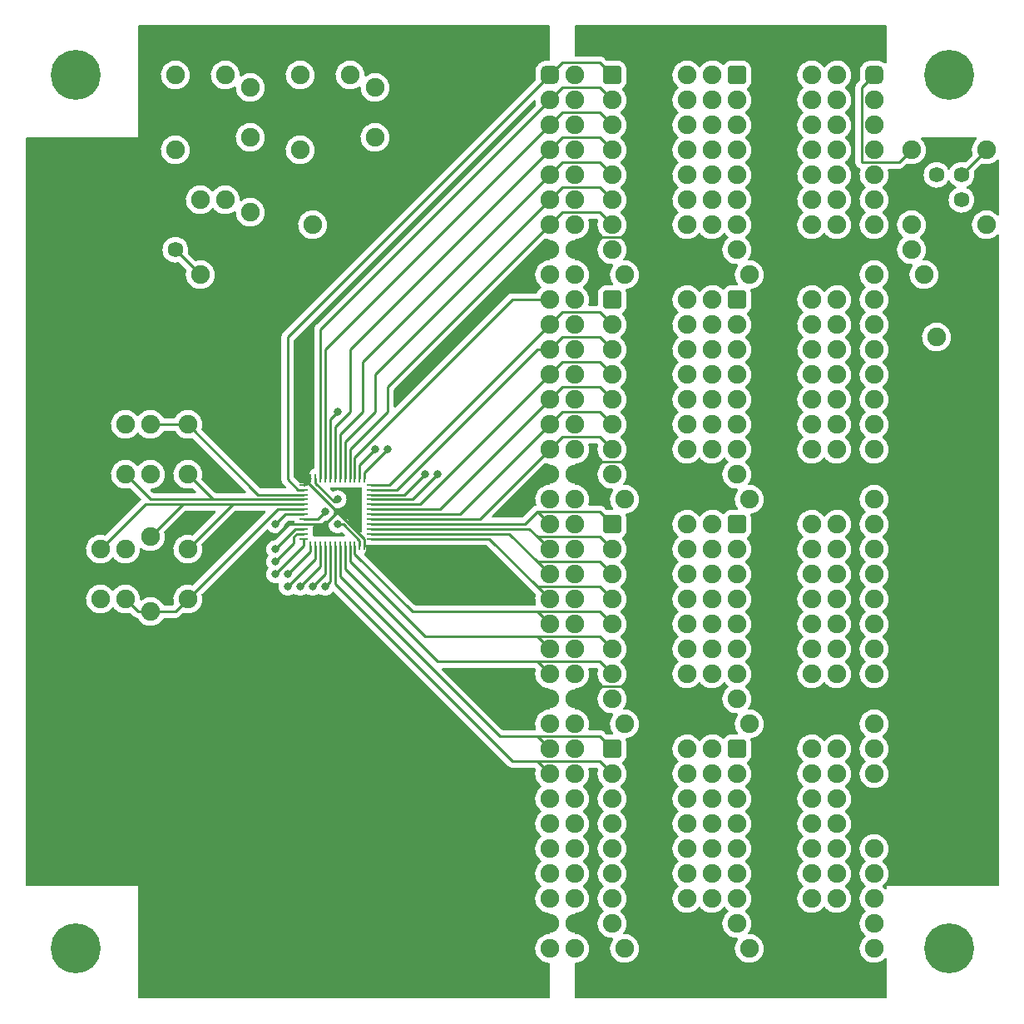
<source format=gbr>
%TF.GenerationSoftware,KiCad,Pcbnew,(6.0.0)*%
%TF.CreationDate,2023-06-08T10:52:07-04:00*%
%TF.ProjectId,CONTROL,434f4e54-524f-44c2-9e6b-696361645f70,rev?*%
%TF.SameCoordinates,Original*%
%TF.FileFunction,Copper,L1,Top*%
%TF.FilePolarity,Positive*%
%FSLAX46Y46*%
G04 Gerber Fmt 4.6, Leading zero omitted, Abs format (unit mm)*
G04 Created by KiCad (PCBNEW (6.0.0)) date 2023-06-08 10:52:07*
%MOMM*%
%LPD*%
G01*
G04 APERTURE LIST*
G04 Aperture macros list*
%AMRoundRect*
0 Rectangle with rounded corners*
0 $1 Rounding radius*
0 $2 $3 $4 $5 $6 $7 $8 $9 X,Y pos of 4 corners*
0 Add a 4 corners polygon primitive as box body*
4,1,4,$2,$3,$4,$5,$6,$7,$8,$9,$2,$3,0*
0 Add four circle primitives for the rounded corners*
1,1,$1+$1,$2,$3*
1,1,$1+$1,$4,$5*
1,1,$1+$1,$6,$7*
1,1,$1+$1,$8,$9*
0 Add four rect primitives between the rounded corners*
20,1,$1+$1,$2,$3,$4,$5,0*
20,1,$1+$1,$4,$5,$6,$7,0*
20,1,$1+$1,$6,$7,$8,$9,0*
20,1,$1+$1,$8,$9,$2,$3,0*%
G04 Aperture macros list end*
%TA.AperFunction,ComponentPad*%
%ADD10C,1.905000*%
%TD*%
%TA.AperFunction,ComponentPad*%
%ADD11RoundRect,0.381000X-0.571500X-0.571500X0.571500X-0.571500X0.571500X0.571500X-0.571500X0.571500X0*%
%TD*%
%TA.AperFunction,ComponentPad*%
%ADD12RoundRect,0.635000X0.317500X0.317500X-0.317500X0.317500X-0.317500X-0.317500X0.317500X-0.317500X0*%
%TD*%
%TA.AperFunction,ComponentPad*%
%ADD13RoundRect,0.635000X-0.317500X0.317500X-0.317500X-0.317500X0.317500X-0.317500X0.317500X0.317500X0*%
%TD*%
%TA.AperFunction,ComponentPad*%
%ADD14C,1.587500*%
%TD*%
%TA.AperFunction,SMDPad,CuDef*%
%ADD15RoundRect,0.062500X-0.375000X-0.062500X0.375000X-0.062500X0.375000X0.062500X-0.375000X0.062500X0*%
%TD*%
%TA.AperFunction,SMDPad,CuDef*%
%ADD16RoundRect,0.062500X-0.062500X-0.375000X0.062500X-0.375000X0.062500X0.375000X-0.062500X0.375000X0*%
%TD*%
%TA.AperFunction,ViaPad*%
%ADD17C,0.800000*%
%TD*%
%TA.AperFunction,ViaPad*%
%ADD18C,5.080000*%
%TD*%
%TA.AperFunction,Conductor*%
%ADD19C,0.250000*%
%TD*%
G04 APERTURE END LIST*
D10*
%TO.P,C4,1*%
%TO.N,NRST*%
X62230000Y-33020000D03*
%TO.P,C4,2*%
%TO.N,0V*%
X62230000Y-38100000D03*
%TD*%
D11*
%TO.P,IC4,1,B1*%
%TO.N,Net-(IC3-Pad16)*%
X99060000Y-54610000D03*
D10*
%TO.P,IC4,2,B2*%
%TO.N,Net-(IC3-Pad15)*%
X99060000Y-57150000D03*
%TO.P,IC4,3,B3*%
%TO.N,Net-(IC3-Pad14)*%
X99060000Y-59690000D03*
%TO.P,IC4,4,B4*%
%TO.N,Net-(IC3-Pad13)*%
X99060000Y-62230000D03*
%TO.P,IC4,5,B5*%
%TO.N,Net-(IC3-Pad12)*%
X99060000Y-64770000D03*
%TO.P,IC4,6,B6*%
%TO.N,Net-(IC3-Pad11)*%
X99060000Y-67310000D03*
%TO.P,IC4,7,B7*%
%TO.N,Net-(IC3-Pad10)*%
X99060000Y-69850000D03*
%TO.P,IC4,8,E*%
%TO.N,0V*%
X99060000Y-72390000D03*
%TO.P,IC4,9,COM*%
%TO.N,5V*%
X106680000Y-72390000D03*
%TO.P,IC4,10,C7*%
%TO.N,PWM_BLK0_5V*%
X106680000Y-69850000D03*
%TO.P,IC4,11,C6*%
%TO.N,PWM_BLK1_5V*%
X106680000Y-67310000D03*
%TO.P,IC4,12,C5*%
%TO.N,PWM_BLK2_5V*%
X106680000Y-64770000D03*
%TO.P,IC4,13,C4*%
%TO.N,PWM_BLK3_5V*%
X106680000Y-62230000D03*
%TO.P,IC4,14,C3*%
%TO.N,SER_BLK8_5V*%
X106680000Y-59690000D03*
%TO.P,IC4,15,C2*%
%TO.N,SER_BLK9_5V*%
X106680000Y-57150000D03*
%TO.P,IC4,16,C1*%
%TO.N,CLK_STR_5V*%
X106680000Y-54610000D03*
%TD*%
D12*
%TO.P,RN5,1,common*%
%TO.N,5V*%
X109220000Y-95250000D03*
D10*
%TO.P,RN5,2,R7*%
%TO.N,CLK_SHF_5V*%
X109220000Y-92710000D03*
%TO.P,RN5,3,R6*%
%TO.N,SER_BLK4_5V*%
X109220000Y-90170000D03*
%TO.P,RN5,4,R5*%
%TO.N,SER_BLK5_5V*%
X109220000Y-87630000D03*
%TO.P,RN5,5,R4*%
%TO.N,SER_BLK6_5V*%
X109242592Y-85091408D03*
%TO.P,RN5,6,R3*%
%TO.N,SER_BLK7_5V*%
X109242592Y-82551408D03*
%TO.P,RN5,7,R2*%
%TO.N,PWM_BLK8_5V*%
X109242592Y-80010000D03*
%TO.P,RN5,8,R1*%
%TO.N,PWM_BLK9_5V*%
X109242592Y-77470000D03*
%TD*%
D11*
%TO.P,IC5,1,B1*%
%TO.N,PWM_BLK9_3.3V*%
X86360000Y-77470000D03*
D10*
%TO.P,IC5,2,B2*%
%TO.N,PWM_BLK8_3.3V*%
X86360000Y-80010000D03*
%TO.P,IC5,3,B3*%
%TO.N,SER_BLK7_3.3V*%
X86360000Y-82550000D03*
%TO.P,IC5,4,B4*%
%TO.N,SER_BLK6_3.3V*%
X86360000Y-85090000D03*
%TO.P,IC5,5,B5*%
%TO.N,SER_BLK5_3.3V*%
X86360000Y-87630000D03*
%TO.P,IC5,6,B6*%
%TO.N,SER_BLK4_3.3V*%
X86360000Y-90170000D03*
%TO.P,IC5,7,B7*%
%TO.N,CLK_SHF_3.3V*%
X86360000Y-92710000D03*
%TO.P,IC5,8,E*%
%TO.N,0V*%
X86360000Y-95250000D03*
%TO.P,IC5,9,COM*%
%TO.N,5V*%
X93980000Y-95250000D03*
%TO.P,IC5,10,C7*%
%TO.N,Net-(IC5-Pad10)*%
X93980000Y-92710000D03*
%TO.P,IC5,11,C6*%
%TO.N,Net-(IC5-Pad11)*%
X93980000Y-90170000D03*
%TO.P,IC5,12,C5*%
%TO.N,Net-(IC5-Pad12)*%
X93980000Y-87630000D03*
%TO.P,IC5,13,C4*%
%TO.N,Net-(IC5-Pad13)*%
X93980000Y-85090000D03*
%TO.P,IC5,14,C3*%
%TO.N,Net-(IC5-Pad14)*%
X93980000Y-82550000D03*
%TO.P,IC5,15,C2*%
%TO.N,Net-(IC5-Pad15)*%
X93980000Y-80010000D03*
%TO.P,IC5,16,C1*%
%TO.N,Net-(IC5-Pad16)*%
X93980000Y-77470000D03*
%TD*%
%TO.P,D1,1,K*%
%TO.N,3.3V*%
X46990000Y-52070000D03*
%TO.P,D1,2,A*%
%TO.N,0V*%
X46990000Y-44450000D03*
%TD*%
D11*
%TO.P,IC1,1,B1*%
%TO.N,LED_3.3V*%
X86360000Y-31750000D03*
D10*
%TO.P,IC1,2,B2*%
%TO.N,SER_BLK3_3.3V*%
X86360000Y-34290000D03*
%TO.P,IC1,3,B3*%
%TO.N,SER_BLK2_3.3V*%
X86360000Y-36830000D03*
%TO.P,IC1,4,B4*%
%TO.N,SER_BLK1_3.3V*%
X86360000Y-39370000D03*
%TO.P,IC1,5,B5*%
%TO.N,SER_BLK0_3.3V*%
X86360000Y-41910000D03*
%TO.P,IC1,6,B6*%
%TO.N,PWM_BLK7_3.3V*%
X86360000Y-44450000D03*
%TO.P,IC1,7,B7*%
%TO.N,PWM_BLK6_3.3V*%
X86360000Y-46990000D03*
%TO.P,IC1,8,E*%
%TO.N,0V*%
X86360000Y-49530000D03*
%TO.P,IC1,9,COM*%
%TO.N,5V*%
X93980000Y-49530000D03*
%TO.P,IC1,10,C7*%
%TO.N,Net-(IC1-Pad10)*%
X93980000Y-46990000D03*
%TO.P,IC1,11,C6*%
%TO.N,Net-(IC1-Pad11)*%
X93980000Y-44450000D03*
%TO.P,IC1,12,C5*%
%TO.N,Net-(IC1-Pad12)*%
X93980000Y-41910000D03*
%TO.P,IC1,13,C4*%
%TO.N,Net-(IC1-Pad13)*%
X93980000Y-39370000D03*
%TO.P,IC1,14,C3*%
%TO.N,Net-(IC1-Pad14)*%
X93980000Y-36830000D03*
%TO.P,IC1,15,C2*%
%TO.N,Net-(IC1-Pad15)*%
X93980000Y-34290000D03*
%TO.P,IC1,16,C1*%
%TO.N,Net-(IC1-Pad16)*%
X93980000Y-31750000D03*
%TD*%
%TO.P,C12,1*%
%TO.N,5V*%
X92710000Y-74930000D03*
%TO.P,C12,2*%
%TO.N,0V*%
X87630000Y-74930000D03*
%TD*%
%TO.P,D0,1,K*%
%TO.N,5V*%
X124460000Y-49530000D03*
%TO.P,D0,2,A*%
%TO.N,0V*%
X116840000Y-49530000D03*
%TD*%
D11*
%TO.P,IC7,1,B1*%
%TO.N,PWM_BLK5_3.3V*%
X86360000Y-100330000D03*
D10*
%TO.P,IC7,2,B2*%
%TO.N,PWM_BLK4_3.3V*%
X86360000Y-102870000D03*
%TO.P,IC7,3,B3*%
%TO.N,0V*%
X86360000Y-105410000D03*
%TO.P,IC7,4,B4*%
X86360000Y-107950000D03*
%TO.P,IC7,5,B5*%
X86360000Y-110490000D03*
%TO.P,IC7,6,B6*%
X86360000Y-113030000D03*
%TO.P,IC7,7,B7*%
X86360000Y-115570000D03*
%TO.P,IC7,8,E*%
X86360000Y-118110000D03*
%TO.P,IC7,9,COM*%
%TO.N,5V*%
X93980000Y-118110000D03*
%TO.P,IC7,10,C7*%
%TO.N,Net-(IC7-Pad10)*%
X93980000Y-115570000D03*
%TO.P,IC7,11,C6*%
%TO.N,Net-(IC7-Pad11)*%
X93980000Y-113030000D03*
%TO.P,IC7,12,C5*%
%TO.N,Net-(IC7-Pad12)*%
X93980000Y-110490000D03*
%TO.P,IC7,13,C4*%
%TO.N,Net-(IC7-Pad13)*%
X93980000Y-107950000D03*
%TO.P,IC7,14,C3*%
%TO.N,Net-(IC7-Pad14)*%
X93980000Y-105410000D03*
%TO.P,IC7,15,C2*%
%TO.N,Net-(IC7-Pad15)*%
X93980000Y-102870000D03*
%TO.P,IC7,16,C1*%
%TO.N,Net-(IC7-Pad16)*%
X93980000Y-100330000D03*
%TD*%
D13*
%TO.P,H0,1,Pin_1*%
%TO.N,LED_3.3V*%
X80010000Y-31750000D03*
D10*
%TO.P,H0,2,Pin_2*%
%TO.N,SER_BLK3_3.3V*%
X80010000Y-34290000D03*
%TO.P,H0,3,Pin_3*%
%TO.N,SER_BLK2_3.3V*%
X80010000Y-36830000D03*
%TO.P,H0,4,Pin_4*%
%TO.N,SER_BLK1_3.3V*%
X80010000Y-39370000D03*
%TO.P,H0,5,Pin_5*%
%TO.N,SER_BLK0_3.3V*%
X80010000Y-41910000D03*
%TO.P,H0,6,Pin_6*%
%TO.N,PWM_BLK7_3.3V*%
X80010000Y-44450000D03*
%TO.P,H0,7,Pin_7*%
%TO.N,PWM_BLK6_3.3V*%
X80010000Y-46990000D03*
%TO.P,H0,8,Pin_8*%
%TO.N,3.3V*%
X80010000Y-49530000D03*
%TO.P,H0,9,Pin_9*%
%TO.N,0V*%
X80010000Y-52070000D03*
%TO.P,H0,10,Pin_10*%
%TO.N,CLK_STR_3.3V*%
X80010000Y-54610000D03*
%TO.P,H0,11,Pin_11*%
%TO.N,SER_BLK9_3.3V*%
X80010000Y-57150000D03*
%TO.P,H0,12,Pin_12*%
%TO.N,SER_BLK8_3.3V*%
X80010000Y-59690000D03*
%TO.P,H0,13,Pin_13*%
%TO.N,PWM_BLK3_3.3V*%
X80010000Y-62230000D03*
%TO.P,H0,14,Pin_14*%
%TO.N,PWM_BLK2_3.3V*%
X80010000Y-64770000D03*
%TO.P,H0,15,Pin_15*%
%TO.N,PWM_BLK1_3.3V*%
X80010000Y-67310000D03*
%TO.P,H0,16,Pin_16*%
%TO.N,PWM_BLK0_3.3V*%
X80010000Y-69850000D03*
%TO.P,H0,17,Pin_17*%
%TO.N,3.3V*%
X80010000Y-72390000D03*
%TO.P,H0,18,Pin_18*%
%TO.N,0V*%
X80010000Y-74930000D03*
%TO.P,H0,19,Pin_19*%
%TO.N,PWM_BLK9_3.3V*%
X80010000Y-77470000D03*
%TO.P,H0,20,Pin_20*%
%TO.N,PWM_BLK8_3.3V*%
X80010000Y-80010000D03*
%TO.P,H0,21,Pin_21*%
%TO.N,SER_BLK7_3.3V*%
X80010000Y-82550000D03*
%TO.P,H0,22,Pin_22*%
%TO.N,SER_BLK6_3.3V*%
X80010000Y-85090000D03*
%TO.P,H0,23,Pin_23*%
%TO.N,SER_BLK5_3.3V*%
X80010000Y-87630000D03*
%TO.P,H0,24,Pin_24*%
%TO.N,SER_BLK4_3.3V*%
X80010000Y-90170000D03*
%TO.P,H0,25,Pin_25*%
%TO.N,CLK_SHF_3.3V*%
X80010000Y-92710000D03*
%TO.P,H0,26,Pin_26*%
%TO.N,3.3V*%
X80010000Y-95250000D03*
%TO.P,H0,27,Pin_27*%
%TO.N,0V*%
X80010000Y-97790000D03*
%TO.P,H0,28,Pin_28*%
%TO.N,PWM_BLK5_3.3V*%
X80010000Y-100330000D03*
%TO.P,H0,29,Pin_29*%
%TO.N,PWM_BLK4_3.3V*%
X80010000Y-102870000D03*
%TO.P,H0,30,Pin_30*%
%TO.N,0V*%
X80010000Y-105410000D03*
%TO.P,H0,31,Pin_31*%
X80010000Y-107950000D03*
%TO.P,H0,32,Pin_32*%
X80010000Y-110490000D03*
%TO.P,H0,33,Pin_33*%
X80010000Y-113030000D03*
%TO.P,H0,34,Pin_34*%
X80010000Y-115570000D03*
%TO.P,H0,35,Pin_35*%
%TO.N,3.3V*%
X80010000Y-118110000D03*
%TO.P,H0,36,Pin_36*%
%TO.N,0V*%
X80010000Y-120650000D03*
%TO.P,H0,37,Pin_37*%
X82550000Y-120650000D03*
%TO.P,H0,38,Pin_38*%
%TO.N,5V*%
X82550000Y-118110000D03*
%TO.P,H0,39,Pin_39*%
%TO.N,0V*%
X82550000Y-115570000D03*
%TO.P,H0,40,Pin_40*%
X82550000Y-113030000D03*
%TO.P,H0,41,Pin_41*%
X82550000Y-110490000D03*
%TO.P,H0,42,Pin_42*%
X82550000Y-107950000D03*
%TO.P,H0,43,Pin_43*%
X82550000Y-105410000D03*
%TO.P,H0,44,Pin_44*%
X82550000Y-102870000D03*
%TO.P,H0,45,Pin_45*%
X82550000Y-100330000D03*
%TO.P,H0,46,Pin_46*%
X82550000Y-97790000D03*
%TO.P,H0,47,Pin_47*%
%TO.N,5V*%
X82550000Y-95250000D03*
%TO.P,H0,48,Pin_48*%
%TO.N,0V*%
X82550000Y-92710000D03*
%TO.P,H0,49,Pin_49*%
X82550000Y-90170000D03*
%TO.P,H0,50,Pin_50*%
X82550000Y-87630000D03*
%TO.P,H0,51,Pin_51*%
X82550000Y-85090000D03*
%TO.P,H0,52,Pin_52*%
X82550000Y-82550000D03*
%TO.P,H0,53,Pin_53*%
X82550000Y-80010000D03*
%TO.P,H0,54,Pin_54*%
X82550000Y-77470000D03*
%TO.P,H0,55,Pin_55*%
X82550000Y-74930000D03*
%TO.P,H0,56,Pin_56*%
%TO.N,5V*%
X82550000Y-72390000D03*
%TO.P,H0,57,Pin_57*%
%TO.N,I_BLK3*%
X82550000Y-69850000D03*
%TO.P,H0,58,Pin_58*%
%TO.N,I_BLK4*%
X82550000Y-67310000D03*
%TO.P,H0,59,Pin_59*%
%TO.N,I_BLK5*%
X82550000Y-64770000D03*
%TO.P,H0,60,Pin_60*%
%TO.N,I_BLK6*%
X82550000Y-62230000D03*
%TO.P,H0,61,Pin_61*%
%TO.N,I_BLK7*%
X82550000Y-59690000D03*
%TO.P,H0,62,Pin_62*%
%TO.N,SLT0*%
X82550000Y-57150000D03*
%TO.P,H0,63,Pin_63*%
%TO.N,SLT1{slash}SWDIO*%
X82550000Y-54610000D03*
%TO.P,H0,64,Pin_64*%
%TO.N,0V*%
X82550000Y-52070000D03*
%TO.P,H0,65,Pin_65*%
%TO.N,5V*%
X82550000Y-49530000D03*
%TO.P,H0,66,Pin_66*%
%TO.N,SLT2{slash}SWCLK*%
X82550000Y-46990000D03*
%TO.P,H0,67,Pin_67*%
%TO.N,SLT3*%
X82550000Y-44450000D03*
%TO.P,H0,68,Pin_68*%
%TO.N,BOOT*%
X82550000Y-41910000D03*
%TO.P,H0,69,Pin_69*%
%TO.N,NRST*%
X82550000Y-39370000D03*
%TO.P,H0,70,Pin_70*%
%TO.N,I_BLK0*%
X82550000Y-36830000D03*
%TO.P,H0,71,Pin_71*%
%TO.N,I_BLK1*%
X82550000Y-34290000D03*
%TO.P,H0,72,Pin_72*%
%TO.N,I_BLK2*%
X82550000Y-31750000D03*
%TD*%
%TO.P,C8,1*%
%TO.N,OSC2*%
X34290000Y-80010000D03*
%TO.P,C8,2*%
%TO.N,0V*%
X34290000Y-85090000D03*
%TD*%
%TO.P,C13,1*%
%TO.N,5V*%
X105410000Y-74930000D03*
%TO.P,C13,2*%
%TO.N,0V*%
X100330000Y-74930000D03*
%TD*%
%TO.P,S0,1,1*%
%TO.N,NRST*%
X54610000Y-31750000D03*
%TO.P,S0,2,2*%
%TO.N,0V*%
X54610000Y-39370000D03*
%TD*%
%TO.P,R2,1*%
%TO.N,Net-(D2-Pad1)*%
X124460000Y-46990000D03*
%TO.P,R2,2*%
%TO.N,0V*%
X116840000Y-46990000D03*
%TD*%
%TO.P,R0,1*%
%TO.N,3.3V*%
X59690000Y-39370000D03*
%TO.P,R0,2*%
%TO.N,NRST*%
X59690000Y-31750000D03*
%TD*%
%TO.P,C10,1*%
%TO.N,5V*%
X92710000Y-52070000D03*
%TO.P,C10,2*%
%TO.N,0V*%
X87630000Y-52070000D03*
%TD*%
D11*
%TO.P,IC2,1,B1*%
%TO.N,Net-(IC1-Pad16)*%
X99060000Y-31750000D03*
D10*
%TO.P,IC2,2,B2*%
%TO.N,Net-(IC1-Pad15)*%
X99060000Y-34290000D03*
%TO.P,IC2,3,B3*%
%TO.N,Net-(IC1-Pad14)*%
X99060000Y-36830000D03*
%TO.P,IC2,4,B4*%
%TO.N,Net-(IC1-Pad13)*%
X99060000Y-39370000D03*
%TO.P,IC2,5,B5*%
%TO.N,Net-(IC1-Pad12)*%
X99060000Y-41910000D03*
%TO.P,IC2,6,B6*%
%TO.N,Net-(IC1-Pad11)*%
X99060000Y-44450000D03*
%TO.P,IC2,7,B7*%
%TO.N,Net-(IC1-Pad10)*%
X99060000Y-46990000D03*
%TO.P,IC2,8,E*%
%TO.N,0V*%
X99060000Y-49530000D03*
%TO.P,IC2,9,COM*%
%TO.N,5V*%
X106680000Y-49530000D03*
%TO.P,IC2,10,C7*%
%TO.N,PWM_BLK6_5V*%
X106680000Y-46990000D03*
%TO.P,IC2,11,C6*%
%TO.N,PWM_BLK7_5V*%
X106680000Y-44450000D03*
%TO.P,IC2,12,C5*%
%TO.N,SER_BLK0_5V*%
X106680000Y-41910000D03*
%TO.P,IC2,13,C4*%
%TO.N,SER_BLK1_5V*%
X106680000Y-39370000D03*
%TO.P,IC2,14,C3*%
%TO.N,SER_BLK2_5V*%
X106680000Y-36830000D03*
%TO.P,IC2,15,C2*%
%TO.N,SER_BLK3_5V*%
X106680000Y-34290000D03*
%TO.P,IC2,16,C1*%
%TO.N,LED_5V*%
X106680000Y-31750000D03*
%TD*%
%TO.P,C14,1*%
%TO.N,5V*%
X92710000Y-97790000D03*
%TO.P,C14,2*%
%TO.N,0V*%
X87630000Y-97790000D03*
%TD*%
%TO.P,C11,1*%
%TO.N,5V*%
X105410000Y-52070000D03*
%TO.P,C11,2*%
%TO.N,0V*%
X100330000Y-52070000D03*
%TD*%
%TO.P,C6,1*%
%TO.N,OSC0*%
X39370000Y-67310000D03*
%TO.P,C6,2*%
%TO.N,0V*%
X39370000Y-72390000D03*
%TD*%
%TO.P,C7,1*%
%TO.N,OSC1*%
X36830000Y-72390000D03*
%TO.P,C7,2*%
%TO.N,0V*%
X36830000Y-67310000D03*
%TD*%
D14*
%TO.P,D4,1,K*%
%TO.N,0V*%
X119380000Y-41910000D03*
%TO.P,D4,2,A*%
%TO.N,Net-(D4-Pad2)*%
X121920000Y-41910000D03*
%TD*%
D10*
%TO.P,C9,1*%
%TO.N,OSC3*%
X36830000Y-85090000D03*
%TO.P,C9,2*%
%TO.N,0V*%
X36830000Y-80010000D03*
%TD*%
%TO.P,C15,1*%
%TO.N,5V*%
X105410000Y-97790000D03*
%TO.P,C15,2*%
%TO.N,0V*%
X100330000Y-97790000D03*
%TD*%
%TO.P,R1,1*%
%TO.N,3.3V*%
X46990000Y-39370000D03*
%TO.P,R1,2*%
%TO.N,BOOT*%
X46990000Y-31750000D03*
%TD*%
%TO.P,C1,1*%
%TO.N,5V*%
X121920000Y-58420000D03*
%TO.P,C1,2*%
%TO.N,0V*%
X119380000Y-58420000D03*
%TD*%
D12*
%TO.P,RN4,1,common*%
%TO.N,5V*%
X96520000Y-95250000D03*
D10*
%TO.P,RN4,2,R7*%
%TO.N,Net-(IC5-Pad10)*%
X96520000Y-92710000D03*
%TO.P,RN4,3,R6*%
%TO.N,Net-(IC5-Pad11)*%
X96520000Y-90170000D03*
%TO.P,RN4,4,R5*%
%TO.N,Net-(IC5-Pad12)*%
X96520000Y-87630000D03*
%TO.P,RN4,5,R4*%
%TO.N,Net-(IC5-Pad13)*%
X96542592Y-85091408D03*
%TO.P,RN4,6,R3*%
%TO.N,Net-(IC5-Pad14)*%
X96542592Y-82551408D03*
%TO.P,RN4,7,R2*%
%TO.N,Net-(IC5-Pad15)*%
X96542592Y-80010000D03*
%TO.P,RN4,8,R1*%
%TO.N,Net-(IC5-Pad16)*%
X96542592Y-77470000D03*
%TD*%
%TO.P,R3,1*%
%TO.N,Net-(D3-Pad1)*%
X44450000Y-52070000D03*
%TO.P,R3,2*%
%TO.N,0V*%
X44450000Y-44450000D03*
%TD*%
%TO.P,C3,1*%
%TO.N,5V*%
X123190000Y-52070000D03*
%TO.P,C3,2*%
%TO.N,0V*%
X118110000Y-52070000D03*
%TD*%
%TO.P,C2,1*%
%TO.N,3.3V*%
X49530000Y-50800000D03*
%TO.P,C2,2*%
%TO.N,0V*%
X49530000Y-45720000D03*
%TD*%
%TO.P,R4,1*%
%TO.N,LED_5V*%
X116840000Y-39370000D03*
%TO.P,R4,2*%
%TO.N,Net-(D4-Pad2)*%
X124460000Y-39370000D03*
%TD*%
%TO.P,C16,1*%
%TO.N,5V*%
X92710000Y-120650000D03*
%TO.P,C16,2*%
%TO.N,0V*%
X87630000Y-120650000D03*
%TD*%
D12*
%TO.P,RN3,1,common*%
%TO.N,5V*%
X109220000Y-72390000D03*
D10*
%TO.P,RN3,2,R7*%
%TO.N,PWM_BLK0_5V*%
X109220000Y-69850000D03*
%TO.P,RN3,3,R6*%
%TO.N,PWM_BLK1_5V*%
X109220000Y-67310000D03*
%TO.P,RN3,4,R5*%
%TO.N,PWM_BLK2_5V*%
X109220000Y-64770000D03*
%TO.P,RN3,5,R4*%
%TO.N,PWM_BLK3_5V*%
X109242592Y-62231408D03*
%TO.P,RN3,6,R3*%
%TO.N,SER_BLK8_5V*%
X109242592Y-59691408D03*
%TO.P,RN3,7,R2*%
%TO.N,SER_BLK9_5V*%
X109242592Y-57150000D03*
%TO.P,RN3,8,R1*%
%TO.N,CLK_STR_5V*%
X109242592Y-54610000D03*
%TD*%
D12*
%TO.P,RN1,1,common*%
%TO.N,5V*%
X109220000Y-49530000D03*
D10*
%TO.P,RN1,2,R7*%
%TO.N,PWM_BLK6_5V*%
X109220000Y-46990000D03*
%TO.P,RN1,3,R6*%
%TO.N,PWM_BLK7_5V*%
X109220000Y-44450000D03*
%TO.P,RN1,4,R5*%
%TO.N,SER_BLK0_5V*%
X109220000Y-41910000D03*
%TO.P,RN1,5,R4*%
%TO.N,SER_BLK1_5V*%
X109242592Y-39371408D03*
%TO.P,RN1,6,R3*%
%TO.N,SER_BLK2_5V*%
X109242592Y-36831408D03*
%TO.P,RN1,7,R2*%
%TO.N,SER_BLK3_5V*%
X109242592Y-34290000D03*
%TO.P,RN1,8,R1*%
%TO.N,LED_5V*%
X109242592Y-31750000D03*
%TD*%
D11*
%TO.P,IC8,1,B1*%
%TO.N,Net-(IC7-Pad16)*%
X99060000Y-100330000D03*
D10*
%TO.P,IC8,2,B2*%
%TO.N,Net-(IC7-Pad15)*%
X99060000Y-102870000D03*
%TO.P,IC8,3,B3*%
%TO.N,Net-(IC7-Pad14)*%
X99060000Y-105410000D03*
%TO.P,IC8,4,B4*%
%TO.N,Net-(IC7-Pad13)*%
X99060000Y-107950000D03*
%TO.P,IC8,5,B5*%
%TO.N,Net-(IC7-Pad12)*%
X99060000Y-110490000D03*
%TO.P,IC8,6,B6*%
%TO.N,Net-(IC7-Pad11)*%
X99060000Y-113030000D03*
%TO.P,IC8,7,B7*%
%TO.N,Net-(IC7-Pad10)*%
X99060000Y-115570000D03*
%TO.P,IC8,8,E*%
%TO.N,0V*%
X99060000Y-118110000D03*
%TO.P,IC8,9,COM*%
%TO.N,5V*%
X106680000Y-118110000D03*
%TO.P,IC8,10,C7*%
%TO.N,N{slash}C*%
X106680000Y-115570000D03*
%TO.P,IC8,11,C6*%
X106680000Y-113030000D03*
%TO.P,IC8,12,C5*%
X106680000Y-110490000D03*
%TO.P,IC8,13,C4*%
X106680000Y-107950000D03*
%TO.P,IC8,14,C3*%
X106680000Y-105410000D03*
%TO.P,IC8,15,C2*%
%TO.N,PWM_BLK4_5V*%
X106680000Y-102870000D03*
%TO.P,IC8,16,C1*%
%TO.N,PWM_BLK5_5V*%
X106680000Y-100330000D03*
%TD*%
%TO.P,R7,1*%
%TO.N,OSC3*%
X39370000Y-86360000D03*
%TO.P,R7,2*%
%TO.N,OSC2*%
X39370000Y-78740000D03*
%TD*%
D14*
%TO.P,D3,1,K*%
%TO.N,Net-(D3-Pad1)*%
X41910000Y-49530000D03*
%TO.P,D3,2,A*%
%TO.N,3.3V*%
X41910000Y-46990000D03*
%TD*%
D12*
%TO.P,RN2,1,common*%
%TO.N,5V*%
X96520000Y-72390000D03*
D10*
%TO.P,RN2,2,R7*%
%TO.N,Net-(IC3-Pad10)*%
X96520000Y-69850000D03*
%TO.P,RN2,3,R6*%
%TO.N,Net-(IC3-Pad11)*%
X96520000Y-67310000D03*
%TO.P,RN2,4,R5*%
%TO.N,Net-(IC3-Pad12)*%
X96520000Y-64770000D03*
%TO.P,RN2,5,R4*%
%TO.N,Net-(IC3-Pad13)*%
X96542592Y-62231408D03*
%TO.P,RN2,6,R3*%
%TO.N,Net-(IC3-Pad14)*%
X96542592Y-59691408D03*
%TO.P,RN2,7,R2*%
%TO.N,Net-(IC3-Pad15)*%
X96542592Y-57150000D03*
%TO.P,RN2,8,R1*%
%TO.N,Net-(IC3-Pad16)*%
X96542592Y-54610000D03*
%TD*%
D12*
%TO.P,RN0,1,common*%
%TO.N,5V*%
X96520000Y-49530000D03*
D10*
%TO.P,RN0,2,R7*%
%TO.N,Net-(IC1-Pad10)*%
X96520000Y-46990000D03*
%TO.P,RN0,3,R6*%
%TO.N,Net-(IC1-Pad11)*%
X96520000Y-44450000D03*
%TO.P,RN0,4,R5*%
%TO.N,Net-(IC1-Pad12)*%
X96520000Y-41910000D03*
%TO.P,RN0,5,R4*%
%TO.N,Net-(IC1-Pad13)*%
X96542592Y-39371408D03*
%TO.P,RN0,6,R3*%
%TO.N,Net-(IC1-Pad14)*%
X96542592Y-36831408D03*
%TO.P,RN0,7,R2*%
%TO.N,Net-(IC1-Pad15)*%
X96542592Y-34290000D03*
%TO.P,RN0,8,R1*%
%TO.N,Net-(IC1-Pad16)*%
X96542592Y-31750000D03*
%TD*%
%TO.P,X1,1,1*%
%TO.N,OSC3*%
X43180000Y-85090000D03*
%TO.P,X1,2,2*%
%TO.N,OSC2*%
X43180000Y-80010000D03*
%TD*%
D12*
%TO.P,RN7,1,common*%
%TO.N,5V*%
X109220000Y-118110000D03*
D10*
%TO.P,RN7,2,R7*%
%TO.N,N{slash}C*%
X109220000Y-115570000D03*
%TO.P,RN7,3,R6*%
X109220000Y-113030000D03*
%TO.P,RN7,4,R5*%
X109220000Y-110490000D03*
%TO.P,RN7,5,R4*%
X109242592Y-107951408D03*
%TO.P,RN7,6,R3*%
X109242592Y-105411408D03*
%TO.P,RN7,7,R2*%
%TO.N,PWM_BLK4_5V*%
X109242592Y-102870000D03*
%TO.P,RN7,8,R1*%
%TO.N,PWM_BLK5_5V*%
X109242592Y-100330000D03*
%TD*%
%TO.P,S1,1,1*%
%TO.N,BOOT*%
X41910000Y-31750000D03*
%TO.P,S1,2,2*%
%TO.N,0V*%
X41910000Y-39370000D03*
%TD*%
%TO.P,C0,1*%
%TO.N,3.3V*%
X55880000Y-49530000D03*
%TO.P,C0,2*%
%TO.N,0V*%
X55880000Y-46990000D03*
%TD*%
D11*
%TO.P,IC3,1,B1*%
%TO.N,CLK_STR_3.3V*%
X86360000Y-54610000D03*
D10*
%TO.P,IC3,2,B2*%
%TO.N,SER_BLK9_3.3V*%
X86360000Y-57150000D03*
%TO.P,IC3,3,B3*%
%TO.N,SER_BLK8_3.3V*%
X86360000Y-59690000D03*
%TO.P,IC3,4,B4*%
%TO.N,PWM_BLK3_3.3V*%
X86360000Y-62230000D03*
%TO.P,IC3,5,B5*%
%TO.N,PWM_BLK2_3.3V*%
X86360000Y-64770000D03*
%TO.P,IC3,6,B6*%
%TO.N,PWM_BLK1_3.3V*%
X86360000Y-67310000D03*
%TO.P,IC3,7,B7*%
%TO.N,PWM_BLK0_3.3V*%
X86360000Y-69850000D03*
%TO.P,IC3,8,E*%
%TO.N,0V*%
X86360000Y-72390000D03*
%TO.P,IC3,9,COM*%
%TO.N,5V*%
X93980000Y-72390000D03*
%TO.P,IC3,10,C7*%
%TO.N,Net-(IC3-Pad10)*%
X93980000Y-69850000D03*
%TO.P,IC3,11,C6*%
%TO.N,Net-(IC3-Pad11)*%
X93980000Y-67310000D03*
%TO.P,IC3,12,C5*%
%TO.N,Net-(IC3-Pad12)*%
X93980000Y-64770000D03*
%TO.P,IC3,13,C4*%
%TO.N,Net-(IC3-Pad13)*%
X93980000Y-62230000D03*
%TO.P,IC3,14,C3*%
%TO.N,Net-(IC3-Pad14)*%
X93980000Y-59690000D03*
%TO.P,IC3,15,C2*%
%TO.N,Net-(IC3-Pad15)*%
X93980000Y-57150000D03*
%TO.P,IC3,16,C1*%
%TO.N,Net-(IC3-Pad16)*%
X93980000Y-54610000D03*
%TD*%
D14*
%TO.P,D2,1,K*%
%TO.N,Net-(D2-Pad1)*%
X121920000Y-44450000D03*
%TO.P,D2,2,A*%
%TO.N,5V*%
X119380000Y-44450000D03*
%TD*%
D15*
%TO.P,IC0,1,VDD_1*%
%TO.N,3.3V*%
X54982500Y-73450000D03*
%TO.P,IC0,2,PC13*%
%TO.N,LED_3.3V*%
X54982500Y-73950000D03*
%TO.P,IC0,3,PC14-OSC32IN*%
%TO.N,OSC0*%
X54982500Y-74450000D03*
%TO.P,IC0,4,PC15-OSC32OUT*%
%TO.N,OSC1*%
X54982500Y-74950000D03*
%TO.P,IC0,5,PF0-OSCIN*%
%TO.N,OSC2*%
X54982500Y-75450000D03*
%TO.P,IC0,6,PF1-OSCOUT*%
%TO.N,OSC3*%
X54982500Y-75950000D03*
%TO.P,IC0,7,NRST*%
%TO.N,NRST*%
X54982500Y-76450000D03*
%TO.P,IC0,8,VSSA*%
%TO.N,0V*%
X54982500Y-76950000D03*
%TO.P,IC0,9,VDDA*%
%TO.N,3.3V*%
X54982500Y-77450000D03*
%TO.P,IC0,10,PA0/ADC0*%
%TO.N,I_BLK0*%
X54982500Y-77950000D03*
%TO.P,IC0,11,PA1/ADC1*%
%TO.N,I_BLK1*%
X54982500Y-78450000D03*
%TO.P,IC0,12,PA2/ADC2/T14_CH0*%
%TO.N,I_BLK2*%
X54982500Y-78950000D03*
D16*
%TO.P,IC0,13,PA3/ADC3/T14_CH1*%
%TO.N,I_BLK3*%
X55670000Y-79637500D03*
%TO.P,IC0,14,PA4/ADC4/T13_CH0*%
%TO.N,I_BLK4*%
X56170000Y-79637500D03*
%TO.P,IC0,15,PA5/ADC5*%
%TO.N,I_BLK5*%
X56670000Y-79637500D03*
%TO.P,IC0,16,PA6/ADC6/T2_CH0/T15_CH0*%
%TO.N,I_BLK6*%
X57170000Y-79637500D03*
%TO.P,IC0,17,PA7/ADC7/T2_CH1/T13_CH0/T16_CH0*%
%TO.N,I_BLK7*%
X57670000Y-79637500D03*
%TO.P,IC0,18,PB0/ADC8/T2_CH2*%
%TO.N,PWM_BLK4_3.3V*%
X58170000Y-79637500D03*
%TO.P,IC0,19,PB1/ADC9/T2_CH3/T13_CH0*%
%TO.N,PWM_BLK5_3.3V*%
X58670000Y-79637500D03*
%TO.P,IC0,20,PB2*%
%TO.N,CLK_SHF_3.3V*%
X59170000Y-79637500D03*
%TO.P,IC0,21,PB10*%
%TO.N,SER_BLK4_3.3V*%
X59670000Y-79637500D03*
%TO.P,IC0,22,PB11*%
%TO.N,SER_BLK5_3.3V*%
X60170000Y-79637500D03*
%TO.P,IC0,23,VSS_1*%
%TO.N,0V*%
X60670000Y-79637500D03*
%TO.P,IC0,24,VDD_2*%
%TO.N,3.3V*%
X61170000Y-79637500D03*
D15*
%TO.P,IC0,25,PB12*%
%TO.N,SER_BLK6_3.3V*%
X61857500Y-78950000D03*
%TO.P,IC0,26,PB13*%
%TO.N,SER_BLK7_3.3V*%
X61857500Y-78450000D03*
%TO.P,IC0,27,PB14/T14_CH0*%
%TO.N,PWM_BLK8_3.3V*%
X61857500Y-77950000D03*
%TO.P,IC0,28,PB15/T14_CH1*%
%TO.N,PWM_BLK9_3.3V*%
X61857500Y-77450000D03*
%TO.P,IC0,29,PA8/T0_CH0*%
%TO.N,PWM_BLK0_3.3V*%
X61857500Y-76950000D03*
%TO.P,IC0,30,PA9/T0_CH1*%
%TO.N,PWM_BLK1_3.3V*%
X61857500Y-76450000D03*
%TO.P,IC0,31,PA10/T0_CH2*%
%TO.N,PWM_BLK2_3.3V*%
X61857500Y-75950000D03*
%TO.P,IC0,32,PA11/T0_CH3*%
%TO.N,PWM_BLK3_3.3V*%
X61857500Y-75450000D03*
%TO.P,IC0,33,PA12*%
%TO.N,SLT0*%
X61857500Y-74950000D03*
%TO.P,IC0,34,PA13*%
%TO.N,SLT1{slash}SWDIO*%
X61857500Y-74450000D03*
%TO.P,IC0,35,PF6*%
%TO.N,SER_BLK8_3.3V*%
X61857500Y-73950000D03*
%TO.P,IC0,36,PF7*%
%TO.N,SER_BLK9_3.3V*%
X61857500Y-73450000D03*
D16*
%TO.P,IC0,37,PA14*%
%TO.N,SLT2{slash}SWCLK*%
X61170000Y-72762500D03*
%TO.P,IC0,38,PA15*%
%TO.N,SLT3*%
X60670000Y-72762500D03*
%TO.P,IC0,39,PB3*%
%TO.N,CLK_STR_3.3V*%
X60170000Y-72762500D03*
%TO.P,IC0,40,PB4/T2_CH0*%
%TO.N,PWM_BLK6_3.3V*%
X59670000Y-72762500D03*
%TO.P,IC0,41,PB5/T2_CH1*%
%TO.N,PWM_BLK7_3.3V*%
X59170000Y-72762500D03*
%TO.P,IC0,42,PB6*%
%TO.N,SER_BLK0_3.3V*%
X58670000Y-72762500D03*
%TO.P,IC0,43,PB7*%
%TO.N,SER_BLK1_3.3V*%
X58170000Y-72762500D03*
%TO.P,IC0,44,BOOT0*%
%TO.N,BOOT*%
X57670000Y-72762500D03*
%TO.P,IC0,45,PB8/T15_CH0*%
%TO.N,SER_BLK2_3.3V*%
X57170000Y-72762500D03*
%TO.P,IC0,46,PB9/T16_CH0*%
%TO.N,SER_BLK3_3.3V*%
X56670000Y-72762500D03*
%TO.P,IC0,47,VSS_2*%
%TO.N,0V*%
X56170000Y-72762500D03*
%TO.P,IC0,48,VDD_3*%
%TO.N,3.3V*%
X55670000Y-72762500D03*
%TD*%
D13*
%TO.P,H1,1,Pin_1*%
%TO.N,LED_5V*%
X113030000Y-31750000D03*
D10*
%TO.P,H1,2,Pin_2*%
%TO.N,SER_BLK3_5V*%
X113030000Y-34290000D03*
%TO.P,H1,3,Pin_3*%
%TO.N,SER_BLK2_5V*%
X113030000Y-36830000D03*
%TO.P,H1,4,Pin_4*%
%TO.N,SER_BLK1_5V*%
X113030000Y-39370000D03*
%TO.P,H1,5,Pin_5*%
%TO.N,SER_BLK0_5V*%
X113030000Y-41910000D03*
%TO.P,H1,6,Pin_6*%
%TO.N,PWM_BLK7_5V*%
X113030000Y-44450000D03*
%TO.P,H1,7,Pin_7*%
%TO.N,PWM_BLK6_5V*%
X113030000Y-46990000D03*
%TO.P,H1,8,Pin_8*%
%TO.N,5V*%
X113030000Y-49530000D03*
%TO.P,H1,9,Pin_9*%
%TO.N,0V*%
X113030000Y-52070000D03*
%TO.P,H1,10,Pin_10*%
%TO.N,CLK_STR_5V*%
X113030000Y-54610000D03*
%TO.P,H1,11,Pin_11*%
%TO.N,SER_BLK9_5V*%
X113030000Y-57150000D03*
%TO.P,H1,12,Pin_12*%
%TO.N,SER_BLK8_5V*%
X113030000Y-59690000D03*
%TO.P,H1,13,Pin_13*%
%TO.N,PWM_BLK3_5V*%
X113030000Y-62230000D03*
%TO.P,H1,14,Pin_14*%
%TO.N,PWM_BLK2_5V*%
X113030000Y-64770000D03*
%TO.P,H1,15,Pin_15*%
%TO.N,PWM_BLK1_5V*%
X113030000Y-67310000D03*
%TO.P,H1,16,Pin_16*%
%TO.N,PWM_BLK0_5V*%
X113030000Y-69850000D03*
%TO.P,H1,17,Pin_17*%
%TO.N,5V*%
X113030000Y-72390000D03*
%TO.P,H1,18,Pin_18*%
%TO.N,0V*%
X113030000Y-74930000D03*
%TO.P,H1,19,Pin_19*%
%TO.N,PWM_BLK9_5V*%
X113030000Y-77470000D03*
%TO.P,H1,20,Pin_20*%
%TO.N,PWM_BLK8_5V*%
X113030000Y-80010000D03*
%TO.P,H1,21,Pin_21*%
%TO.N,SER_BLK7_5V*%
X113030000Y-82550000D03*
%TO.P,H1,22,Pin_22*%
%TO.N,SER_BLK6_5V*%
X113030000Y-85090000D03*
%TO.P,H1,23,Pin_23*%
%TO.N,SER_BLK5_5V*%
X113030000Y-87630000D03*
%TO.P,H1,24,Pin_24*%
%TO.N,SER_BLK4_5V*%
X113030000Y-90170000D03*
%TO.P,H1,25,Pin_25*%
%TO.N,CLK_SHF_5V*%
X113030000Y-92710000D03*
%TO.P,H1,26,Pin_26*%
%TO.N,5V*%
X113030000Y-95250000D03*
%TO.P,H1,27,Pin_27*%
%TO.N,0V*%
X113030000Y-97790000D03*
%TO.P,H1,28,Pin_28*%
%TO.N,PWM_BLK5_5V*%
X113030000Y-100330000D03*
%TO.P,H1,29,Pin_29*%
%TO.N,PWM_BLK4_5V*%
X113030000Y-102870000D03*
%TO.P,H1,30,Pin_30*%
%TO.N,5V*%
X113030000Y-105410000D03*
%TO.P,H1,31,Pin_31*%
X113030000Y-107950000D03*
%TO.P,H1,32,Pin_32*%
%TO.N,0V*%
X113030000Y-110490000D03*
%TO.P,H1,33,Pin_33*%
X113030000Y-113030000D03*
%TO.P,H1,34,Pin_34*%
X113030000Y-115570000D03*
%TO.P,H1,35,Pin_35*%
X113030000Y-118110000D03*
%TO.P,H1,36,Pin_36*%
X113030000Y-120650000D03*
%TD*%
%TO.P,X0,1,1*%
%TO.N,OSC1*%
X43180000Y-72390000D03*
%TO.P,X0,2,2*%
%TO.N,OSC0*%
X43180000Y-67310000D03*
%TD*%
%TO.P,C17,1*%
%TO.N,5V*%
X105410000Y-120650000D03*
%TO.P,C17,2*%
%TO.N,0V*%
X100330000Y-120650000D03*
%TD*%
D11*
%TO.P,IC6,1,B1*%
%TO.N,Net-(IC5-Pad16)*%
X99060000Y-77470000D03*
D10*
%TO.P,IC6,2,B2*%
%TO.N,Net-(IC5-Pad15)*%
X99060000Y-80010000D03*
%TO.P,IC6,3,B3*%
%TO.N,Net-(IC5-Pad14)*%
X99060000Y-82550000D03*
%TO.P,IC6,4,B4*%
%TO.N,Net-(IC5-Pad13)*%
X99060000Y-85090000D03*
%TO.P,IC6,5,B5*%
%TO.N,Net-(IC5-Pad12)*%
X99060000Y-87630000D03*
%TO.P,IC6,6,B6*%
%TO.N,Net-(IC5-Pad11)*%
X99060000Y-90170000D03*
%TO.P,IC6,7,B7*%
%TO.N,Net-(IC5-Pad10)*%
X99060000Y-92710000D03*
%TO.P,IC6,8,E*%
%TO.N,0V*%
X99060000Y-95250000D03*
%TO.P,IC6,9,COM*%
%TO.N,5V*%
X106680000Y-95250000D03*
%TO.P,IC6,10,C7*%
%TO.N,CLK_SHF_5V*%
X106680000Y-92710000D03*
%TO.P,IC6,11,C6*%
%TO.N,SER_BLK4_5V*%
X106680000Y-90170000D03*
%TO.P,IC6,12,C5*%
%TO.N,SER_BLK5_5V*%
X106680000Y-87630000D03*
%TO.P,IC6,13,C4*%
%TO.N,SER_BLK6_5V*%
X106680000Y-85090000D03*
%TO.P,IC6,14,C3*%
%TO.N,SER_BLK7_5V*%
X106680000Y-82550000D03*
%TO.P,IC6,15,C2*%
%TO.N,PWM_BLK8_5V*%
X106680000Y-80010000D03*
%TO.P,IC6,16,C1*%
%TO.N,PWM_BLK9_5V*%
X106680000Y-77470000D03*
%TD*%
D12*
%TO.P,RN6,1,common*%
%TO.N,5V*%
X96520000Y-118110000D03*
D10*
%TO.P,RN6,2,R7*%
%TO.N,Net-(IC7-Pad10)*%
X96520000Y-115570000D03*
%TO.P,RN6,3,R6*%
%TO.N,Net-(IC7-Pad11)*%
X96520000Y-113030000D03*
%TO.P,RN6,4,R5*%
%TO.N,Net-(IC7-Pad12)*%
X96520000Y-110490000D03*
%TO.P,RN6,5,R4*%
%TO.N,Net-(IC7-Pad13)*%
X96542592Y-107951408D03*
%TO.P,RN6,6,R3*%
%TO.N,Net-(IC7-Pad14)*%
X96542592Y-105411408D03*
%TO.P,RN6,7,R2*%
%TO.N,Net-(IC7-Pad15)*%
X96542592Y-102870000D03*
%TO.P,RN6,8,R1*%
%TO.N,Net-(IC7-Pad16)*%
X96542592Y-100330000D03*
%TD*%
%TO.P,C5,1*%
%TO.N,BOOT*%
X49530000Y-33020000D03*
%TO.P,C5,2*%
%TO.N,0V*%
X49530000Y-38100000D03*
%TD*%
D17*
%TO.N,3.3V*%
X67310000Y-85090000D03*
X67310000Y-85090000D03*
%TO.N,0V*%
X58420000Y-77470000D03*
D18*
X120650000Y-31750000D03*
X120650000Y-120650000D03*
D17*
X58420000Y-74930000D03*
X57150000Y-76200000D03*
D18*
X31750000Y-31750000D03*
X31750000Y-120650000D03*
D17*
%TO.N,NRST*%
X52070000Y-77470000D03*
%TO.N,BOOT*%
X58420000Y-66040000D03*
%TO.N,SLT1{slash}SWDIO*%
X67310000Y-72390000D03*
%TO.N,SLT2{slash}SWCLK*%
X63500000Y-69850000D03*
%TO.N,I_BLK0*%
X52070000Y-80010000D03*
%TO.N,I_BLK1*%
X52070000Y-81280000D03*
%TO.N,I_BLK2*%
X52070000Y-82550000D03*
%TO.N,I_BLK3*%
X53340000Y-82550000D03*
%TO.N,I_BLK4*%
X53340000Y-83820000D03*
%TO.N,I_BLK5*%
X54610000Y-83820000D03*
%TO.N,I_BLK6*%
X55880000Y-83820000D03*
%TO.N,I_BLK7*%
X57150000Y-83820000D03*
%TO.N,SLT0*%
X68580000Y-72390000D03*
%TO.N,SLT3*%
X62230000Y-69850000D03*
%TD*%
D19*
%TO.N,3.3V*%
X55670000Y-72762500D02*
X55326250Y-73106250D01*
X57170000Y-77450000D02*
X58420000Y-76200000D01*
X67310000Y-85090000D02*
X61857500Y-79637500D01*
X53360000Y-77450000D02*
X52070000Y-78740000D01*
X54982500Y-77450000D02*
X53360000Y-77450000D01*
X61170000Y-78950000D02*
X61170000Y-79637500D01*
X61857500Y-79637500D02*
X61170000Y-79637500D01*
X54982500Y-77450000D02*
X57170000Y-77450000D01*
X55326250Y-73106250D02*
X61170000Y-78950000D01*
X55326250Y-73106250D02*
X54982500Y-73450000D01*
%TO.N,0V*%
X60670000Y-79637500D02*
X60670000Y-79127641D01*
X58147400Y-75202600D02*
X58420000Y-74930000D01*
X56400000Y-76950000D02*
X57150000Y-76200000D01*
X54982500Y-76950000D02*
X56400000Y-76950000D01*
X56170000Y-73308071D02*
X58064529Y-75202600D01*
X59012359Y-77470000D02*
X58420000Y-77470000D01*
X58064529Y-75202600D02*
X58147400Y-75202600D01*
X60670000Y-79127641D02*
X59012359Y-77470000D01*
X56170000Y-72762500D02*
X56170000Y-73308071D01*
%TO.N,5V*%
X85090000Y-93980000D02*
X92710000Y-93980000D01*
X85090000Y-48260000D02*
X92710000Y-48260000D01*
X85090000Y-71120000D02*
X92710000Y-71120000D01*
X92710000Y-48260000D02*
X93980000Y-49530000D01*
X83820000Y-49530000D02*
X85090000Y-48260000D01*
X82550000Y-95250000D02*
X83820000Y-95250000D01*
X92710000Y-93980000D02*
X93980000Y-95250000D01*
X92710000Y-71120000D02*
X93980000Y-72390000D01*
X83820000Y-95250000D02*
X85090000Y-93980000D01*
X83820000Y-72390000D02*
X85090000Y-71120000D01*
X82550000Y-72390000D02*
X83820000Y-72390000D01*
X82550000Y-49530000D02*
X83820000Y-49530000D01*
%TO.N,NRST*%
X53090000Y-76450000D02*
X52070000Y-77470000D01*
X54982500Y-76450000D02*
X53090000Y-76450000D01*
%TO.N,BOOT*%
X57670000Y-66790000D02*
X58420000Y-66040000D01*
X57670000Y-72762500D02*
X57670000Y-66790000D01*
%TO.N,OSC0*%
X54982500Y-74450000D02*
X50320000Y-74450000D01*
X43180000Y-67310000D02*
X39370000Y-67310000D01*
X50320000Y-74450000D02*
X43180000Y-67310000D01*
%TO.N,OSC1*%
X45720000Y-74930000D02*
X43180000Y-72390000D01*
X39370000Y-74930000D02*
X45720000Y-74930000D01*
X45720000Y-74930000D02*
X54962500Y-74930000D01*
X36830000Y-72390000D02*
X39370000Y-74930000D01*
X54962500Y-74930000D02*
X54982500Y-74950000D01*
%TO.N,OSC2*%
X34290000Y-80010000D02*
X38850000Y-75450000D01*
X38850000Y-75450000D02*
X42660000Y-75450000D01*
X42660000Y-75450000D02*
X47510000Y-75450000D01*
X54982500Y-75450000D02*
X47510000Y-75450000D01*
X47510000Y-75450000D02*
X47740000Y-75450000D01*
X47740000Y-75450000D02*
X43180000Y-80010000D01*
X39370000Y-78740000D02*
X42660000Y-75450000D01*
%TO.N,OSC3*%
X52320000Y-75950000D02*
X54982500Y-75950000D01*
X52320000Y-75950000D02*
X43180000Y-85090000D01*
X39370000Y-86360000D02*
X41910000Y-86360000D01*
X36830000Y-85090000D02*
X38100000Y-86360000D01*
X38100000Y-86360000D02*
X39370000Y-86360000D01*
X43180000Y-85090000D02*
X41910000Y-86360000D01*
%TO.N,Net-(D3-Pad1)*%
X41910000Y-49530000D02*
X44450000Y-52070000D01*
%TO.N,SLT1{slash}SWDIO*%
X65250000Y-74450000D02*
X61857500Y-74450000D01*
X67310000Y-72390000D02*
X65250000Y-74450000D01*
%TO.N,SLT2{slash}SWCLK*%
X61170000Y-72762500D02*
X61170000Y-72180000D01*
X61170000Y-72180000D02*
X63500000Y-69850000D01*
%TO.N,PWM_BLK0_3.3V*%
X81280000Y-68580000D02*
X82550000Y-68580000D01*
X72910000Y-76950000D02*
X80010000Y-69850000D01*
X80010000Y-69850000D02*
X81280000Y-68580000D01*
X85090000Y-68580000D02*
X86360000Y-69850000D01*
X61857500Y-76950000D02*
X72910000Y-76950000D01*
X82550000Y-68580000D02*
X85090000Y-68580000D01*
%TO.N,PWM_BLK1_3.3V*%
X85090000Y-66040000D02*
X86360000Y-67310000D01*
X80010000Y-67310000D02*
X81280000Y-66040000D01*
X70870000Y-76450000D02*
X80010000Y-67310000D01*
X61857500Y-76450000D02*
X70870000Y-76450000D01*
X81280000Y-66040000D02*
X85090000Y-66040000D01*
%TO.N,PWM_BLK2_3.3V*%
X61857500Y-75950000D02*
X68830000Y-75950000D01*
X80010000Y-64770000D02*
X81280000Y-63500000D01*
X68830000Y-75950000D02*
X80010000Y-64770000D01*
X81280000Y-63500000D02*
X85090000Y-63500000D01*
X85090000Y-63500000D02*
X86360000Y-64770000D01*
%TO.N,PWM_BLK3_3.3V*%
X66790000Y-75450000D02*
X80010000Y-62230000D01*
X81280000Y-60960000D02*
X85090000Y-60960000D01*
X61857500Y-75450000D02*
X66790000Y-75450000D01*
X80010000Y-62230000D02*
X81280000Y-60960000D01*
X85090000Y-60960000D02*
X86360000Y-62230000D01*
%TO.N,SER_BLK0_3.3V*%
X58670000Y-72762500D02*
X58670000Y-68330000D01*
X58670000Y-68330000D02*
X60960000Y-66040000D01*
X80010000Y-41910000D02*
X81280000Y-40640000D01*
X85090000Y-40640000D02*
X86360000Y-41910000D01*
X60960000Y-66040000D02*
X60960000Y-60960000D01*
X81280000Y-40640000D02*
X85090000Y-40640000D01*
X60960000Y-60960000D02*
X80010000Y-41910000D01*
%TO.N,SER_BLK1_3.3V*%
X59690000Y-66040000D02*
X59690000Y-59690000D01*
X58170000Y-67560000D02*
X59690000Y-66040000D01*
X80010000Y-39370000D02*
X81280000Y-38100000D01*
X85090000Y-38100000D02*
X86360000Y-39370000D01*
X58170000Y-72762500D02*
X58170000Y-67560000D01*
X81280000Y-38100000D02*
X85090000Y-38100000D01*
X59690000Y-59690000D02*
X80010000Y-39370000D01*
%TO.N,SER_BLK2_3.3V*%
X85090000Y-35560000D02*
X86360000Y-36830000D01*
X81280000Y-35560000D02*
X85090000Y-35560000D01*
X57170000Y-59670000D02*
X80010000Y-36830000D01*
X80010000Y-36830000D02*
X81280000Y-35560000D01*
X57170000Y-72762500D02*
X57170000Y-59670000D01*
%TO.N,SER_BLK3_3.3V*%
X80010000Y-34290000D02*
X56670000Y-57630000D01*
X85090000Y-33020000D02*
X86360000Y-34290000D01*
X80010000Y-34290000D02*
X81280000Y-33020000D01*
X81280000Y-33020000D02*
X85090000Y-33020000D01*
X56670000Y-57630000D02*
X56670000Y-72762500D01*
%TO.N,SER_BLK4_3.3V*%
X67310000Y-88900000D02*
X78740000Y-88900000D01*
X78740000Y-88900000D02*
X80010000Y-90170000D01*
X85090000Y-88900000D02*
X86360000Y-90170000D01*
X78740000Y-88900000D02*
X85090000Y-88900000D01*
X59670000Y-81260000D02*
X67310000Y-88900000D01*
X59670000Y-79637500D02*
X59670000Y-81260000D01*
%TO.N,SER_BLK5_3.3V*%
X85090000Y-86360000D02*
X86360000Y-87630000D01*
X80010000Y-87630000D02*
X78740000Y-86360000D01*
X60170000Y-79637500D02*
X60170000Y-80490000D01*
X66040000Y-86360000D02*
X85090000Y-86360000D01*
X60170000Y-80490000D02*
X66040000Y-86360000D01*
%TO.N,SER_BLK6_3.3V*%
X61857500Y-78950000D02*
X73870000Y-78950000D01*
X85090000Y-83820000D02*
X86360000Y-85090000D01*
X78740000Y-83820000D02*
X85090000Y-83820000D01*
X73870000Y-78950000D02*
X78740000Y-83820000D01*
X78740000Y-83820000D02*
X80010000Y-85090000D01*
%TO.N,SER_BLK7_3.3V*%
X61857500Y-78450000D02*
X75910000Y-78450000D01*
X85090000Y-81280000D02*
X86360000Y-82550000D01*
X78740000Y-81280000D02*
X85090000Y-81280000D01*
X75910000Y-78450000D02*
X78740000Y-81280000D01*
X78740000Y-81280000D02*
X80010000Y-82550000D01*
%TO.N,SER_BLK8_3.3V*%
X81280000Y-58420000D02*
X85090000Y-58420000D01*
X80010000Y-59690000D02*
X81280000Y-58420000D01*
X85090000Y-58420000D02*
X86360000Y-59690000D01*
X61857500Y-73950000D02*
X64480000Y-73950000D01*
X64480000Y-73950000D02*
X78740000Y-59690000D01*
X78740000Y-59690000D02*
X80010000Y-59690000D01*
%TO.N,SER_BLK9_3.3V*%
X85090000Y-55880000D02*
X86360000Y-57150000D01*
X81280000Y-55880000D02*
X85090000Y-55880000D01*
X61857500Y-73450000D02*
X63710000Y-73450000D01*
X63710000Y-73450000D02*
X80010000Y-57150000D01*
X80010000Y-57150000D02*
X81280000Y-55880000D01*
%TO.N,I_BLK0*%
X52070000Y-80010000D02*
X54130000Y-77950000D01*
X54130000Y-77950000D02*
X54982500Y-77950000D01*
%TO.N,I_BLK1*%
X53975000Y-79375000D02*
X53975000Y-78740000D01*
X52070000Y-81280000D02*
X53975000Y-79375000D01*
X54265000Y-78450000D02*
X54982500Y-78450000D01*
X53975000Y-78740000D02*
X54265000Y-78450000D01*
%TO.N,I_BLK2*%
X54982500Y-79637500D02*
X52070000Y-82550000D01*
X54982500Y-78950000D02*
X54982500Y-79637500D01*
%TO.N,I_BLK3*%
X55670000Y-79637500D02*
X55670000Y-80220000D01*
X55670000Y-80220000D02*
X53340000Y-82550000D01*
%TO.N,I_BLK4*%
X56170000Y-80990000D02*
X53340000Y-83820000D01*
X56170000Y-79637500D02*
X56170000Y-80990000D01*
%TO.N,I_BLK5*%
X56670000Y-79637500D02*
X56670000Y-81760000D01*
X56670000Y-81760000D02*
X54610000Y-83820000D01*
%TO.N,I_BLK6*%
X57170000Y-82530000D02*
X55880000Y-83820000D01*
X57170000Y-79637500D02*
X57170000Y-82530000D01*
%TO.N,I_BLK7*%
X57670000Y-79637500D02*
X57670000Y-83300000D01*
X57670000Y-83300000D02*
X57150000Y-83820000D01*
%TO.N,Net-(D4-Pad2)*%
X124460000Y-39370000D02*
X121920000Y-41910000D01*
%TO.N,PWM_BLK4_3.3V*%
X80010000Y-102870000D02*
X78740000Y-101600000D01*
X58170000Y-79637500D02*
X58170000Y-83570000D01*
X85090000Y-101600000D02*
X86360000Y-102870000D01*
X78740000Y-101600000D02*
X77470000Y-101600000D01*
X58170000Y-83570000D02*
X76200000Y-101600000D01*
X77470000Y-101600000D02*
X85090000Y-101600000D01*
X76200000Y-101600000D02*
X77470000Y-101600000D01*
%TO.N,PWM_BLK5_3.3V*%
X58670000Y-79637500D02*
X58670000Y-82800000D01*
X58670000Y-82800000D02*
X74930000Y-99060000D01*
X80010000Y-100330000D02*
X78740000Y-99060000D01*
X85090000Y-99060000D02*
X86360000Y-100330000D01*
X74930000Y-99060000D02*
X85090000Y-99060000D01*
%TO.N,PWM_BLK8_3.3V*%
X78740000Y-78740000D02*
X80010000Y-80010000D01*
X81280000Y-78740000D02*
X78740000Y-78740000D01*
X77950000Y-77950000D02*
X78740000Y-78740000D01*
X61857500Y-77950000D02*
X77950000Y-77950000D01*
X81280000Y-78740000D02*
X85090000Y-78740000D01*
X85090000Y-78740000D02*
X86360000Y-80010000D01*
%TO.N,PWM_BLK9_3.3V*%
X78740000Y-76200000D02*
X80010000Y-77470000D01*
X81280000Y-76200000D02*
X85090000Y-76200000D01*
X85090000Y-76200000D02*
X86360000Y-77470000D01*
X78740000Y-76200000D02*
X81280000Y-76200000D01*
X61857500Y-77450000D02*
X77490000Y-77450000D01*
X77490000Y-77450000D02*
X78740000Y-76200000D01*
%TO.N,PWM_BLK6_3.3V*%
X59670000Y-69870000D02*
X63500000Y-66040000D01*
X63500000Y-66040000D02*
X63500000Y-63500000D01*
X59670000Y-72762500D02*
X59670000Y-72410000D01*
X80010000Y-46990000D02*
X81280000Y-45720000D01*
X59670000Y-72410000D02*
X59690000Y-72390000D01*
X63500000Y-63500000D02*
X80010000Y-46990000D01*
X59670000Y-72762500D02*
X59670000Y-69870000D01*
X81280000Y-45720000D02*
X85090000Y-45720000D01*
X85090000Y-45720000D02*
X86360000Y-46990000D01*
%TO.N,PWM_BLK7_3.3V*%
X59170000Y-72762500D02*
X59170000Y-69100000D01*
X81280000Y-43180000D02*
X85090000Y-43180000D01*
X62230000Y-62230000D02*
X80010000Y-44450000D01*
X85090000Y-43180000D02*
X86360000Y-44450000D01*
X62230000Y-66040000D02*
X62230000Y-62230000D01*
X59170000Y-69100000D02*
X62230000Y-66040000D01*
X80010000Y-44450000D02*
X81280000Y-43180000D01*
%TO.N,SLT0*%
X68580000Y-72390000D02*
X66020000Y-74950000D01*
X66020000Y-74950000D02*
X61857500Y-74950000D01*
%TO.N,SLT3*%
X60670000Y-71410000D02*
X62230000Y-69850000D01*
X60670000Y-72762500D02*
X60670000Y-71410000D01*
%TO.N,LED_5V*%
X111760000Y-40640000D02*
X115570000Y-40640000D01*
X113030000Y-31750000D02*
X111760000Y-33020000D01*
X111760000Y-33020000D02*
X111760000Y-40640000D01*
X115570000Y-40640000D02*
X116840000Y-39370000D01*
%TO.N,LED_3.3V*%
X80010000Y-31750000D02*
X53340000Y-58420000D01*
X54368658Y-73950000D02*
X54982500Y-73950000D01*
X80010000Y-31750000D02*
X81280000Y-30480000D01*
X53340000Y-72921342D02*
X54368658Y-73950000D01*
X53340000Y-58420000D02*
X53340000Y-72921342D01*
X81280000Y-30480000D02*
X85090000Y-30480000D01*
X85090000Y-30480000D02*
X86360000Y-31750000D01*
%TO.N,CLK_STR_3.3V*%
X76200000Y-54610000D02*
X60170000Y-70640000D01*
X80010000Y-54610000D02*
X76200000Y-54610000D01*
X60170000Y-70640000D02*
X60170000Y-72762500D01*
%TO.N,CLK_SHF_3.3V*%
X78740000Y-91440000D02*
X80010000Y-92710000D01*
X78740000Y-91440000D02*
X85090000Y-91440000D01*
X68580000Y-91440000D02*
X78740000Y-91440000D01*
X85090000Y-91440000D02*
X86360000Y-92710000D01*
X59170000Y-79637500D02*
X59170000Y-82030000D01*
X59170000Y-82030000D02*
X68580000Y-91440000D01*
%TD*%
%TA.AperFunction,Conductor*%
%TO.N,5V*%
G36*
X114242121Y-26690002D02*
G01*
X114288614Y-26743658D01*
X114300000Y-26796000D01*
X114300000Y-30463664D01*
X114279998Y-30531785D01*
X114226342Y-30578278D01*
X114156068Y-30588382D01*
X114091488Y-30558888D01*
X114085259Y-30553095D01*
X114085148Y-30553003D01*
X114081060Y-30548922D01*
X113907758Y-30430037D01*
X113715692Y-30344725D01*
X113628632Y-30323904D01*
X113516293Y-30297037D01*
X113516289Y-30297036D01*
X113511295Y-30295842D01*
X113475724Y-30293292D01*
X113418094Y-30289161D01*
X113418086Y-30289161D01*
X113415844Y-30289000D01*
X112644156Y-30289000D01*
X112641860Y-30289168D01*
X112551858Y-30295754D01*
X112551857Y-30295754D01*
X112546721Y-30296130D01*
X112342410Y-30345369D01*
X112337139Y-30347721D01*
X112337137Y-30347722D01*
X112246452Y-30388193D01*
X112150494Y-30431017D01*
X112145740Y-30434290D01*
X112145739Y-30434291D01*
X111983412Y-30546064D01*
X111977399Y-30550204D01*
X111828922Y-30698940D01*
X111710037Y-30872242D01*
X111624725Y-31064308D01*
X111623381Y-31069928D01*
X111580607Y-31248782D01*
X111575842Y-31268705D01*
X111569000Y-31364156D01*
X111569000Y-32135844D01*
X111569168Y-32138140D01*
X111575442Y-32223871D01*
X111576130Y-32233279D01*
X111576588Y-32235180D01*
X111567450Y-32304651D01*
X111541311Y-32342784D01*
X111367747Y-32516348D01*
X111359461Y-32523888D01*
X111352982Y-32528000D01*
X111347557Y-32533777D01*
X111306357Y-32577651D01*
X111303602Y-32580493D01*
X111283865Y-32600230D01*
X111281385Y-32603427D01*
X111273682Y-32612447D01*
X111243414Y-32644679D01*
X111239595Y-32651625D01*
X111239593Y-32651628D01*
X111233652Y-32662434D01*
X111222801Y-32678953D01*
X111210386Y-32694959D01*
X111207241Y-32702228D01*
X111207238Y-32702232D01*
X111192826Y-32735537D01*
X111187609Y-32746187D01*
X111166305Y-32784940D01*
X111164334Y-32792615D01*
X111164334Y-32792616D01*
X111161267Y-32804562D01*
X111154863Y-32823266D01*
X111146819Y-32841855D01*
X111145580Y-32849678D01*
X111145577Y-32849688D01*
X111139901Y-32885524D01*
X111137495Y-32897144D01*
X111126500Y-32939970D01*
X111126500Y-32960224D01*
X111124949Y-32979934D01*
X111121780Y-32999943D01*
X111122526Y-33007835D01*
X111125941Y-33043961D01*
X111126500Y-33055819D01*
X111126500Y-40568207D01*
X111124268Y-40591816D01*
X111122725Y-40599906D01*
X111125762Y-40648183D01*
X111126251Y-40655951D01*
X111126500Y-40663862D01*
X111126500Y-40679856D01*
X111128506Y-40695730D01*
X111129249Y-40703598D01*
X111131314Y-40736419D01*
X111132775Y-40759650D01*
X111135225Y-40767191D01*
X111135321Y-40767487D01*
X111140494Y-40790631D01*
X111140532Y-40790935D01*
X111140533Y-40790940D01*
X111141526Y-40798797D01*
X111144442Y-40806162D01*
X111144443Y-40806166D01*
X111162199Y-40851011D01*
X111164871Y-40858430D01*
X111182236Y-40911875D01*
X111186486Y-40918571D01*
X111186486Y-40918572D01*
X111186650Y-40918831D01*
X111197415Y-40939958D01*
X111197529Y-40940246D01*
X111197532Y-40940251D01*
X111200448Y-40947617D01*
X111205104Y-40954025D01*
X111205107Y-40954031D01*
X111233458Y-40993052D01*
X111237901Y-40999589D01*
X111268000Y-41047018D01*
X111273778Y-41052444D01*
X111273779Y-41052445D01*
X111274007Y-41052659D01*
X111289688Y-41070446D01*
X111294528Y-41077107D01*
X111300637Y-41082161D01*
X111300638Y-41082162D01*
X111337796Y-41112903D01*
X111343730Y-41118134D01*
X111378898Y-41151158D01*
X111378901Y-41151160D01*
X111384679Y-41156586D01*
X111391903Y-41160558D01*
X111411506Y-41173881D01*
X111411746Y-41174080D01*
X111411753Y-41174084D01*
X111417856Y-41179133D01*
X111451342Y-41194890D01*
X111468676Y-41203047D01*
X111475708Y-41206629D01*
X111524940Y-41233695D01*
X111532615Y-41235665D01*
X111532621Y-41235668D01*
X111532919Y-41235744D01*
X111555228Y-41243776D01*
X111555505Y-41243906D01*
X111555507Y-41243907D01*
X111562682Y-41247283D01*
X111570472Y-41248769D01*
X111572048Y-41249281D01*
X111630655Y-41289353D01*
X111658293Y-41354749D01*
X111652479Y-41403323D01*
X111654163Y-41403790D01*
X111589960Y-41635298D01*
X111564431Y-41874182D01*
X111564728Y-41879335D01*
X111564728Y-41879338D01*
X111566303Y-41906646D01*
X111578260Y-42114029D01*
X111579397Y-42119075D01*
X111579398Y-42119081D01*
X111602097Y-42219804D01*
X111631077Y-42348396D01*
X111633019Y-42353178D01*
X111633020Y-42353182D01*
X111711939Y-42547536D01*
X111721463Y-42570990D01*
X111724162Y-42575394D01*
X111830045Y-42748178D01*
X111846991Y-42775832D01*
X112004289Y-42957422D01*
X112008264Y-42960722D01*
X112008267Y-42960725D01*
X112157075Y-43084268D01*
X112196710Y-43143171D01*
X112198208Y-43214152D01*
X112161093Y-43274674D01*
X112152243Y-43281972D01*
X112135964Y-43294195D01*
X112056680Y-43353723D01*
X111890699Y-43527412D01*
X111887785Y-43531684D01*
X111758597Y-43721066D01*
X111755314Y-43725878D01*
X111753140Y-43730561D01*
X111753138Y-43730565D01*
X111670228Y-43909180D01*
X111654163Y-43943790D01*
X111589960Y-44175298D01*
X111564431Y-44414182D01*
X111564728Y-44419335D01*
X111564728Y-44419338D01*
X111566303Y-44446646D01*
X111578260Y-44654029D01*
X111579397Y-44659075D01*
X111579398Y-44659081D01*
X111602097Y-44759804D01*
X111631077Y-44888396D01*
X111633019Y-44893178D01*
X111633020Y-44893182D01*
X111711939Y-45087536D01*
X111721463Y-45110990D01*
X111724162Y-45115394D01*
X111830045Y-45288178D01*
X111846991Y-45315832D01*
X112004289Y-45497422D01*
X112008264Y-45500722D01*
X112008267Y-45500725D01*
X112157075Y-45624268D01*
X112196710Y-45683171D01*
X112198208Y-45754152D01*
X112161093Y-45814674D01*
X112152243Y-45821972D01*
X112056680Y-45893723D01*
X111890699Y-46067412D01*
X111887785Y-46071684D01*
X111758597Y-46261066D01*
X111755314Y-46265878D01*
X111753140Y-46270561D01*
X111753138Y-46270565D01*
X111670228Y-46449180D01*
X111654163Y-46483790D01*
X111589960Y-46715298D01*
X111564431Y-46954182D01*
X111578260Y-47194029D01*
X111579397Y-47199075D01*
X111579398Y-47199081D01*
X111602097Y-47299804D01*
X111631077Y-47428396D01*
X111633019Y-47433178D01*
X111633020Y-47433182D01*
X111672201Y-47529673D01*
X111721463Y-47650990D01*
X111724162Y-47655394D01*
X111830045Y-47828178D01*
X111846991Y-47855832D01*
X112004289Y-48037422D01*
X112189133Y-48190883D01*
X112396559Y-48312093D01*
X112401379Y-48313933D01*
X112401384Y-48313936D01*
X112508068Y-48354674D01*
X112620997Y-48397797D01*
X112626063Y-48398828D01*
X112626064Y-48398828D01*
X112682391Y-48410288D01*
X112856419Y-48445694D01*
X112991427Y-48450645D01*
X113091338Y-48454309D01*
X113091342Y-48454309D01*
X113096502Y-48454498D01*
X113101622Y-48453842D01*
X113101624Y-48453842D01*
X113177189Y-48444162D01*
X113334800Y-48423971D01*
X113339751Y-48422486D01*
X113339754Y-48422485D01*
X113559962Y-48356419D01*
X113559961Y-48356419D01*
X113564912Y-48354934D01*
X113780658Y-48249241D01*
X113807607Y-48230019D01*
X113972042Y-48112728D01*
X113976245Y-48109730D01*
X114146420Y-47940148D01*
X114286613Y-47745049D01*
X114393059Y-47529673D01*
X114409051Y-47477036D01*
X114461395Y-47304756D01*
X114461396Y-47304750D01*
X114462899Y-47299804D01*
X114494257Y-47061614D01*
X114496007Y-46990000D01*
X114476322Y-46750563D01*
X114417794Y-46517556D01*
X114355158Y-46373502D01*
X114324057Y-46301974D01*
X114324055Y-46301971D01*
X114321997Y-46297237D01*
X114211426Y-46126321D01*
X114194310Y-46099863D01*
X114194308Y-46099860D01*
X114191502Y-46095523D01*
X114029814Y-45917830D01*
X113904493Y-45818858D01*
X113863431Y-45760942D01*
X113860199Y-45690019D01*
X113895824Y-45628608D01*
X113909417Y-45617398D01*
X113972042Y-45572728D01*
X113976245Y-45569730D01*
X113982092Y-45563904D01*
X114142760Y-45403795D01*
X114146420Y-45400148D01*
X114286613Y-45205049D01*
X114393059Y-44989673D01*
X114422375Y-44893183D01*
X114461395Y-44764756D01*
X114461396Y-44764750D01*
X114462899Y-44759804D01*
X114494257Y-44521614D01*
X114496007Y-44450000D01*
X114476322Y-44210563D01*
X114417794Y-43977556D01*
X114355158Y-43833502D01*
X114324057Y-43761974D01*
X114324055Y-43761971D01*
X114321997Y-43757237D01*
X114211426Y-43586321D01*
X114194310Y-43559863D01*
X114194308Y-43559860D01*
X114191502Y-43555523D01*
X114029814Y-43377830D01*
X113904493Y-43278858D01*
X113863431Y-43220942D01*
X113860199Y-43150019D01*
X113895824Y-43088608D01*
X113909417Y-43077398D01*
X113972042Y-43032728D01*
X113976245Y-43029730D01*
X114146420Y-42860148D01*
X114286613Y-42665049D01*
X114393059Y-42449673D01*
X114422375Y-42353183D01*
X114461395Y-42224756D01*
X114461396Y-42224750D01*
X114462899Y-42219804D01*
X114494257Y-41981614D01*
X114496007Y-41910000D01*
X114476322Y-41670563D01*
X114417794Y-41437556D01*
X114418104Y-41437478D01*
X114415194Y-41369180D01*
X114451001Y-41307874D01*
X114514268Y-41275659D01*
X114537492Y-41273500D01*
X115491233Y-41273500D01*
X115502416Y-41274027D01*
X115509909Y-41275702D01*
X115517835Y-41275453D01*
X115517836Y-41275453D01*
X115577986Y-41273562D01*
X115581945Y-41273500D01*
X115609856Y-41273500D01*
X115613791Y-41273003D01*
X115613856Y-41272995D01*
X115625693Y-41272062D01*
X115657951Y-41271048D01*
X115661970Y-41270922D01*
X115669889Y-41270673D01*
X115689343Y-41265021D01*
X115708700Y-41261013D01*
X115720930Y-41259468D01*
X115720931Y-41259468D01*
X115728797Y-41258474D01*
X115736168Y-41255555D01*
X115736170Y-41255555D01*
X115769912Y-41242196D01*
X115781142Y-41238351D01*
X115815983Y-41228229D01*
X115815984Y-41228229D01*
X115823593Y-41226018D01*
X115830412Y-41221985D01*
X115830417Y-41221983D01*
X115841028Y-41215707D01*
X115858776Y-41207012D01*
X115877617Y-41199552D01*
X115913387Y-41173564D01*
X115923307Y-41167048D01*
X115954535Y-41148580D01*
X115954538Y-41148578D01*
X115961362Y-41144542D01*
X115975683Y-41130221D01*
X115990717Y-41117380D01*
X116000694Y-41110131D01*
X116007107Y-41105472D01*
X116035298Y-41071395D01*
X116043288Y-41062616D01*
X116298921Y-40806983D01*
X116361233Y-40772957D01*
X116423175Y-40775083D01*
X116426164Y-40775952D01*
X116430997Y-40777797D01*
X116666419Y-40825694D01*
X116801427Y-40830645D01*
X116901338Y-40834309D01*
X116901342Y-40834309D01*
X116906502Y-40834498D01*
X116911622Y-40833842D01*
X116911624Y-40833842D01*
X116987189Y-40824162D01*
X117144800Y-40803971D01*
X117149751Y-40802486D01*
X117149754Y-40802485D01*
X117369962Y-40736419D01*
X117369961Y-40736419D01*
X117374912Y-40734934D01*
X117590658Y-40629241D01*
X117597922Y-40624060D01*
X117782042Y-40492728D01*
X117786245Y-40489730D01*
X117956420Y-40320148D01*
X118096613Y-40125049D01*
X118203059Y-39909673D01*
X118232375Y-39813183D01*
X118271395Y-39684756D01*
X118271396Y-39684750D01*
X118272899Y-39679804D01*
X118289545Y-39553366D01*
X118303820Y-39444935D01*
X118303820Y-39444931D01*
X118304257Y-39441614D01*
X118304339Y-39438262D01*
X118305925Y-39373365D01*
X118305925Y-39373361D01*
X118306007Y-39370000D01*
X118286322Y-39130563D01*
X118227794Y-38897556D01*
X118165158Y-38753502D01*
X118134057Y-38681974D01*
X118134055Y-38681971D01*
X118131997Y-38677237D01*
X118031718Y-38522229D01*
X118004310Y-38479863D01*
X118004308Y-38479860D01*
X118001502Y-38475523D01*
X117998026Y-38471703D01*
X117998021Y-38471696D01*
X117851616Y-38310799D01*
X117820564Y-38246954D01*
X117828960Y-38176455D01*
X117874137Y-38121687D01*
X117944810Y-38100000D01*
X123358003Y-38100000D01*
X123426124Y-38120002D01*
X123472617Y-38173658D01*
X123482721Y-38243932D01*
X123449097Y-38313051D01*
X123410091Y-38353869D01*
X123320699Y-38447412D01*
X123298564Y-38479860D01*
X123199725Y-38624753D01*
X123185314Y-38645878D01*
X123183140Y-38650561D01*
X123183138Y-38650565D01*
X123100228Y-38829180D01*
X123084163Y-38863790D01*
X123019960Y-39095298D01*
X122994431Y-39334182D01*
X123008260Y-39574029D01*
X123009397Y-39579075D01*
X123009398Y-39579081D01*
X123057702Y-39793419D01*
X123053166Y-39864271D01*
X123023880Y-39910215D01*
X122328144Y-40605951D01*
X122265832Y-40639977D01*
X122206438Y-40638563D01*
X122152312Y-40624060D01*
X122152310Y-40624060D01*
X122146997Y-40622636D01*
X121920000Y-40602776D01*
X121693003Y-40622636D01*
X121687689Y-40624060D01*
X121687688Y-40624060D01*
X121478213Y-40680188D01*
X121478211Y-40680189D01*
X121472903Y-40681611D01*
X121467923Y-40683933D01*
X121467921Y-40683934D01*
X121271375Y-40775585D01*
X121271370Y-40775588D01*
X121266388Y-40777911D01*
X121261881Y-40781067D01*
X121261879Y-40781068D01*
X121084244Y-40905449D01*
X121084241Y-40905451D01*
X121079733Y-40908608D01*
X120918608Y-41069733D01*
X120915451Y-41074241D01*
X120915449Y-41074244D01*
X120800293Y-41238705D01*
X120787911Y-41256388D01*
X120785588Y-41261370D01*
X120785585Y-41261375D01*
X120764195Y-41307247D01*
X120717278Y-41360532D01*
X120649000Y-41379993D01*
X120581040Y-41359451D01*
X120535805Y-41307247D01*
X120514415Y-41261375D01*
X120514412Y-41261370D01*
X120512089Y-41256388D01*
X120499707Y-41238705D01*
X120384551Y-41074244D01*
X120384549Y-41074241D01*
X120381392Y-41069733D01*
X120220267Y-40908608D01*
X120215759Y-40905451D01*
X120215756Y-40905449D01*
X120038121Y-40781068D01*
X120038119Y-40781067D01*
X120033612Y-40777911D01*
X120028630Y-40775588D01*
X120028625Y-40775585D01*
X119832079Y-40683934D01*
X119832077Y-40683933D01*
X119827097Y-40681611D01*
X119821789Y-40680189D01*
X119821787Y-40680188D01*
X119612312Y-40624060D01*
X119612311Y-40624060D01*
X119606997Y-40622636D01*
X119380000Y-40602776D01*
X119153003Y-40622636D01*
X119147689Y-40624060D01*
X119147688Y-40624060D01*
X118938213Y-40680188D01*
X118938211Y-40680189D01*
X118932903Y-40681611D01*
X118927923Y-40683933D01*
X118927921Y-40683934D01*
X118731375Y-40775585D01*
X118731370Y-40775588D01*
X118726388Y-40777911D01*
X118721881Y-40781067D01*
X118721879Y-40781068D01*
X118544244Y-40905449D01*
X118544241Y-40905451D01*
X118539733Y-40908608D01*
X118378608Y-41069733D01*
X118375451Y-41074241D01*
X118375449Y-41074244D01*
X118260293Y-41238705D01*
X118247911Y-41256388D01*
X118245588Y-41261370D01*
X118245585Y-41261375D01*
X118153934Y-41457921D01*
X118151611Y-41462903D01*
X118150189Y-41468211D01*
X118150188Y-41468213D01*
X118105418Y-41635298D01*
X118092636Y-41683003D01*
X118072776Y-41910000D01*
X118092636Y-42136997D01*
X118094060Y-42142311D01*
X118094060Y-42142312D01*
X118149280Y-42348396D01*
X118151611Y-42357097D01*
X118153933Y-42362077D01*
X118153934Y-42362079D01*
X118245585Y-42558625D01*
X118245588Y-42558630D01*
X118247911Y-42563612D01*
X118251067Y-42568119D01*
X118251068Y-42568121D01*
X118372632Y-42741732D01*
X118378608Y-42750267D01*
X118539733Y-42911392D01*
X118544241Y-42914549D01*
X118544244Y-42914551D01*
X118703530Y-43026084D01*
X118726388Y-43042089D01*
X118731370Y-43044412D01*
X118731375Y-43044415D01*
X118873916Y-43110883D01*
X118932903Y-43138389D01*
X118938211Y-43139811D01*
X118938213Y-43139812D01*
X119147688Y-43195940D01*
X119147689Y-43195940D01*
X119153003Y-43197364D01*
X119380000Y-43217224D01*
X119606997Y-43197364D01*
X119612311Y-43195940D01*
X119612312Y-43195940D01*
X119821787Y-43139812D01*
X119821789Y-43139811D01*
X119827097Y-43138389D01*
X119886084Y-43110883D01*
X120028625Y-43044415D01*
X120028630Y-43044412D01*
X120033612Y-43042089D01*
X120056470Y-43026084D01*
X120215756Y-42914551D01*
X120215759Y-42914549D01*
X120220267Y-42911392D01*
X120381392Y-42750267D01*
X120387369Y-42741732D01*
X120508932Y-42568121D01*
X120508933Y-42568119D01*
X120512089Y-42563612D01*
X120514412Y-42558630D01*
X120514415Y-42558625D01*
X120535805Y-42512753D01*
X120582722Y-42459468D01*
X120651000Y-42440007D01*
X120718960Y-42460549D01*
X120764195Y-42512753D01*
X120785585Y-42558625D01*
X120785588Y-42558630D01*
X120787911Y-42563612D01*
X120791067Y-42568119D01*
X120791068Y-42568121D01*
X120912632Y-42741732D01*
X120918608Y-42750267D01*
X121079733Y-42911392D01*
X121084241Y-42914549D01*
X121084244Y-42914551D01*
X121243530Y-43026084D01*
X121266388Y-43042089D01*
X121271370Y-43044412D01*
X121271375Y-43044415D01*
X121317247Y-43065805D01*
X121370532Y-43112722D01*
X121389993Y-43181000D01*
X121369451Y-43248960D01*
X121317247Y-43294195D01*
X121271375Y-43315585D01*
X121271370Y-43315588D01*
X121266388Y-43317911D01*
X121261881Y-43321067D01*
X121261879Y-43321068D01*
X121084244Y-43445449D01*
X121084241Y-43445451D01*
X121079733Y-43448608D01*
X120918608Y-43609733D01*
X120915451Y-43614241D01*
X120915449Y-43614244D01*
X120818362Y-43752899D01*
X120787911Y-43796388D01*
X120785588Y-43801370D01*
X120785585Y-43801375D01*
X120693934Y-43997921D01*
X120691611Y-44002903D01*
X120690189Y-44008211D01*
X120690188Y-44008213D01*
X120645418Y-44175298D01*
X120632636Y-44223003D01*
X120612776Y-44450000D01*
X120632636Y-44676997D01*
X120634060Y-44682311D01*
X120634060Y-44682312D01*
X120689280Y-44888396D01*
X120691611Y-44897097D01*
X120693933Y-44902077D01*
X120693934Y-44902079D01*
X120785585Y-45098625D01*
X120785588Y-45098630D01*
X120787911Y-45103612D01*
X120791067Y-45108119D01*
X120791068Y-45108121D01*
X120912632Y-45281732D01*
X120918608Y-45290267D01*
X121079733Y-45451392D01*
X121084241Y-45454549D01*
X121084244Y-45454551D01*
X121239300Y-45563122D01*
X121266388Y-45582089D01*
X121271370Y-45584412D01*
X121271375Y-45584415D01*
X121418083Y-45652826D01*
X121472903Y-45678389D01*
X121478211Y-45679811D01*
X121478213Y-45679812D01*
X121687688Y-45735940D01*
X121687689Y-45735940D01*
X121693003Y-45737364D01*
X121920000Y-45757224D01*
X122146997Y-45737364D01*
X122152311Y-45735940D01*
X122152312Y-45735940D01*
X122361787Y-45679812D01*
X122361789Y-45679811D01*
X122367097Y-45678389D01*
X122421917Y-45652826D01*
X122568625Y-45584415D01*
X122568630Y-45584412D01*
X122573612Y-45582089D01*
X122600700Y-45563122D01*
X122755756Y-45454551D01*
X122755759Y-45454549D01*
X122760267Y-45451392D01*
X122921392Y-45290267D01*
X122927369Y-45281732D01*
X123048932Y-45108121D01*
X123048933Y-45108119D01*
X123052089Y-45103612D01*
X123054412Y-45098630D01*
X123054415Y-45098625D01*
X123146066Y-44902079D01*
X123146067Y-44902077D01*
X123148389Y-44897097D01*
X123150721Y-44888396D01*
X123205940Y-44682312D01*
X123205940Y-44682311D01*
X123207364Y-44676997D01*
X123227224Y-44450000D01*
X123207364Y-44223003D01*
X123194582Y-44175298D01*
X123149812Y-44008213D01*
X123149811Y-44008211D01*
X123148389Y-44002903D01*
X123146066Y-43997921D01*
X123054415Y-43801375D01*
X123054412Y-43801370D01*
X123052089Y-43796388D01*
X123021638Y-43752899D01*
X122924551Y-43614244D01*
X122924549Y-43614241D01*
X122921392Y-43609733D01*
X122760267Y-43448608D01*
X122755759Y-43445451D01*
X122755756Y-43445449D01*
X122578121Y-43321068D01*
X122578119Y-43321067D01*
X122573612Y-43317911D01*
X122568630Y-43315588D01*
X122568625Y-43315585D01*
X122522753Y-43294195D01*
X122469468Y-43247278D01*
X122450007Y-43179000D01*
X122470549Y-43111040D01*
X122522753Y-43065805D01*
X122568625Y-43044415D01*
X122568630Y-43044412D01*
X122573612Y-43042089D01*
X122596470Y-43026084D01*
X122755756Y-42914551D01*
X122755759Y-42914549D01*
X122760267Y-42911392D01*
X122921392Y-42750267D01*
X122927369Y-42741732D01*
X123048932Y-42568121D01*
X123048933Y-42568119D01*
X123052089Y-42563612D01*
X123054412Y-42558630D01*
X123054415Y-42558625D01*
X123146066Y-42362079D01*
X123146067Y-42362077D01*
X123148389Y-42357097D01*
X123150721Y-42348396D01*
X123205940Y-42142312D01*
X123205940Y-42142311D01*
X123207364Y-42136997D01*
X123227224Y-41910000D01*
X123207364Y-41683003D01*
X123194582Y-41635298D01*
X123191437Y-41623560D01*
X123193127Y-41552584D01*
X123224049Y-41501855D01*
X123918921Y-40806983D01*
X123981233Y-40772957D01*
X124043175Y-40775083D01*
X124046164Y-40775952D01*
X124050997Y-40777797D01*
X124286419Y-40825694D01*
X124421427Y-40830645D01*
X124521338Y-40834309D01*
X124521342Y-40834309D01*
X124526502Y-40834498D01*
X124531622Y-40833842D01*
X124531624Y-40833842D01*
X124607189Y-40824162D01*
X124764800Y-40803971D01*
X124769751Y-40802486D01*
X124769754Y-40802485D01*
X124989962Y-40736419D01*
X124989961Y-40736419D01*
X124994912Y-40734934D01*
X125210658Y-40629241D01*
X125217922Y-40624060D01*
X125402042Y-40492728D01*
X125406245Y-40489730D01*
X125515060Y-40381294D01*
X125577432Y-40347378D01*
X125648238Y-40352566D01*
X125705000Y-40395212D01*
X125729694Y-40461776D01*
X125730000Y-40470545D01*
X125730000Y-45889070D01*
X125709998Y-45957191D01*
X125656342Y-46003684D01*
X125586068Y-46013788D01*
X125521488Y-45984294D01*
X125510806Y-45973869D01*
X125463295Y-45921654D01*
X125463286Y-45921645D01*
X125459814Y-45917830D01*
X125360821Y-45839650D01*
X125275330Y-45772133D01*
X125275325Y-45772130D01*
X125271276Y-45768932D01*
X125266760Y-45766439D01*
X125266757Y-45766437D01*
X125065474Y-45655323D01*
X125065470Y-45655321D01*
X125060950Y-45652826D01*
X125056081Y-45651102D01*
X125056077Y-45651100D01*
X124839360Y-45574356D01*
X124839356Y-45574355D01*
X124834485Y-45572630D01*
X124829392Y-45571723D01*
X124829389Y-45571722D01*
X124603052Y-45531405D01*
X124603046Y-45531404D01*
X124597963Y-45530499D01*
X124510600Y-45529432D01*
X124362907Y-45527627D01*
X124362905Y-45527627D01*
X124357737Y-45527564D01*
X124120256Y-45563904D01*
X124008003Y-45600594D01*
X123896817Y-45636934D01*
X123896811Y-45636937D01*
X123891899Y-45638542D01*
X123887313Y-45640929D01*
X123887309Y-45640931D01*
X123806168Y-45683171D01*
X123678800Y-45749475D01*
X123486680Y-45893723D01*
X123320699Y-46067412D01*
X123317785Y-46071684D01*
X123188597Y-46261066D01*
X123185314Y-46265878D01*
X123183140Y-46270561D01*
X123183138Y-46270565D01*
X123100228Y-46449180D01*
X123084163Y-46483790D01*
X123019960Y-46715298D01*
X122994431Y-46954182D01*
X123008260Y-47194029D01*
X123009397Y-47199075D01*
X123009398Y-47199081D01*
X123032097Y-47299804D01*
X123061077Y-47428396D01*
X123063019Y-47433178D01*
X123063020Y-47433182D01*
X123102201Y-47529673D01*
X123151463Y-47650990D01*
X123154162Y-47655394D01*
X123260045Y-47828178D01*
X123276991Y-47855832D01*
X123434289Y-48037422D01*
X123619133Y-48190883D01*
X123826559Y-48312093D01*
X123831379Y-48313933D01*
X123831384Y-48313936D01*
X123938068Y-48354674D01*
X124050997Y-48397797D01*
X124056063Y-48398828D01*
X124056064Y-48398828D01*
X124112391Y-48410288D01*
X124286419Y-48445694D01*
X124421427Y-48450645D01*
X124521338Y-48454309D01*
X124521342Y-48454309D01*
X124526502Y-48454498D01*
X124531622Y-48453842D01*
X124531624Y-48453842D01*
X124607189Y-48444162D01*
X124764800Y-48423971D01*
X124769751Y-48422486D01*
X124769754Y-48422485D01*
X124989962Y-48356419D01*
X124989961Y-48356419D01*
X124994912Y-48354934D01*
X125210658Y-48249241D01*
X125237607Y-48230019D01*
X125402042Y-48112728D01*
X125406245Y-48109730D01*
X125515060Y-48001294D01*
X125577432Y-47967378D01*
X125648238Y-47972566D01*
X125705000Y-48015212D01*
X125729694Y-48081776D01*
X125730000Y-48090545D01*
X125730000Y-114174000D01*
X125709998Y-114242121D01*
X125656342Y-114288614D01*
X125604000Y-114300000D01*
X114300000Y-114300000D01*
X114300000Y-114469070D01*
X114279998Y-114537191D01*
X114226342Y-114583684D01*
X114156068Y-114593788D01*
X114091488Y-114564294D01*
X114080806Y-114553869D01*
X114033295Y-114501654D01*
X114033286Y-114501645D01*
X114029814Y-114497830D01*
X113904493Y-114398858D01*
X113863431Y-114340942D01*
X113860199Y-114270019D01*
X113895824Y-114208608D01*
X113909417Y-114197398D01*
X113972042Y-114152728D01*
X113976245Y-114149730D01*
X114146420Y-113980148D01*
X114286613Y-113785049D01*
X114393059Y-113569673D01*
X114409051Y-113517036D01*
X114461395Y-113344756D01*
X114461396Y-113344750D01*
X114462899Y-113339804D01*
X114494257Y-113101614D01*
X114496007Y-113030000D01*
X114476322Y-112790563D01*
X114417794Y-112557556D01*
X114321997Y-112337237D01*
X114211426Y-112166321D01*
X114194310Y-112139863D01*
X114194308Y-112139860D01*
X114191502Y-112135523D01*
X114029814Y-111957830D01*
X113904493Y-111858858D01*
X113863431Y-111800942D01*
X113860199Y-111730019D01*
X113895824Y-111668608D01*
X113909417Y-111657398D01*
X113972042Y-111612728D01*
X113976245Y-111609730D01*
X114146420Y-111440148D01*
X114286613Y-111245049D01*
X114393059Y-111029673D01*
X114409051Y-110977036D01*
X114461395Y-110804756D01*
X114461396Y-110804750D01*
X114462899Y-110799804D01*
X114494257Y-110561614D01*
X114496007Y-110490000D01*
X114476322Y-110250563D01*
X114417794Y-110017556D01*
X114321997Y-109797237D01*
X114211426Y-109626321D01*
X114194310Y-109599863D01*
X114194308Y-109599860D01*
X114191502Y-109595523D01*
X114029814Y-109417830D01*
X113916153Y-109328066D01*
X113845330Y-109272133D01*
X113845325Y-109272130D01*
X113841276Y-109268932D01*
X113836760Y-109266439D01*
X113836757Y-109266437D01*
X113635474Y-109155323D01*
X113635470Y-109155321D01*
X113630950Y-109152826D01*
X113626081Y-109151102D01*
X113626077Y-109151100D01*
X113409360Y-109074356D01*
X113409356Y-109074355D01*
X113404485Y-109072630D01*
X113399392Y-109071723D01*
X113399389Y-109071722D01*
X113173052Y-109031405D01*
X113173046Y-109031404D01*
X113167963Y-109030499D01*
X113080600Y-109029432D01*
X112932907Y-109027627D01*
X112932905Y-109027627D01*
X112927737Y-109027564D01*
X112690256Y-109063904D01*
X112578003Y-109100594D01*
X112466817Y-109136934D01*
X112466811Y-109136937D01*
X112461899Y-109138542D01*
X112457313Y-109140929D01*
X112457309Y-109140931D01*
X112317148Y-109213895D01*
X112248800Y-109249475D01*
X112226209Y-109266437D01*
X112163217Y-109313733D01*
X112056680Y-109393723D01*
X111890699Y-109567412D01*
X111887785Y-109571684D01*
X111758597Y-109761066D01*
X111755314Y-109765878D01*
X111753140Y-109770561D01*
X111753138Y-109770565D01*
X111656342Y-109979095D01*
X111654163Y-109983790D01*
X111589960Y-110215298D01*
X111564431Y-110454182D01*
X111578260Y-110694029D01*
X111579397Y-110699075D01*
X111579398Y-110699081D01*
X111602097Y-110799804D01*
X111631077Y-110928396D01*
X111633019Y-110933178D01*
X111633020Y-110933182D01*
X111672201Y-111029673D01*
X111721463Y-111150990D01*
X111724162Y-111155394D01*
X111830045Y-111328178D01*
X111846991Y-111355832D01*
X112004289Y-111537422D01*
X112008264Y-111540722D01*
X112008267Y-111540725D01*
X112157075Y-111664268D01*
X112196710Y-111723171D01*
X112198208Y-111794152D01*
X112161093Y-111854674D01*
X112152243Y-111861972D01*
X112056680Y-111933723D01*
X111890699Y-112107412D01*
X111887785Y-112111684D01*
X111758597Y-112301066D01*
X111755314Y-112305878D01*
X111753140Y-112310561D01*
X111753138Y-112310565D01*
X111656342Y-112519095D01*
X111654163Y-112523790D01*
X111589960Y-112755298D01*
X111564431Y-112994182D01*
X111578260Y-113234029D01*
X111579397Y-113239075D01*
X111579398Y-113239081D01*
X111602097Y-113339804D01*
X111631077Y-113468396D01*
X111633019Y-113473178D01*
X111633020Y-113473182D01*
X111672201Y-113569673D01*
X111721463Y-113690990D01*
X111724162Y-113695394D01*
X111830045Y-113868178D01*
X111846991Y-113895832D01*
X112004289Y-114077422D01*
X112008264Y-114080722D01*
X112008267Y-114080725D01*
X112157075Y-114204268D01*
X112196710Y-114263171D01*
X112198208Y-114334152D01*
X112161093Y-114394674D01*
X112152243Y-114401972D01*
X112056680Y-114473723D01*
X111890699Y-114647412D01*
X111887785Y-114651684D01*
X111758597Y-114841066D01*
X111755314Y-114845878D01*
X111753140Y-114850561D01*
X111753138Y-114850565D01*
X111656342Y-115059095D01*
X111654163Y-115063790D01*
X111589960Y-115295298D01*
X111564431Y-115534182D01*
X111578260Y-115774029D01*
X111579397Y-115779075D01*
X111579398Y-115779081D01*
X111602097Y-115879804D01*
X111631077Y-116008396D01*
X111633019Y-116013178D01*
X111633020Y-116013182D01*
X111672201Y-116109673D01*
X111721463Y-116230990D01*
X111724162Y-116235394D01*
X111830045Y-116408178D01*
X111846991Y-116435832D01*
X112004289Y-116617422D01*
X112008264Y-116620722D01*
X112008267Y-116620725D01*
X112157075Y-116744268D01*
X112196710Y-116803171D01*
X112198208Y-116874152D01*
X112161093Y-116934674D01*
X112152243Y-116941972D01*
X112071648Y-117002485D01*
X112056680Y-117013723D01*
X111890699Y-117187412D01*
X111755314Y-117385878D01*
X111753140Y-117390561D01*
X111753138Y-117390565D01*
X111656342Y-117599095D01*
X111654163Y-117603790D01*
X111589960Y-117835298D01*
X111564431Y-118074182D01*
X111578260Y-118314029D01*
X111579397Y-118319075D01*
X111579398Y-118319081D01*
X111602097Y-118419804D01*
X111631077Y-118548396D01*
X111633019Y-118553178D01*
X111633020Y-118553182D01*
X111672201Y-118649673D01*
X111721463Y-118770990D01*
X111846991Y-118975832D01*
X112004289Y-119157422D01*
X112008264Y-119160722D01*
X112008267Y-119160725D01*
X112157075Y-119284268D01*
X112196710Y-119343171D01*
X112198208Y-119414152D01*
X112161093Y-119474674D01*
X112152243Y-119481972D01*
X112072909Y-119541538D01*
X112056680Y-119553723D01*
X111890699Y-119727412D01*
X111755314Y-119925878D01*
X111753140Y-119930561D01*
X111753138Y-119930565D01*
X111656342Y-120139095D01*
X111654163Y-120143790D01*
X111589960Y-120375298D01*
X111564431Y-120614182D01*
X111578260Y-120854029D01*
X111579397Y-120859075D01*
X111579398Y-120859081D01*
X111602097Y-120959804D01*
X111631077Y-121088396D01*
X111633019Y-121093178D01*
X111633020Y-121093182D01*
X111672201Y-121189673D01*
X111721463Y-121310990D01*
X111846991Y-121515832D01*
X112004289Y-121697422D01*
X112189133Y-121850883D01*
X112396559Y-121972093D01*
X112401379Y-121973933D01*
X112401384Y-121973936D01*
X112508749Y-122014934D01*
X112620997Y-122057797D01*
X112626063Y-122058828D01*
X112626064Y-122058828D01*
X112682391Y-122070288D01*
X112856419Y-122105694D01*
X112991427Y-122110645D01*
X113091338Y-122114309D01*
X113091342Y-122114309D01*
X113096502Y-122114498D01*
X113101622Y-122113842D01*
X113101624Y-122113842D01*
X113177189Y-122104162D01*
X113334800Y-122083971D01*
X113339751Y-122082486D01*
X113339754Y-122082485D01*
X113559962Y-122016419D01*
X113559961Y-122016419D01*
X113564912Y-122014934D01*
X113780658Y-121909241D01*
X113976245Y-121769730D01*
X114085060Y-121661294D01*
X114147432Y-121627378D01*
X114218238Y-121632566D01*
X114275000Y-121675212D01*
X114299694Y-121741776D01*
X114300000Y-121750545D01*
X114300000Y-125604000D01*
X114279998Y-125672121D01*
X114226342Y-125718614D01*
X114174000Y-125730000D01*
X82676000Y-125730000D01*
X82607879Y-125709998D01*
X82561386Y-125656342D01*
X82550000Y-125604000D01*
X82550000Y-122233906D01*
X82570002Y-122165785D01*
X82623658Y-122119292D01*
X82659990Y-122108927D01*
X82685227Y-122105694D01*
X82854800Y-122083971D01*
X82859751Y-122082486D01*
X82859754Y-122082485D01*
X83079962Y-122016419D01*
X83079961Y-122016419D01*
X83084912Y-122014934D01*
X83300658Y-121909241D01*
X83496245Y-121769730D01*
X83666420Y-121600148D01*
X83806613Y-121405049D01*
X83913059Y-121189673D01*
X83929051Y-121137036D01*
X83981395Y-120964756D01*
X83981396Y-120964750D01*
X83982899Y-120959804D01*
X84014257Y-120721614D01*
X84016007Y-120650000D01*
X83996322Y-120410563D01*
X83937794Y-120177556D01*
X83841997Y-119957237D01*
X83711502Y-119755523D01*
X83549814Y-119577830D01*
X83471463Y-119515952D01*
X83365330Y-119432133D01*
X83365325Y-119432130D01*
X83361276Y-119428932D01*
X83356760Y-119426439D01*
X83356757Y-119426437D01*
X83155474Y-119315323D01*
X83155470Y-119315321D01*
X83150950Y-119312826D01*
X83146081Y-119311102D01*
X83146077Y-119311100D01*
X82929360Y-119234356D01*
X82929356Y-119234355D01*
X82924485Y-119232630D01*
X82919392Y-119231723D01*
X82919389Y-119231722D01*
X82842294Y-119217990D01*
X82687963Y-119190499D01*
X82676237Y-119190356D01*
X82674460Y-119190334D01*
X82606589Y-119169501D01*
X82560755Y-119115281D01*
X82550000Y-119064343D01*
X82550000Y-117153906D01*
X82570002Y-117085785D01*
X82623658Y-117039292D01*
X82659990Y-117028927D01*
X82685227Y-117025694D01*
X82854800Y-117003971D01*
X82859751Y-117002486D01*
X82859754Y-117002485D01*
X83079962Y-116936419D01*
X83079961Y-116936419D01*
X83084912Y-116934934D01*
X83300658Y-116829241D01*
X83327607Y-116810019D01*
X83492042Y-116692728D01*
X83496245Y-116689730D01*
X83666420Y-116520148D01*
X83806613Y-116325049D01*
X83913059Y-116109673D01*
X83929051Y-116057036D01*
X83981395Y-115884756D01*
X83981396Y-115884750D01*
X83982899Y-115879804D01*
X84014257Y-115641614D01*
X84016007Y-115570000D01*
X83996322Y-115330563D01*
X83937794Y-115097556D01*
X83841997Y-114877237D01*
X83731426Y-114706321D01*
X83714310Y-114679863D01*
X83714308Y-114679860D01*
X83711502Y-114675523D01*
X83549814Y-114497830D01*
X83424493Y-114398858D01*
X83383431Y-114340942D01*
X83380199Y-114270019D01*
X83415824Y-114208608D01*
X83429417Y-114197398D01*
X83492042Y-114152728D01*
X83496245Y-114149730D01*
X83666420Y-113980148D01*
X83806613Y-113785049D01*
X83913059Y-113569673D01*
X83929051Y-113517036D01*
X83981395Y-113344756D01*
X83981396Y-113344750D01*
X83982899Y-113339804D01*
X84014257Y-113101614D01*
X84016007Y-113030000D01*
X83996322Y-112790563D01*
X83937794Y-112557556D01*
X83841997Y-112337237D01*
X83731426Y-112166321D01*
X83714310Y-112139863D01*
X83714308Y-112139860D01*
X83711502Y-112135523D01*
X83549814Y-111957830D01*
X83424493Y-111858858D01*
X83383431Y-111800942D01*
X83380199Y-111730019D01*
X83415824Y-111668608D01*
X83429417Y-111657398D01*
X83492042Y-111612728D01*
X83496245Y-111609730D01*
X83666420Y-111440148D01*
X83806613Y-111245049D01*
X83913059Y-111029673D01*
X83929051Y-110977036D01*
X83981395Y-110804756D01*
X83981396Y-110804750D01*
X83982899Y-110799804D01*
X84014257Y-110561614D01*
X84016007Y-110490000D01*
X83996322Y-110250563D01*
X83937794Y-110017556D01*
X83841997Y-109797237D01*
X83731426Y-109626321D01*
X83714310Y-109599863D01*
X83714308Y-109599860D01*
X83711502Y-109595523D01*
X83549814Y-109417830D01*
X83424493Y-109318858D01*
X83383431Y-109260942D01*
X83380199Y-109190019D01*
X83415824Y-109128608D01*
X83429417Y-109117398D01*
X83492042Y-109072728D01*
X83496245Y-109069730D01*
X83502092Y-109063904D01*
X83662760Y-108903795D01*
X83666420Y-108900148D01*
X83806613Y-108705049D01*
X83913059Y-108489673D01*
X83929051Y-108437036D01*
X83981395Y-108264756D01*
X83981396Y-108264750D01*
X83982899Y-108259804D01*
X83999545Y-108133366D01*
X84013820Y-108024935D01*
X84013820Y-108024931D01*
X84014257Y-108021614D01*
X84014339Y-108018262D01*
X84015925Y-107953365D01*
X84015925Y-107953361D01*
X84016007Y-107950000D01*
X83996322Y-107710563D01*
X83937794Y-107477556D01*
X83841997Y-107257237D01*
X83741718Y-107102229D01*
X83714310Y-107059863D01*
X83714308Y-107059860D01*
X83711502Y-107055523D01*
X83549814Y-106877830D01*
X83424493Y-106778858D01*
X83383431Y-106720942D01*
X83380199Y-106650019D01*
X83415824Y-106588608D01*
X83429417Y-106577398D01*
X83492042Y-106532728D01*
X83496245Y-106529730D01*
X83666420Y-106360148D01*
X83806613Y-106165049D01*
X83913059Y-105949673D01*
X83929051Y-105897036D01*
X83981395Y-105724756D01*
X83981396Y-105724750D01*
X83982899Y-105719804D01*
X83999545Y-105593366D01*
X84013820Y-105484935D01*
X84013820Y-105484931D01*
X84014257Y-105481614D01*
X84014339Y-105478262D01*
X84015925Y-105413365D01*
X84015925Y-105413361D01*
X84016007Y-105410000D01*
X83996322Y-105170563D01*
X83937794Y-104937556D01*
X83841997Y-104717237D01*
X83741718Y-104562229D01*
X83714310Y-104519863D01*
X83714308Y-104519860D01*
X83711502Y-104515523D01*
X83549814Y-104337830D01*
X83424493Y-104238858D01*
X83383431Y-104180942D01*
X83380199Y-104110019D01*
X83415824Y-104048608D01*
X83429417Y-104037398D01*
X83492042Y-103992728D01*
X83496245Y-103989730D01*
X83666420Y-103820148D01*
X83806613Y-103625049D01*
X83913059Y-103409673D01*
X83929051Y-103357036D01*
X83981395Y-103184756D01*
X83981396Y-103184750D01*
X83982899Y-103179804D01*
X84014257Y-102941614D01*
X84016007Y-102870000D01*
X83996322Y-102630563D01*
X83937794Y-102397556D01*
X83938104Y-102397478D01*
X83935194Y-102329180D01*
X83971001Y-102267874D01*
X84034268Y-102235659D01*
X84057492Y-102233500D01*
X84775406Y-102233500D01*
X84843527Y-102253502D01*
X84864501Y-102270405D01*
X84926499Y-102332403D01*
X84960525Y-102394715D01*
X84958821Y-102455170D01*
X84919960Y-102595298D01*
X84894431Y-102834182D01*
X84908260Y-103074029D01*
X84909397Y-103079075D01*
X84909398Y-103079081D01*
X84932097Y-103179804D01*
X84961077Y-103308396D01*
X84963019Y-103313178D01*
X84963020Y-103313182D01*
X85002201Y-103409673D01*
X85051463Y-103530990D01*
X85176991Y-103735832D01*
X85334289Y-103917422D01*
X85338264Y-103920722D01*
X85338267Y-103920725D01*
X85487075Y-104044268D01*
X85526710Y-104103171D01*
X85528208Y-104174152D01*
X85491093Y-104234674D01*
X85482243Y-104241972D01*
X85401648Y-104302485D01*
X85386680Y-104313723D01*
X85220699Y-104487412D01*
X85198564Y-104519860D01*
X85099725Y-104664753D01*
X85085314Y-104685878D01*
X85083140Y-104690561D01*
X85083138Y-104690565D01*
X85067905Y-104723382D01*
X84984163Y-104903790D01*
X84919960Y-105135298D01*
X84894431Y-105374182D01*
X84908260Y-105614029D01*
X84909397Y-105619075D01*
X84909398Y-105619081D01*
X84931259Y-105716083D01*
X84961077Y-105848396D01*
X84963019Y-105853178D01*
X84963020Y-105853182D01*
X85049519Y-106066203D01*
X85051463Y-106070990D01*
X85176991Y-106275832D01*
X85334289Y-106457422D01*
X85338264Y-106460722D01*
X85338267Y-106460725D01*
X85487075Y-106584268D01*
X85526710Y-106643171D01*
X85528208Y-106714152D01*
X85491093Y-106774674D01*
X85482243Y-106781972D01*
X85386680Y-106853723D01*
X85220699Y-107027412D01*
X85198564Y-107059860D01*
X85099725Y-107204753D01*
X85085314Y-107225878D01*
X85083140Y-107230561D01*
X85083138Y-107230565D01*
X85067905Y-107263382D01*
X84984163Y-107443790D01*
X84919960Y-107675298D01*
X84894431Y-107914182D01*
X84908260Y-108154029D01*
X84909397Y-108159075D01*
X84909398Y-108159081D01*
X84931259Y-108256083D01*
X84961077Y-108388396D01*
X84963019Y-108393178D01*
X84963020Y-108393182D01*
X85049519Y-108606203D01*
X85051463Y-108610990D01*
X85176991Y-108815832D01*
X85334289Y-108997422D01*
X85338264Y-109000722D01*
X85338267Y-109000725D01*
X85487075Y-109124268D01*
X85526710Y-109183171D01*
X85528208Y-109254152D01*
X85491093Y-109314674D01*
X85482243Y-109321972D01*
X85386680Y-109393723D01*
X85220699Y-109567412D01*
X85217785Y-109571684D01*
X85088597Y-109761066D01*
X85085314Y-109765878D01*
X85083140Y-109770561D01*
X85083138Y-109770565D01*
X84986342Y-109979095D01*
X84984163Y-109983790D01*
X84919960Y-110215298D01*
X84894431Y-110454182D01*
X84908260Y-110694029D01*
X84909397Y-110699075D01*
X84909398Y-110699081D01*
X84932097Y-110799804D01*
X84961077Y-110928396D01*
X84963019Y-110933178D01*
X84963020Y-110933182D01*
X85002201Y-111029673D01*
X85051463Y-111150990D01*
X85054162Y-111155394D01*
X85160045Y-111328178D01*
X85176991Y-111355832D01*
X85334289Y-111537422D01*
X85338264Y-111540722D01*
X85338267Y-111540725D01*
X85487075Y-111664268D01*
X85526710Y-111723171D01*
X85528208Y-111794152D01*
X85491093Y-111854674D01*
X85482243Y-111861972D01*
X85386680Y-111933723D01*
X85220699Y-112107412D01*
X85217785Y-112111684D01*
X85088597Y-112301066D01*
X85085314Y-112305878D01*
X85083140Y-112310561D01*
X85083138Y-112310565D01*
X84986342Y-112519095D01*
X84984163Y-112523790D01*
X84919960Y-112755298D01*
X84894431Y-112994182D01*
X84908260Y-113234029D01*
X84909397Y-113239075D01*
X84909398Y-113239081D01*
X84932097Y-113339804D01*
X84961077Y-113468396D01*
X84963019Y-113473178D01*
X84963020Y-113473182D01*
X85002201Y-113569673D01*
X85051463Y-113690990D01*
X85054162Y-113695394D01*
X85160045Y-113868178D01*
X85176991Y-113895832D01*
X85334289Y-114077422D01*
X85338264Y-114080722D01*
X85338267Y-114080725D01*
X85487075Y-114204268D01*
X85526710Y-114263171D01*
X85528208Y-114334152D01*
X85491093Y-114394674D01*
X85482243Y-114401972D01*
X85386680Y-114473723D01*
X85220699Y-114647412D01*
X85217785Y-114651684D01*
X85088597Y-114841066D01*
X85085314Y-114845878D01*
X85083140Y-114850561D01*
X85083138Y-114850565D01*
X84986342Y-115059095D01*
X84984163Y-115063790D01*
X84919960Y-115295298D01*
X84894431Y-115534182D01*
X84908260Y-115774029D01*
X84909397Y-115779075D01*
X84909398Y-115779081D01*
X84932097Y-115879804D01*
X84961077Y-116008396D01*
X84963019Y-116013178D01*
X84963020Y-116013182D01*
X85002201Y-116109673D01*
X85051463Y-116230990D01*
X85054162Y-116235394D01*
X85160045Y-116408178D01*
X85176991Y-116435832D01*
X85334289Y-116617422D01*
X85338264Y-116620722D01*
X85338267Y-116620725D01*
X85487075Y-116744268D01*
X85526710Y-116803171D01*
X85528208Y-116874152D01*
X85491093Y-116934674D01*
X85482243Y-116941972D01*
X85401648Y-117002485D01*
X85386680Y-117013723D01*
X85220699Y-117187412D01*
X85085314Y-117385878D01*
X85083140Y-117390561D01*
X85083138Y-117390565D01*
X84986342Y-117599095D01*
X84984163Y-117603790D01*
X84919960Y-117835298D01*
X84894431Y-118074182D01*
X84908260Y-118314029D01*
X84909397Y-118319075D01*
X84909398Y-118319081D01*
X84932097Y-118419804D01*
X84961077Y-118548396D01*
X84963019Y-118553178D01*
X84963020Y-118553182D01*
X85002201Y-118649673D01*
X85051463Y-118770990D01*
X85176991Y-118975832D01*
X85334289Y-119157422D01*
X85338264Y-119160722D01*
X85338267Y-119160725D01*
X85375223Y-119191406D01*
X85519133Y-119310883D01*
X85726559Y-119432093D01*
X85731379Y-119433933D01*
X85731384Y-119433936D01*
X85838068Y-119474674D01*
X85950997Y-119517797D01*
X85956063Y-119518828D01*
X85956064Y-119518828D01*
X86012391Y-119530288D01*
X86186419Y-119565694D01*
X86362802Y-119572162D01*
X86430144Y-119594647D01*
X86474640Y-119649970D01*
X86482162Y-119720567D01*
X86462273Y-119769081D01*
X86358230Y-119921602D01*
X86358226Y-119921609D01*
X86355314Y-119925878D01*
X86353140Y-119930561D01*
X86353138Y-119930565D01*
X86256342Y-120139095D01*
X86254163Y-120143790D01*
X86189960Y-120375298D01*
X86164431Y-120614182D01*
X86178260Y-120854029D01*
X86179397Y-120859075D01*
X86179398Y-120859081D01*
X86202097Y-120959804D01*
X86231077Y-121088396D01*
X86233019Y-121093178D01*
X86233020Y-121093182D01*
X86272201Y-121189673D01*
X86321463Y-121310990D01*
X86446991Y-121515832D01*
X86604289Y-121697422D01*
X86789133Y-121850883D01*
X86996559Y-121972093D01*
X87001379Y-121973933D01*
X87001384Y-121973936D01*
X87108749Y-122014934D01*
X87220997Y-122057797D01*
X87226063Y-122058828D01*
X87226064Y-122058828D01*
X87282391Y-122070288D01*
X87456419Y-122105694D01*
X87591427Y-122110645D01*
X87691338Y-122114309D01*
X87691342Y-122114309D01*
X87696502Y-122114498D01*
X87701622Y-122113842D01*
X87701624Y-122113842D01*
X87777189Y-122104162D01*
X87934800Y-122083971D01*
X87939751Y-122082486D01*
X87939754Y-122082485D01*
X88159962Y-122016419D01*
X88159961Y-122016419D01*
X88164912Y-122014934D01*
X88380658Y-121909241D01*
X88576245Y-121769730D01*
X88746420Y-121600148D01*
X88886613Y-121405049D01*
X88993059Y-121189673D01*
X89009051Y-121137036D01*
X89061395Y-120964756D01*
X89061396Y-120964750D01*
X89062899Y-120959804D01*
X89094257Y-120721614D01*
X89096007Y-120650000D01*
X89076322Y-120410563D01*
X89017794Y-120177556D01*
X88921997Y-119957237D01*
X88791502Y-119755523D01*
X88629814Y-119577830D01*
X88551463Y-119515952D01*
X88445330Y-119432133D01*
X88445325Y-119432130D01*
X88441276Y-119428932D01*
X88436760Y-119426439D01*
X88436757Y-119426437D01*
X88235474Y-119315323D01*
X88235470Y-119315321D01*
X88230950Y-119312826D01*
X88226081Y-119311102D01*
X88226077Y-119311100D01*
X88009360Y-119234356D01*
X88009356Y-119234355D01*
X88004485Y-119232630D01*
X87999392Y-119231723D01*
X87999389Y-119231722D01*
X87773052Y-119191405D01*
X87773046Y-119191404D01*
X87767963Y-119190499D01*
X87628130Y-119188791D01*
X87560260Y-119167958D01*
X87514426Y-119113739D01*
X87505181Y-119043346D01*
X87527348Y-118989274D01*
X87616613Y-118865049D01*
X87723059Y-118649673D01*
X87739051Y-118597036D01*
X87791395Y-118424756D01*
X87791396Y-118424750D01*
X87792899Y-118419804D01*
X87824257Y-118181614D01*
X87826007Y-118110000D01*
X87806322Y-117870563D01*
X87747794Y-117637556D01*
X87651997Y-117417237D01*
X87521502Y-117215523D01*
X87359814Y-117037830D01*
X87234493Y-116938858D01*
X87193431Y-116880942D01*
X87190199Y-116810019D01*
X87225824Y-116748608D01*
X87239417Y-116737398D01*
X87302042Y-116692728D01*
X87306245Y-116689730D01*
X87476420Y-116520148D01*
X87616613Y-116325049D01*
X87723059Y-116109673D01*
X87739051Y-116057036D01*
X87791395Y-115884756D01*
X87791396Y-115884750D01*
X87792899Y-115879804D01*
X87824257Y-115641614D01*
X87826007Y-115570000D01*
X87823062Y-115534182D01*
X92514431Y-115534182D01*
X92528260Y-115774029D01*
X92529397Y-115779075D01*
X92529398Y-115779081D01*
X92552097Y-115879804D01*
X92581077Y-116008396D01*
X92583019Y-116013178D01*
X92583020Y-116013182D01*
X92622201Y-116109673D01*
X92671463Y-116230990D01*
X92674162Y-116235394D01*
X92780045Y-116408178D01*
X92796991Y-116435832D01*
X92954289Y-116617422D01*
X93139133Y-116770883D01*
X93346559Y-116892093D01*
X93351379Y-116893933D01*
X93351384Y-116893936D01*
X93458068Y-116934674D01*
X93570997Y-116977797D01*
X93576063Y-116978828D01*
X93576064Y-116978828D01*
X93632391Y-116990288D01*
X93806419Y-117025694D01*
X93941427Y-117030645D01*
X94041338Y-117034309D01*
X94041342Y-117034309D01*
X94046502Y-117034498D01*
X94051622Y-117033842D01*
X94051624Y-117033842D01*
X94127189Y-117024162D01*
X94284800Y-117003971D01*
X94289751Y-117002486D01*
X94289754Y-117002485D01*
X94509962Y-116936419D01*
X94509961Y-116936419D01*
X94514912Y-116934934D01*
X94730658Y-116829241D01*
X94757607Y-116810019D01*
X94922042Y-116692728D01*
X94926245Y-116689730D01*
X95096420Y-116520148D01*
X95145516Y-116451824D01*
X95201508Y-116408178D01*
X95272211Y-116401732D01*
X95335176Y-116434535D01*
X95343073Y-116442855D01*
X95490898Y-116613508D01*
X95490902Y-116613512D01*
X95494289Y-116617422D01*
X95679133Y-116770883D01*
X95886559Y-116892093D01*
X95891379Y-116893933D01*
X95891384Y-116893936D01*
X95998068Y-116934674D01*
X96110997Y-116977797D01*
X96116063Y-116978828D01*
X96116064Y-116978828D01*
X96172391Y-116990288D01*
X96346419Y-117025694D01*
X96481427Y-117030645D01*
X96581338Y-117034309D01*
X96581342Y-117034309D01*
X96586502Y-117034498D01*
X96591622Y-117033842D01*
X96591624Y-117033842D01*
X96667189Y-117024162D01*
X96824800Y-117003971D01*
X96829751Y-117002486D01*
X96829754Y-117002485D01*
X97049962Y-116936419D01*
X97049961Y-116936419D01*
X97054912Y-116934934D01*
X97270658Y-116829241D01*
X97297607Y-116810019D01*
X97462042Y-116692728D01*
X97466245Y-116689730D01*
X97636420Y-116520148D01*
X97685516Y-116451824D01*
X97741508Y-116408178D01*
X97812211Y-116401732D01*
X97875176Y-116434535D01*
X97883073Y-116442855D01*
X98030898Y-116613508D01*
X98030902Y-116613512D01*
X98034289Y-116617422D01*
X98038264Y-116620722D01*
X98038267Y-116620725D01*
X98187075Y-116744268D01*
X98226710Y-116803171D01*
X98228208Y-116874152D01*
X98191093Y-116934674D01*
X98182243Y-116941972D01*
X98101648Y-117002485D01*
X98086680Y-117013723D01*
X97920699Y-117187412D01*
X97785314Y-117385878D01*
X97783140Y-117390561D01*
X97783138Y-117390565D01*
X97686342Y-117599095D01*
X97684163Y-117603790D01*
X97619960Y-117835298D01*
X97594431Y-118074182D01*
X97608260Y-118314029D01*
X97609397Y-118319075D01*
X97609398Y-118319081D01*
X97632097Y-118419804D01*
X97661077Y-118548396D01*
X97663019Y-118553178D01*
X97663020Y-118553182D01*
X97702201Y-118649673D01*
X97751463Y-118770990D01*
X97876991Y-118975832D01*
X98034289Y-119157422D01*
X98038264Y-119160722D01*
X98038267Y-119160725D01*
X98075223Y-119191406D01*
X98219133Y-119310883D01*
X98426559Y-119432093D01*
X98431379Y-119433933D01*
X98431384Y-119433936D01*
X98538068Y-119474674D01*
X98650997Y-119517797D01*
X98656063Y-119518828D01*
X98656064Y-119518828D01*
X98712391Y-119530288D01*
X98886419Y-119565694D01*
X99062802Y-119572162D01*
X99130144Y-119594647D01*
X99174640Y-119649970D01*
X99182162Y-119720567D01*
X99162273Y-119769081D01*
X99058230Y-119921602D01*
X99058226Y-119921609D01*
X99055314Y-119925878D01*
X99053140Y-119930561D01*
X99053138Y-119930565D01*
X98956342Y-120139095D01*
X98954163Y-120143790D01*
X98889960Y-120375298D01*
X98864431Y-120614182D01*
X98878260Y-120854029D01*
X98879397Y-120859075D01*
X98879398Y-120859081D01*
X98902097Y-120959804D01*
X98931077Y-121088396D01*
X98933019Y-121093178D01*
X98933020Y-121093182D01*
X98972201Y-121189673D01*
X99021463Y-121310990D01*
X99146991Y-121515832D01*
X99304289Y-121697422D01*
X99489133Y-121850883D01*
X99696559Y-121972093D01*
X99701379Y-121973933D01*
X99701384Y-121973936D01*
X99808749Y-122014934D01*
X99920997Y-122057797D01*
X99926063Y-122058828D01*
X99926064Y-122058828D01*
X99982391Y-122070288D01*
X100156419Y-122105694D01*
X100291427Y-122110645D01*
X100391338Y-122114309D01*
X100391342Y-122114309D01*
X100396502Y-122114498D01*
X100401622Y-122113842D01*
X100401624Y-122113842D01*
X100477189Y-122104162D01*
X100634800Y-122083971D01*
X100639751Y-122082486D01*
X100639754Y-122082485D01*
X100859962Y-122016419D01*
X100859961Y-122016419D01*
X100864912Y-122014934D01*
X101080658Y-121909241D01*
X101276245Y-121769730D01*
X101446420Y-121600148D01*
X101586613Y-121405049D01*
X101693059Y-121189673D01*
X101709051Y-121137036D01*
X101761395Y-120964756D01*
X101761396Y-120964750D01*
X101762899Y-120959804D01*
X101794257Y-120721614D01*
X101796007Y-120650000D01*
X101776322Y-120410563D01*
X101717794Y-120177556D01*
X101621997Y-119957237D01*
X101491502Y-119755523D01*
X101329814Y-119577830D01*
X101251463Y-119515952D01*
X101145330Y-119432133D01*
X101145325Y-119432130D01*
X101141276Y-119428932D01*
X101136760Y-119426439D01*
X101136757Y-119426437D01*
X100935474Y-119315323D01*
X100935470Y-119315321D01*
X100930950Y-119312826D01*
X100926081Y-119311102D01*
X100926077Y-119311100D01*
X100709360Y-119234356D01*
X100709356Y-119234355D01*
X100704485Y-119232630D01*
X100699392Y-119231723D01*
X100699389Y-119231722D01*
X100473052Y-119191405D01*
X100473046Y-119191404D01*
X100467963Y-119190499D01*
X100328130Y-119188791D01*
X100260260Y-119167958D01*
X100214426Y-119113739D01*
X100205181Y-119043346D01*
X100227348Y-118989274D01*
X100316613Y-118865049D01*
X100423059Y-118649673D01*
X100439051Y-118597036D01*
X100491395Y-118424756D01*
X100491396Y-118424750D01*
X100492899Y-118419804D01*
X100524257Y-118181614D01*
X100526007Y-118110000D01*
X100506322Y-117870563D01*
X100447794Y-117637556D01*
X100351997Y-117417237D01*
X100221502Y-117215523D01*
X100059814Y-117037830D01*
X99934493Y-116938858D01*
X99893431Y-116880942D01*
X99890199Y-116810019D01*
X99925824Y-116748608D01*
X99939417Y-116737398D01*
X100002042Y-116692728D01*
X100006245Y-116689730D01*
X100176420Y-116520148D01*
X100316613Y-116325049D01*
X100423059Y-116109673D01*
X100439051Y-116057036D01*
X100491395Y-115884756D01*
X100491396Y-115884750D01*
X100492899Y-115879804D01*
X100524257Y-115641614D01*
X100526007Y-115570000D01*
X100523062Y-115534182D01*
X105214431Y-115534182D01*
X105228260Y-115774029D01*
X105229397Y-115779075D01*
X105229398Y-115779081D01*
X105252097Y-115879804D01*
X105281077Y-116008396D01*
X105283019Y-116013178D01*
X105283020Y-116013182D01*
X105322201Y-116109673D01*
X105371463Y-116230990D01*
X105374162Y-116235394D01*
X105480045Y-116408178D01*
X105496991Y-116435832D01*
X105654289Y-116617422D01*
X105839133Y-116770883D01*
X106046559Y-116892093D01*
X106051379Y-116893933D01*
X106051384Y-116893936D01*
X106158068Y-116934674D01*
X106270997Y-116977797D01*
X106276063Y-116978828D01*
X106276064Y-116978828D01*
X106332391Y-116990288D01*
X106506419Y-117025694D01*
X106641427Y-117030645D01*
X106741338Y-117034309D01*
X106741342Y-117034309D01*
X106746502Y-117034498D01*
X106751622Y-117033842D01*
X106751624Y-117033842D01*
X106827189Y-117024162D01*
X106984800Y-117003971D01*
X106989751Y-117002486D01*
X106989754Y-117002485D01*
X107209962Y-116936419D01*
X107209961Y-116936419D01*
X107214912Y-116934934D01*
X107430658Y-116829241D01*
X107457607Y-116810019D01*
X107622042Y-116692728D01*
X107626245Y-116689730D01*
X107796420Y-116520148D01*
X107845516Y-116451824D01*
X107901508Y-116408178D01*
X107972211Y-116401732D01*
X108035176Y-116434535D01*
X108043073Y-116442855D01*
X108190898Y-116613508D01*
X108190902Y-116613512D01*
X108194289Y-116617422D01*
X108379133Y-116770883D01*
X108586559Y-116892093D01*
X108591379Y-116893933D01*
X108591384Y-116893936D01*
X108698068Y-116934674D01*
X108810997Y-116977797D01*
X108816063Y-116978828D01*
X108816064Y-116978828D01*
X108872391Y-116990288D01*
X109046419Y-117025694D01*
X109181427Y-117030645D01*
X109281338Y-117034309D01*
X109281342Y-117034309D01*
X109286502Y-117034498D01*
X109291622Y-117033842D01*
X109291624Y-117033842D01*
X109367189Y-117024162D01*
X109524800Y-117003971D01*
X109529751Y-117002486D01*
X109529754Y-117002485D01*
X109749962Y-116936419D01*
X109749961Y-116936419D01*
X109754912Y-116934934D01*
X109970658Y-116829241D01*
X109997607Y-116810019D01*
X110162042Y-116692728D01*
X110166245Y-116689730D01*
X110336420Y-116520148D01*
X110476613Y-116325049D01*
X110583059Y-116109673D01*
X110599051Y-116057036D01*
X110651395Y-115884756D01*
X110651396Y-115884750D01*
X110652899Y-115879804D01*
X110684257Y-115641614D01*
X110686007Y-115570000D01*
X110666322Y-115330563D01*
X110607794Y-115097556D01*
X110511997Y-114877237D01*
X110401426Y-114706321D01*
X110384310Y-114679863D01*
X110384308Y-114679860D01*
X110381502Y-114675523D01*
X110219814Y-114497830D01*
X110094493Y-114398858D01*
X110053431Y-114340942D01*
X110050199Y-114270019D01*
X110085824Y-114208608D01*
X110099417Y-114197398D01*
X110162042Y-114152728D01*
X110166245Y-114149730D01*
X110336420Y-113980148D01*
X110476613Y-113785049D01*
X110583059Y-113569673D01*
X110599051Y-113517036D01*
X110651395Y-113344756D01*
X110651396Y-113344750D01*
X110652899Y-113339804D01*
X110684257Y-113101614D01*
X110686007Y-113030000D01*
X110666322Y-112790563D01*
X110607794Y-112557556D01*
X110511997Y-112337237D01*
X110401426Y-112166321D01*
X110384310Y-112139863D01*
X110384308Y-112139860D01*
X110381502Y-112135523D01*
X110219814Y-111957830D01*
X110094493Y-111858858D01*
X110053431Y-111800942D01*
X110050199Y-111730019D01*
X110085824Y-111668608D01*
X110099417Y-111657398D01*
X110162042Y-111612728D01*
X110166245Y-111609730D01*
X110336420Y-111440148D01*
X110476613Y-111245049D01*
X110583059Y-111029673D01*
X110599051Y-110977036D01*
X110651395Y-110804756D01*
X110651396Y-110804750D01*
X110652899Y-110799804D01*
X110684257Y-110561614D01*
X110686007Y-110490000D01*
X110666322Y-110250563D01*
X110607794Y-110017556D01*
X110511997Y-109797237D01*
X110401426Y-109626321D01*
X110384310Y-109599863D01*
X110384308Y-109599860D01*
X110381502Y-109595523D01*
X110219814Y-109417830D01*
X110106153Y-109328066D01*
X110065090Y-109270149D01*
X110061858Y-109199226D01*
X110097483Y-109137814D01*
X110111076Y-109126606D01*
X110184626Y-109074143D01*
X110184636Y-109074135D01*
X110188837Y-109071138D01*
X110196097Y-109063904D01*
X110355352Y-108905203D01*
X110359012Y-108901556D01*
X110499205Y-108706457D01*
X110605651Y-108491081D01*
X110638381Y-108383354D01*
X110673987Y-108266164D01*
X110673988Y-108266158D01*
X110675491Y-108261212D01*
X110706849Y-108023022D01*
X110708599Y-107951408D01*
X110688914Y-107711971D01*
X110630386Y-107478964D01*
X110534589Y-107258645D01*
X110418731Y-107079556D01*
X110406902Y-107061271D01*
X110406900Y-107061268D01*
X110404094Y-107056931D01*
X110242406Y-106879238D01*
X110117085Y-106780266D01*
X110076023Y-106722350D01*
X110072791Y-106651427D01*
X110108416Y-106590016D01*
X110122009Y-106578806D01*
X110184634Y-106534136D01*
X110188837Y-106531138D01*
X110359012Y-106361556D01*
X110499205Y-106166457D01*
X110605651Y-105951081D01*
X110638381Y-105843354D01*
X110673987Y-105726164D01*
X110673988Y-105726158D01*
X110675491Y-105721212D01*
X110706849Y-105483022D01*
X110708599Y-105411408D01*
X110688914Y-105171971D01*
X110630386Y-104938964D01*
X110534589Y-104718645D01*
X110418731Y-104539556D01*
X110406902Y-104521271D01*
X110406900Y-104521268D01*
X110404094Y-104516931D01*
X110242406Y-104339238D01*
X110160205Y-104274320D01*
X110116150Y-104239527D01*
X110075087Y-104181610D01*
X110071855Y-104110687D01*
X110107480Y-104049275D01*
X110121073Y-104038067D01*
X110184626Y-103992735D01*
X110184636Y-103992727D01*
X110188837Y-103989730D01*
X110359012Y-103820148D01*
X110499205Y-103625049D01*
X110605651Y-103409673D01*
X110621643Y-103357036D01*
X110673987Y-103184756D01*
X110673988Y-103184750D01*
X110675491Y-103179804D01*
X110706849Y-102941614D01*
X110708599Y-102870000D01*
X110705654Y-102834182D01*
X111564431Y-102834182D01*
X111578260Y-103074029D01*
X111579397Y-103079075D01*
X111579398Y-103079081D01*
X111602097Y-103179804D01*
X111631077Y-103308396D01*
X111633019Y-103313178D01*
X111633020Y-103313182D01*
X111672201Y-103409673D01*
X111721463Y-103530990D01*
X111846991Y-103735832D01*
X112004289Y-103917422D01*
X112189133Y-104070883D01*
X112396559Y-104192093D01*
X112401379Y-104193933D01*
X112401384Y-104193936D01*
X112512638Y-104236419D01*
X112620997Y-104277797D01*
X112626063Y-104278828D01*
X112626064Y-104278828D01*
X112682391Y-104290288D01*
X112856419Y-104325694D01*
X112991427Y-104330645D01*
X113091338Y-104334309D01*
X113091342Y-104334309D01*
X113096502Y-104334498D01*
X113101622Y-104333842D01*
X113101624Y-104333842D01*
X113218504Y-104318869D01*
X113334800Y-104303971D01*
X113339751Y-104302486D01*
X113339754Y-104302485D01*
X113559962Y-104236419D01*
X113559961Y-104236419D01*
X113564912Y-104234934D01*
X113780658Y-104129241D01*
X113807607Y-104110019D01*
X113972042Y-103992728D01*
X113976245Y-103989730D01*
X114146420Y-103820148D01*
X114286613Y-103625049D01*
X114393059Y-103409673D01*
X114409051Y-103357036D01*
X114461395Y-103184756D01*
X114461396Y-103184750D01*
X114462899Y-103179804D01*
X114494257Y-102941614D01*
X114496007Y-102870000D01*
X114476322Y-102630563D01*
X114417794Y-102397556D01*
X114355158Y-102253502D01*
X114324057Y-102181974D01*
X114324055Y-102181971D01*
X114321997Y-102177237D01*
X114191502Y-101975523D01*
X114029814Y-101797830D01*
X113904493Y-101698858D01*
X113863431Y-101640942D01*
X113860199Y-101570019D01*
X113895824Y-101508608D01*
X113909417Y-101497398D01*
X113972042Y-101452728D01*
X113976245Y-101449730D01*
X114146420Y-101280148D01*
X114286613Y-101085049D01*
X114393059Y-100869673D01*
X114413051Y-100803871D01*
X114461395Y-100644756D01*
X114461396Y-100644750D01*
X114462899Y-100639804D01*
X114494257Y-100401614D01*
X114496007Y-100330000D01*
X114476322Y-100090563D01*
X114417794Y-99857556D01*
X114347653Y-99696242D01*
X114324057Y-99641974D01*
X114324055Y-99641971D01*
X114321997Y-99637237D01*
X114206583Y-99458834D01*
X114194310Y-99439863D01*
X114194308Y-99439860D01*
X114191502Y-99435523D01*
X114029814Y-99257830D01*
X113904493Y-99158858D01*
X113863431Y-99100942D01*
X113860199Y-99030019D01*
X113895824Y-98968608D01*
X113909417Y-98957398D01*
X113972042Y-98912728D01*
X113976245Y-98909730D01*
X113982092Y-98903904D01*
X114142760Y-98743795D01*
X114146420Y-98740148D01*
X114286613Y-98545049D01*
X114393059Y-98329673D01*
X114413051Y-98263871D01*
X114461395Y-98104756D01*
X114461396Y-98104750D01*
X114462899Y-98099804D01*
X114494257Y-97861614D01*
X114496007Y-97790000D01*
X114476322Y-97550563D01*
X114417794Y-97317556D01*
X114321997Y-97097237D01*
X114191502Y-96895523D01*
X114029814Y-96717830D01*
X113951463Y-96655952D01*
X113845330Y-96572133D01*
X113845325Y-96572130D01*
X113841276Y-96568932D01*
X113836760Y-96566439D01*
X113836757Y-96566437D01*
X113635474Y-96455323D01*
X113635470Y-96455321D01*
X113630950Y-96452826D01*
X113626081Y-96451102D01*
X113626077Y-96451100D01*
X113409360Y-96374356D01*
X113409356Y-96374355D01*
X113404485Y-96372630D01*
X113399392Y-96371723D01*
X113399389Y-96371722D01*
X113173052Y-96331405D01*
X113173046Y-96331404D01*
X113167963Y-96330499D01*
X113080600Y-96329432D01*
X112932907Y-96327627D01*
X112932905Y-96327627D01*
X112927737Y-96327564D01*
X112690256Y-96363904D01*
X112578003Y-96400594D01*
X112466817Y-96436934D01*
X112466811Y-96436937D01*
X112461899Y-96438542D01*
X112457313Y-96440929D01*
X112457309Y-96440931D01*
X112253393Y-96547084D01*
X112248800Y-96549475D01*
X112244657Y-96552585D01*
X112244658Y-96552585D01*
X112072909Y-96681538D01*
X112056680Y-96693723D01*
X111890699Y-96867412D01*
X111755314Y-97065878D01*
X111753140Y-97070561D01*
X111753138Y-97070565D01*
X111656342Y-97279095D01*
X111654163Y-97283790D01*
X111589960Y-97515298D01*
X111564431Y-97754182D01*
X111578260Y-97994029D01*
X111579397Y-97999075D01*
X111579398Y-97999081D01*
X111602097Y-98099804D01*
X111631077Y-98228396D01*
X111633019Y-98233178D01*
X111633020Y-98233182D01*
X111712319Y-98428472D01*
X111721463Y-98450990D01*
X111846991Y-98655832D01*
X112004289Y-98837422D01*
X112008264Y-98840722D01*
X112008267Y-98840725D01*
X112157075Y-98964268D01*
X112196710Y-99023171D01*
X112198208Y-99094152D01*
X112161093Y-99154674D01*
X112152243Y-99161972D01*
X112071648Y-99222485D01*
X112056680Y-99233723D01*
X111890699Y-99407412D01*
X111755314Y-99605878D01*
X111753140Y-99610561D01*
X111753138Y-99610565D01*
X111670228Y-99789180D01*
X111654163Y-99823790D01*
X111589960Y-100055298D01*
X111564431Y-100294182D01*
X111578260Y-100534029D01*
X111579397Y-100539075D01*
X111579398Y-100539081D01*
X111602097Y-100639804D01*
X111631077Y-100768396D01*
X111633019Y-100773178D01*
X111633020Y-100773182D01*
X111717620Y-100981526D01*
X111721463Y-100990990D01*
X111846991Y-101195832D01*
X112004289Y-101377422D01*
X112008264Y-101380722D01*
X112008267Y-101380725D01*
X112157075Y-101504268D01*
X112196710Y-101563171D01*
X112198208Y-101634152D01*
X112161093Y-101694674D01*
X112152243Y-101701972D01*
X112118691Y-101727164D01*
X112056680Y-101773723D01*
X111890699Y-101947412D01*
X111755314Y-102145878D01*
X111753140Y-102150561D01*
X111753138Y-102150565D01*
X111670228Y-102329180D01*
X111654163Y-102363790D01*
X111589960Y-102595298D01*
X111564431Y-102834182D01*
X110705654Y-102834182D01*
X110688914Y-102630563D01*
X110630386Y-102397556D01*
X110567750Y-102253502D01*
X110536649Y-102181974D01*
X110536647Y-102181971D01*
X110534589Y-102177237D01*
X110404094Y-101975523D01*
X110242406Y-101797830D01*
X110117085Y-101698858D01*
X110076023Y-101640942D01*
X110072791Y-101570019D01*
X110108416Y-101508608D01*
X110122009Y-101497398D01*
X110184634Y-101452728D01*
X110188837Y-101449730D01*
X110359012Y-101280148D01*
X110499205Y-101085049D01*
X110605651Y-100869673D01*
X110625643Y-100803871D01*
X110673987Y-100644756D01*
X110673988Y-100644750D01*
X110675491Y-100639804D01*
X110706849Y-100401614D01*
X110708599Y-100330000D01*
X110688914Y-100090563D01*
X110630386Y-99857556D01*
X110560245Y-99696242D01*
X110536649Y-99641974D01*
X110536647Y-99641971D01*
X110534589Y-99637237D01*
X110419175Y-99458834D01*
X110406902Y-99439863D01*
X110406900Y-99439860D01*
X110404094Y-99435523D01*
X110242406Y-99257830D01*
X110143413Y-99179650D01*
X110057922Y-99112133D01*
X110057917Y-99112130D01*
X110053868Y-99108932D01*
X110049352Y-99106439D01*
X110049349Y-99106437D01*
X109848066Y-98995323D01*
X109848062Y-98995321D01*
X109843542Y-98992826D01*
X109838673Y-98991102D01*
X109838669Y-98991100D01*
X109621952Y-98914356D01*
X109621948Y-98914355D01*
X109617077Y-98912630D01*
X109611984Y-98911723D01*
X109611981Y-98911722D01*
X109385644Y-98871405D01*
X109385638Y-98871404D01*
X109380555Y-98870499D01*
X109293192Y-98869432D01*
X109145499Y-98867627D01*
X109145497Y-98867627D01*
X109140329Y-98867564D01*
X108902848Y-98903904D01*
X108833709Y-98926502D01*
X108679409Y-98976934D01*
X108679403Y-98976937D01*
X108674491Y-98978542D01*
X108669905Y-98980929D01*
X108669901Y-98980931D01*
X108588760Y-99023171D01*
X108461392Y-99089475D01*
X108438801Y-99106437D01*
X108284240Y-99222485D01*
X108269272Y-99233723D01*
X108103291Y-99407412D01*
X108100377Y-99411684D01*
X108100373Y-99411689D01*
X108066463Y-99461399D01*
X108011552Y-99506402D01*
X107941027Y-99514573D01*
X107877280Y-99483319D01*
X107856585Y-99458837D01*
X107841502Y-99435523D01*
X107679814Y-99257830D01*
X107580821Y-99179650D01*
X107495330Y-99112133D01*
X107495325Y-99112130D01*
X107491276Y-99108932D01*
X107486760Y-99106439D01*
X107486757Y-99106437D01*
X107285474Y-98995323D01*
X107285470Y-98995321D01*
X107280950Y-98992826D01*
X107276081Y-98991102D01*
X107276077Y-98991100D01*
X107059360Y-98914356D01*
X107059356Y-98914355D01*
X107054485Y-98912630D01*
X107049392Y-98911723D01*
X107049389Y-98911722D01*
X106823052Y-98871405D01*
X106823046Y-98871404D01*
X106817963Y-98870499D01*
X106730600Y-98869432D01*
X106582907Y-98867627D01*
X106582905Y-98867627D01*
X106577737Y-98867564D01*
X106340256Y-98903904D01*
X106271117Y-98926502D01*
X106116817Y-98976934D01*
X106116811Y-98976937D01*
X106111899Y-98978542D01*
X106107313Y-98980929D01*
X106107309Y-98980931D01*
X106026168Y-99023171D01*
X105898800Y-99089475D01*
X105876209Y-99106437D01*
X105721648Y-99222485D01*
X105706680Y-99233723D01*
X105540699Y-99407412D01*
X105405314Y-99605878D01*
X105403140Y-99610561D01*
X105403138Y-99610565D01*
X105320228Y-99789180D01*
X105304163Y-99823790D01*
X105239960Y-100055298D01*
X105214431Y-100294182D01*
X105228260Y-100534029D01*
X105229397Y-100539075D01*
X105229398Y-100539081D01*
X105252097Y-100639804D01*
X105281077Y-100768396D01*
X105283019Y-100773178D01*
X105283020Y-100773182D01*
X105367620Y-100981526D01*
X105371463Y-100990990D01*
X105496991Y-101195832D01*
X105654289Y-101377422D01*
X105658264Y-101380722D01*
X105658267Y-101380725D01*
X105807075Y-101504268D01*
X105846710Y-101563171D01*
X105848208Y-101634152D01*
X105811093Y-101694674D01*
X105802243Y-101701972D01*
X105768691Y-101727164D01*
X105706680Y-101773723D01*
X105540699Y-101947412D01*
X105405314Y-102145878D01*
X105403140Y-102150561D01*
X105403138Y-102150565D01*
X105320228Y-102329180D01*
X105304163Y-102363790D01*
X105239960Y-102595298D01*
X105214431Y-102834182D01*
X105228260Y-103074029D01*
X105229397Y-103079075D01*
X105229398Y-103079081D01*
X105252097Y-103179804D01*
X105281077Y-103308396D01*
X105283019Y-103313178D01*
X105283020Y-103313182D01*
X105322201Y-103409673D01*
X105371463Y-103530990D01*
X105496991Y-103735832D01*
X105654289Y-103917422D01*
X105658264Y-103920722D01*
X105658267Y-103920725D01*
X105807075Y-104044268D01*
X105846710Y-104103171D01*
X105848208Y-104174152D01*
X105811093Y-104234674D01*
X105802243Y-104241972D01*
X105721648Y-104302485D01*
X105706680Y-104313723D01*
X105540699Y-104487412D01*
X105518564Y-104519860D01*
X105419725Y-104664753D01*
X105405314Y-104685878D01*
X105403140Y-104690561D01*
X105403138Y-104690565D01*
X105387905Y-104723382D01*
X105304163Y-104903790D01*
X105239960Y-105135298D01*
X105214431Y-105374182D01*
X105228260Y-105614029D01*
X105229397Y-105619075D01*
X105229398Y-105619081D01*
X105251259Y-105716083D01*
X105281077Y-105848396D01*
X105283019Y-105853178D01*
X105283020Y-105853182D01*
X105369519Y-106066203D01*
X105371463Y-106070990D01*
X105496991Y-106275832D01*
X105654289Y-106457422D01*
X105658264Y-106460722D01*
X105658267Y-106460725D01*
X105807075Y-106584268D01*
X105846710Y-106643171D01*
X105848208Y-106714152D01*
X105811093Y-106774674D01*
X105802243Y-106781972D01*
X105706680Y-106853723D01*
X105540699Y-107027412D01*
X105518564Y-107059860D01*
X105419725Y-107204753D01*
X105405314Y-107225878D01*
X105403140Y-107230561D01*
X105403138Y-107230565D01*
X105387905Y-107263382D01*
X105304163Y-107443790D01*
X105239960Y-107675298D01*
X105214431Y-107914182D01*
X105228260Y-108154029D01*
X105229397Y-108159075D01*
X105229398Y-108159081D01*
X105251259Y-108256083D01*
X105281077Y-108388396D01*
X105283019Y-108393178D01*
X105283020Y-108393182D01*
X105369519Y-108606203D01*
X105371463Y-108610990D01*
X105496991Y-108815832D01*
X105654289Y-108997422D01*
X105658264Y-109000722D01*
X105658267Y-109000725D01*
X105807075Y-109124268D01*
X105846710Y-109183171D01*
X105848208Y-109254152D01*
X105811093Y-109314674D01*
X105802243Y-109321972D01*
X105706680Y-109393723D01*
X105540699Y-109567412D01*
X105537785Y-109571684D01*
X105408597Y-109761066D01*
X105405314Y-109765878D01*
X105403140Y-109770561D01*
X105403138Y-109770565D01*
X105306342Y-109979095D01*
X105304163Y-109983790D01*
X105239960Y-110215298D01*
X105214431Y-110454182D01*
X105228260Y-110694029D01*
X105229397Y-110699075D01*
X105229398Y-110699081D01*
X105252097Y-110799804D01*
X105281077Y-110928396D01*
X105283019Y-110933178D01*
X105283020Y-110933182D01*
X105322201Y-111029673D01*
X105371463Y-111150990D01*
X105374162Y-111155394D01*
X105480045Y-111328178D01*
X105496991Y-111355832D01*
X105654289Y-111537422D01*
X105658264Y-111540722D01*
X105658267Y-111540725D01*
X105807075Y-111664268D01*
X105846710Y-111723171D01*
X105848208Y-111794152D01*
X105811093Y-111854674D01*
X105802243Y-111861972D01*
X105706680Y-111933723D01*
X105540699Y-112107412D01*
X105537785Y-112111684D01*
X105408597Y-112301066D01*
X105405314Y-112305878D01*
X105403140Y-112310561D01*
X105403138Y-112310565D01*
X105306342Y-112519095D01*
X105304163Y-112523790D01*
X105239960Y-112755298D01*
X105214431Y-112994182D01*
X105228260Y-113234029D01*
X105229397Y-113239075D01*
X105229398Y-113239081D01*
X105252097Y-113339804D01*
X105281077Y-113468396D01*
X105283019Y-113473178D01*
X105283020Y-113473182D01*
X105322201Y-113569673D01*
X105371463Y-113690990D01*
X105374162Y-113695394D01*
X105480045Y-113868178D01*
X105496991Y-113895832D01*
X105654289Y-114077422D01*
X105658264Y-114080722D01*
X105658267Y-114080725D01*
X105807075Y-114204268D01*
X105846710Y-114263171D01*
X105848208Y-114334152D01*
X105811093Y-114394674D01*
X105802243Y-114401972D01*
X105706680Y-114473723D01*
X105540699Y-114647412D01*
X105537785Y-114651684D01*
X105408597Y-114841066D01*
X105405314Y-114845878D01*
X105403140Y-114850561D01*
X105403138Y-114850565D01*
X105306342Y-115059095D01*
X105304163Y-115063790D01*
X105239960Y-115295298D01*
X105214431Y-115534182D01*
X100523062Y-115534182D01*
X100506322Y-115330563D01*
X100447794Y-115097556D01*
X100351997Y-114877237D01*
X100241426Y-114706321D01*
X100224310Y-114679863D01*
X100224308Y-114679860D01*
X100221502Y-114675523D01*
X100059814Y-114497830D01*
X99934493Y-114398858D01*
X99893431Y-114340942D01*
X99890199Y-114270019D01*
X99925824Y-114208608D01*
X99939417Y-114197398D01*
X100002042Y-114152728D01*
X100006245Y-114149730D01*
X100176420Y-113980148D01*
X100316613Y-113785049D01*
X100423059Y-113569673D01*
X100439051Y-113517036D01*
X100491395Y-113344756D01*
X100491396Y-113344750D01*
X100492899Y-113339804D01*
X100524257Y-113101614D01*
X100526007Y-113030000D01*
X100506322Y-112790563D01*
X100447794Y-112557556D01*
X100351997Y-112337237D01*
X100241426Y-112166321D01*
X100224310Y-112139863D01*
X100224308Y-112139860D01*
X100221502Y-112135523D01*
X100059814Y-111957830D01*
X99934493Y-111858858D01*
X99893431Y-111800942D01*
X99890199Y-111730019D01*
X99925824Y-111668608D01*
X99939417Y-111657398D01*
X100002042Y-111612728D01*
X100006245Y-111609730D01*
X100176420Y-111440148D01*
X100316613Y-111245049D01*
X100423059Y-111029673D01*
X100439051Y-110977036D01*
X100491395Y-110804756D01*
X100491396Y-110804750D01*
X100492899Y-110799804D01*
X100524257Y-110561614D01*
X100526007Y-110490000D01*
X100506322Y-110250563D01*
X100447794Y-110017556D01*
X100351997Y-109797237D01*
X100241426Y-109626321D01*
X100224310Y-109599863D01*
X100224308Y-109599860D01*
X100221502Y-109595523D01*
X100059814Y-109417830D01*
X99934493Y-109318858D01*
X99893431Y-109260942D01*
X99890199Y-109190019D01*
X99925824Y-109128608D01*
X99939417Y-109117398D01*
X100002042Y-109072728D01*
X100006245Y-109069730D01*
X100012092Y-109063904D01*
X100172760Y-108903795D01*
X100176420Y-108900148D01*
X100316613Y-108705049D01*
X100423059Y-108489673D01*
X100439051Y-108437036D01*
X100491395Y-108264756D01*
X100491396Y-108264750D01*
X100492899Y-108259804D01*
X100509545Y-108133366D01*
X100523820Y-108024935D01*
X100523820Y-108024931D01*
X100524257Y-108021614D01*
X100524339Y-108018262D01*
X100525925Y-107953365D01*
X100525925Y-107953361D01*
X100526007Y-107950000D01*
X100506322Y-107710563D01*
X100447794Y-107477556D01*
X100351997Y-107257237D01*
X100251718Y-107102229D01*
X100224310Y-107059863D01*
X100224308Y-107059860D01*
X100221502Y-107055523D01*
X100059814Y-106877830D01*
X99934493Y-106778858D01*
X99893431Y-106720942D01*
X99890199Y-106650019D01*
X99925824Y-106588608D01*
X99939417Y-106577398D01*
X100002042Y-106532728D01*
X100006245Y-106529730D01*
X100176420Y-106360148D01*
X100316613Y-106165049D01*
X100423059Y-105949673D01*
X100439051Y-105897036D01*
X100491395Y-105724756D01*
X100491396Y-105724750D01*
X100492899Y-105719804D01*
X100509545Y-105593366D01*
X100523820Y-105484935D01*
X100523820Y-105484931D01*
X100524257Y-105481614D01*
X100524339Y-105478262D01*
X100525925Y-105413365D01*
X100525925Y-105413361D01*
X100526007Y-105410000D01*
X100506322Y-105170563D01*
X100447794Y-104937556D01*
X100351997Y-104717237D01*
X100251718Y-104562229D01*
X100224310Y-104519863D01*
X100224308Y-104519860D01*
X100221502Y-104515523D01*
X100059814Y-104337830D01*
X99934493Y-104238858D01*
X99893431Y-104180942D01*
X99890199Y-104110019D01*
X99925824Y-104048608D01*
X99939417Y-104037398D01*
X100002042Y-103992728D01*
X100006245Y-103989730D01*
X100176420Y-103820148D01*
X100316613Y-103625049D01*
X100423059Y-103409673D01*
X100439051Y-103357036D01*
X100491395Y-103184756D01*
X100491396Y-103184750D01*
X100492899Y-103179804D01*
X100524257Y-102941614D01*
X100526007Y-102870000D01*
X100506322Y-102630563D01*
X100447794Y-102397556D01*
X100385158Y-102253502D01*
X100354057Y-102181974D01*
X100354055Y-102181971D01*
X100351997Y-102177237D01*
X100221502Y-101975523D01*
X100199811Y-101951685D01*
X100097371Y-101839104D01*
X100066319Y-101775258D01*
X100074714Y-101704759D01*
X100119023Y-101652098D01*
X100118625Y-101651607D01*
X100121170Y-101649546D01*
X100263936Y-101533936D01*
X100332125Y-101449730D01*
X100377453Y-101393755D01*
X100377454Y-101393754D01*
X100381607Y-101388625D01*
X100466494Y-101222024D01*
X100477859Y-101179609D01*
X100513394Y-101046992D01*
X100513395Y-101046988D01*
X100514888Y-101041415D01*
X100518857Y-100990990D01*
X100520807Y-100966214D01*
X100520807Y-100966206D01*
X100521000Y-100963758D01*
X100521000Y-99696242D01*
X100514888Y-99618585D01*
X100511484Y-99605878D01*
X100468202Y-99444350D01*
X100468202Y-99444349D01*
X100466494Y-99437976D01*
X100463500Y-99432099D01*
X100463498Y-99432095D01*
X100455687Y-99416765D01*
X100442584Y-99346988D01*
X100469286Y-99281203D01*
X100527314Y-99240298D01*
X100551944Y-99234585D01*
X100634800Y-99223971D01*
X100639751Y-99222486D01*
X100639754Y-99222485D01*
X100859962Y-99156419D01*
X100859961Y-99156419D01*
X100864912Y-99154934D01*
X101080658Y-99049241D01*
X101107607Y-99030019D01*
X101272042Y-98912728D01*
X101276245Y-98909730D01*
X101282092Y-98903904D01*
X101442760Y-98743795D01*
X101446420Y-98740148D01*
X101586613Y-98545049D01*
X101693059Y-98329673D01*
X101713051Y-98263871D01*
X101761395Y-98104756D01*
X101761396Y-98104750D01*
X101762899Y-98099804D01*
X101794257Y-97861614D01*
X101796007Y-97790000D01*
X101776322Y-97550563D01*
X101717794Y-97317556D01*
X101621997Y-97097237D01*
X101491502Y-96895523D01*
X101329814Y-96717830D01*
X101251463Y-96655952D01*
X101145330Y-96572133D01*
X101145325Y-96572130D01*
X101141276Y-96568932D01*
X101136760Y-96566439D01*
X101136757Y-96566437D01*
X100935474Y-96455323D01*
X100935470Y-96455321D01*
X100930950Y-96452826D01*
X100926081Y-96451102D01*
X100926077Y-96451100D01*
X100709360Y-96374356D01*
X100709356Y-96374355D01*
X100704485Y-96372630D01*
X100699392Y-96371723D01*
X100699389Y-96371722D01*
X100473052Y-96331405D01*
X100473046Y-96331404D01*
X100467963Y-96330499D01*
X100328130Y-96328791D01*
X100260260Y-96307958D01*
X100214426Y-96253739D01*
X100205181Y-96183346D01*
X100227348Y-96129274D01*
X100316613Y-96005049D01*
X100423059Y-95789673D01*
X100439051Y-95737036D01*
X100491395Y-95564756D01*
X100491396Y-95564750D01*
X100492899Y-95559804D01*
X100524257Y-95321614D01*
X100526007Y-95250000D01*
X100506322Y-95010563D01*
X100447794Y-94777556D01*
X100351997Y-94557237D01*
X100221502Y-94355523D01*
X100059814Y-94177830D01*
X99934493Y-94078858D01*
X99893431Y-94020942D01*
X99890199Y-93950019D01*
X99925824Y-93888608D01*
X99939417Y-93877398D01*
X100002042Y-93832728D01*
X100006245Y-93829730D01*
X100176420Y-93660148D01*
X100316613Y-93465049D01*
X100423059Y-93249673D01*
X100439051Y-93197036D01*
X100491395Y-93024756D01*
X100491396Y-93024750D01*
X100492899Y-93019804D01*
X100524257Y-92781614D01*
X100526007Y-92710000D01*
X100523062Y-92674182D01*
X105214431Y-92674182D01*
X105228260Y-92914029D01*
X105229397Y-92919075D01*
X105229398Y-92919081D01*
X105252097Y-93019804D01*
X105281077Y-93148396D01*
X105283019Y-93153178D01*
X105283020Y-93153182D01*
X105322201Y-93249673D01*
X105371463Y-93370990D01*
X105374162Y-93375394D01*
X105480045Y-93548178D01*
X105496991Y-93575832D01*
X105654289Y-93757422D01*
X105839133Y-93910883D01*
X106046559Y-94032093D01*
X106051379Y-94033933D01*
X106051384Y-94033936D01*
X106158068Y-94074674D01*
X106270997Y-94117797D01*
X106276063Y-94118828D01*
X106276064Y-94118828D01*
X106332391Y-94130288D01*
X106506419Y-94165694D01*
X106641427Y-94170645D01*
X106741338Y-94174309D01*
X106741342Y-94174309D01*
X106746502Y-94174498D01*
X106751622Y-94173842D01*
X106751624Y-94173842D01*
X106827189Y-94164162D01*
X106984800Y-94143971D01*
X106989751Y-94142486D01*
X106989754Y-94142485D01*
X107209962Y-94076419D01*
X107209961Y-94076419D01*
X107214912Y-94074934D01*
X107430658Y-93969241D01*
X107457607Y-93950019D01*
X107622042Y-93832728D01*
X107626245Y-93829730D01*
X107796420Y-93660148D01*
X107845516Y-93591824D01*
X107901508Y-93548178D01*
X107972211Y-93541732D01*
X108035176Y-93574535D01*
X108043073Y-93582855D01*
X108190898Y-93753508D01*
X108190902Y-93753512D01*
X108194289Y-93757422D01*
X108379133Y-93910883D01*
X108586559Y-94032093D01*
X108591379Y-94033933D01*
X108591384Y-94033936D01*
X108698068Y-94074674D01*
X108810997Y-94117797D01*
X108816063Y-94118828D01*
X108816064Y-94118828D01*
X108872391Y-94130288D01*
X109046419Y-94165694D01*
X109181427Y-94170645D01*
X109281338Y-94174309D01*
X109281342Y-94174309D01*
X109286502Y-94174498D01*
X109291622Y-94173842D01*
X109291624Y-94173842D01*
X109367189Y-94164162D01*
X109524800Y-94143971D01*
X109529751Y-94142486D01*
X109529754Y-94142485D01*
X109749962Y-94076419D01*
X109749961Y-94076419D01*
X109754912Y-94074934D01*
X109970658Y-93969241D01*
X109997607Y-93950019D01*
X110162042Y-93832728D01*
X110166245Y-93829730D01*
X110336420Y-93660148D01*
X110476613Y-93465049D01*
X110583059Y-93249673D01*
X110599051Y-93197036D01*
X110651395Y-93024756D01*
X110651396Y-93024750D01*
X110652899Y-93019804D01*
X110684257Y-92781614D01*
X110686007Y-92710000D01*
X110683062Y-92674182D01*
X111564431Y-92674182D01*
X111578260Y-92914029D01*
X111579397Y-92919075D01*
X111579398Y-92919081D01*
X111602097Y-93019804D01*
X111631077Y-93148396D01*
X111633019Y-93153178D01*
X111633020Y-93153182D01*
X111672201Y-93249673D01*
X111721463Y-93370990D01*
X111724162Y-93375394D01*
X111830045Y-93548178D01*
X111846991Y-93575832D01*
X112004289Y-93757422D01*
X112189133Y-93910883D01*
X112396559Y-94032093D01*
X112401379Y-94033933D01*
X112401384Y-94033936D01*
X112508068Y-94074674D01*
X112620997Y-94117797D01*
X112626063Y-94118828D01*
X112626064Y-94118828D01*
X112682391Y-94130288D01*
X112856419Y-94165694D01*
X112991427Y-94170645D01*
X113091338Y-94174309D01*
X113091342Y-94174309D01*
X113096502Y-94174498D01*
X113101622Y-94173842D01*
X113101624Y-94173842D01*
X113177189Y-94164162D01*
X113334800Y-94143971D01*
X113339751Y-94142486D01*
X113339754Y-94142485D01*
X113559962Y-94076419D01*
X113559961Y-94076419D01*
X113564912Y-94074934D01*
X113780658Y-93969241D01*
X113807607Y-93950019D01*
X113972042Y-93832728D01*
X113976245Y-93829730D01*
X114146420Y-93660148D01*
X114286613Y-93465049D01*
X114393059Y-93249673D01*
X114409051Y-93197036D01*
X114461395Y-93024756D01*
X114461396Y-93024750D01*
X114462899Y-93019804D01*
X114494257Y-92781614D01*
X114496007Y-92710000D01*
X114476322Y-92470563D01*
X114417794Y-92237556D01*
X114355158Y-92093502D01*
X114324057Y-92021974D01*
X114324055Y-92021971D01*
X114321997Y-92017237D01*
X114211426Y-91846321D01*
X114194310Y-91819863D01*
X114194308Y-91819860D01*
X114191502Y-91815523D01*
X114029814Y-91637830D01*
X113904493Y-91538858D01*
X113863431Y-91480942D01*
X113860199Y-91410019D01*
X113895824Y-91348608D01*
X113909417Y-91337398D01*
X113972042Y-91292728D01*
X113976245Y-91289730D01*
X114146420Y-91120148D01*
X114286613Y-90925049D01*
X114393059Y-90709673D01*
X114422375Y-90613183D01*
X114461395Y-90484756D01*
X114461396Y-90484750D01*
X114462899Y-90479804D01*
X114494257Y-90241614D01*
X114496007Y-90170000D01*
X114476322Y-89930563D01*
X114417794Y-89697556D01*
X114355158Y-89553502D01*
X114324057Y-89481974D01*
X114324055Y-89481971D01*
X114321997Y-89477237D01*
X114211426Y-89306321D01*
X114194310Y-89279863D01*
X114194308Y-89279860D01*
X114191502Y-89275523D01*
X114029814Y-89097830D01*
X113904493Y-88998858D01*
X113863431Y-88940942D01*
X113860199Y-88870019D01*
X113895824Y-88808608D01*
X113909417Y-88797398D01*
X113972042Y-88752728D01*
X113976245Y-88749730D01*
X114146420Y-88580148D01*
X114286613Y-88385049D01*
X114393059Y-88169673D01*
X114422375Y-88073183D01*
X114461395Y-87944756D01*
X114461396Y-87944750D01*
X114462899Y-87939804D01*
X114494257Y-87701614D01*
X114496007Y-87630000D01*
X114476322Y-87390563D01*
X114417794Y-87157556D01*
X114355158Y-87013502D01*
X114324057Y-86941974D01*
X114324055Y-86941971D01*
X114321997Y-86937237D01*
X114211426Y-86766321D01*
X114194310Y-86739863D01*
X114194308Y-86739860D01*
X114191502Y-86735523D01*
X114029814Y-86557830D01*
X113904493Y-86458858D01*
X113863431Y-86400942D01*
X113860199Y-86330019D01*
X113895824Y-86268608D01*
X113909417Y-86257398D01*
X113972042Y-86212728D01*
X113976245Y-86209730D01*
X114146420Y-86040148D01*
X114286613Y-85845049D01*
X114393059Y-85629673D01*
X114422375Y-85533183D01*
X114461395Y-85404756D01*
X114461396Y-85404750D01*
X114462899Y-85399804D01*
X114479545Y-85273366D01*
X114493820Y-85164935D01*
X114493820Y-85164931D01*
X114494257Y-85161614D01*
X114494339Y-85158262D01*
X114495925Y-85093365D01*
X114495925Y-85093361D01*
X114496007Y-85090000D01*
X114476322Y-84850563D01*
X114417794Y-84617556D01*
X114355158Y-84473502D01*
X114324057Y-84401974D01*
X114324055Y-84401971D01*
X114321997Y-84397237D01*
X114221718Y-84242229D01*
X114194310Y-84199863D01*
X114194308Y-84199860D01*
X114191502Y-84195523D01*
X114029814Y-84017830D01*
X113904493Y-83918858D01*
X113863431Y-83860942D01*
X113860199Y-83790019D01*
X113895824Y-83728608D01*
X113909417Y-83717398D01*
X113972042Y-83672728D01*
X113976245Y-83669730D01*
X114146420Y-83500148D01*
X114286613Y-83305049D01*
X114393059Y-83089673D01*
X114422375Y-82993183D01*
X114461395Y-82864756D01*
X114461396Y-82864750D01*
X114462899Y-82859804D01*
X114479545Y-82733366D01*
X114493820Y-82624935D01*
X114493820Y-82624931D01*
X114494257Y-82621614D01*
X114494339Y-82618262D01*
X114495925Y-82553365D01*
X114495925Y-82553361D01*
X114496007Y-82550000D01*
X114476322Y-82310563D01*
X114417794Y-82077556D01*
X114355158Y-81933502D01*
X114324057Y-81861974D01*
X114324055Y-81861971D01*
X114321997Y-81857237D01*
X114221718Y-81702229D01*
X114194310Y-81659863D01*
X114194308Y-81659860D01*
X114191502Y-81655523D01*
X114029814Y-81477830D01*
X113904493Y-81378858D01*
X113863431Y-81320942D01*
X113860199Y-81250019D01*
X113895824Y-81188608D01*
X113909417Y-81177398D01*
X113972042Y-81132728D01*
X113976245Y-81129730D01*
X114146420Y-80960148D01*
X114286613Y-80765049D01*
X114393059Y-80549673D01*
X114422375Y-80453183D01*
X114461395Y-80324756D01*
X114461396Y-80324750D01*
X114462899Y-80319804D01*
X114494257Y-80081614D01*
X114496007Y-80010000D01*
X114476322Y-79770563D01*
X114417794Y-79537556D01*
X114355158Y-79393502D01*
X114324057Y-79321974D01*
X114324055Y-79321971D01*
X114321997Y-79317237D01*
X114191502Y-79115523D01*
X114029814Y-78937830D01*
X113904493Y-78838858D01*
X113863431Y-78780942D01*
X113860199Y-78710019D01*
X113895824Y-78648608D01*
X113909417Y-78637398D01*
X113972042Y-78592728D01*
X113976245Y-78589730D01*
X114146420Y-78420148D01*
X114286613Y-78225049D01*
X114393059Y-78009673D01*
X114413051Y-77943871D01*
X114461395Y-77784756D01*
X114461396Y-77784750D01*
X114462899Y-77779804D01*
X114494257Y-77541614D01*
X114496007Y-77470000D01*
X114476322Y-77230563D01*
X114417794Y-76997556D01*
X114347653Y-76836242D01*
X114324057Y-76781974D01*
X114324055Y-76781971D01*
X114321997Y-76777237D01*
X114206583Y-76598834D01*
X114194310Y-76579863D01*
X114194308Y-76579860D01*
X114191502Y-76575523D01*
X114029814Y-76397830D01*
X113904493Y-76298858D01*
X113863431Y-76240942D01*
X113860199Y-76170019D01*
X113895824Y-76108608D01*
X113909417Y-76097398D01*
X113972042Y-76052728D01*
X113976245Y-76049730D01*
X113982092Y-76043904D01*
X114142760Y-75883795D01*
X114146420Y-75880148D01*
X114286613Y-75685049D01*
X114393059Y-75469673D01*
X114413051Y-75403871D01*
X114461395Y-75244756D01*
X114461396Y-75244750D01*
X114462899Y-75239804D01*
X114494257Y-75001614D01*
X114496007Y-74930000D01*
X114476322Y-74690563D01*
X114417794Y-74457556D01*
X114321997Y-74237237D01*
X114191502Y-74035523D01*
X114029814Y-73857830D01*
X113951463Y-73795952D01*
X113845330Y-73712133D01*
X113845325Y-73712130D01*
X113841276Y-73708932D01*
X113836760Y-73706439D01*
X113836757Y-73706437D01*
X113635474Y-73595323D01*
X113635470Y-73595321D01*
X113630950Y-73592826D01*
X113626081Y-73591102D01*
X113626077Y-73591100D01*
X113409360Y-73514356D01*
X113409356Y-73514355D01*
X113404485Y-73512630D01*
X113399392Y-73511723D01*
X113399389Y-73511722D01*
X113173052Y-73471405D01*
X113173046Y-73471404D01*
X113167963Y-73470499D01*
X113080600Y-73469432D01*
X112932907Y-73467627D01*
X112932905Y-73467627D01*
X112927737Y-73467564D01*
X112690256Y-73503904D01*
X112578003Y-73540594D01*
X112466817Y-73576934D01*
X112466811Y-73576937D01*
X112461899Y-73578542D01*
X112457313Y-73580929D01*
X112457309Y-73580931D01*
X112253393Y-73687084D01*
X112248800Y-73689475D01*
X112244657Y-73692585D01*
X112244658Y-73692585D01*
X112072909Y-73821538D01*
X112056680Y-73833723D01*
X111890699Y-74007412D01*
X111755314Y-74205878D01*
X111753140Y-74210561D01*
X111753138Y-74210565D01*
X111656342Y-74419095D01*
X111654163Y-74423790D01*
X111589960Y-74655298D01*
X111564431Y-74894182D01*
X111578260Y-75134029D01*
X111579397Y-75139075D01*
X111579398Y-75139081D01*
X111602097Y-75239804D01*
X111631077Y-75368396D01*
X111633019Y-75373178D01*
X111633020Y-75373182D01*
X111711939Y-75567536D01*
X111721463Y-75590990D01*
X111846991Y-75795832D01*
X112004289Y-75977422D01*
X112008264Y-75980722D01*
X112008267Y-75980725D01*
X112157075Y-76104268D01*
X112196710Y-76163171D01*
X112198208Y-76234152D01*
X112161093Y-76294674D01*
X112152243Y-76301972D01*
X112071648Y-76362485D01*
X112056680Y-76373723D01*
X111890699Y-76547412D01*
X111755314Y-76745878D01*
X111753140Y-76750561D01*
X111753138Y-76750565D01*
X111670228Y-76929180D01*
X111654163Y-76963790D01*
X111589960Y-77195298D01*
X111564431Y-77434182D01*
X111578260Y-77674029D01*
X111579397Y-77679075D01*
X111579398Y-77679081D01*
X111602097Y-77779804D01*
X111631077Y-77908396D01*
X111633019Y-77913178D01*
X111633020Y-77913182D01*
X111711939Y-78107536D01*
X111721463Y-78130990D01*
X111846991Y-78335832D01*
X112004289Y-78517422D01*
X112008264Y-78520722D01*
X112008267Y-78520725D01*
X112157075Y-78644268D01*
X112196710Y-78703171D01*
X112198208Y-78774152D01*
X112161093Y-78834674D01*
X112152243Y-78841972D01*
X112118691Y-78867164D01*
X112056680Y-78913723D01*
X111890699Y-79087412D01*
X111755314Y-79285878D01*
X111753140Y-79290561D01*
X111753138Y-79290565D01*
X111670228Y-79469180D01*
X111654163Y-79503790D01*
X111589960Y-79735298D01*
X111564431Y-79974182D01*
X111578260Y-80214029D01*
X111579397Y-80219075D01*
X111579398Y-80219081D01*
X111602097Y-80319804D01*
X111631077Y-80448396D01*
X111633019Y-80453178D01*
X111633020Y-80453182D01*
X111717620Y-80661526D01*
X111721463Y-80670990D01*
X111846991Y-80875832D01*
X112004289Y-81057422D01*
X112008264Y-81060722D01*
X112008267Y-81060725D01*
X112157075Y-81184268D01*
X112196710Y-81243171D01*
X112198208Y-81314152D01*
X112161093Y-81374674D01*
X112152243Y-81381972D01*
X112056680Y-81453723D01*
X111890699Y-81627412D01*
X111868564Y-81659860D01*
X111769725Y-81804753D01*
X111755314Y-81825878D01*
X111753140Y-81830561D01*
X111753138Y-81830565D01*
X111670228Y-82009180D01*
X111654163Y-82043790D01*
X111589960Y-82275298D01*
X111564431Y-82514182D01*
X111578260Y-82754029D01*
X111579397Y-82759075D01*
X111579398Y-82759081D01*
X111601259Y-82856083D01*
X111631077Y-82988396D01*
X111633019Y-82993178D01*
X111633020Y-82993182D01*
X111717620Y-83201526D01*
X111721463Y-83210990D01*
X111846991Y-83415832D01*
X112004289Y-83597422D01*
X112008264Y-83600722D01*
X112008267Y-83600725D01*
X112157075Y-83724268D01*
X112196710Y-83783171D01*
X112198208Y-83854152D01*
X112161093Y-83914674D01*
X112152243Y-83921972D01*
X112056680Y-83993723D01*
X111890699Y-84167412D01*
X111868564Y-84199860D01*
X111769725Y-84344753D01*
X111755314Y-84365878D01*
X111753140Y-84370561D01*
X111753138Y-84370565D01*
X111670228Y-84549180D01*
X111654163Y-84583790D01*
X111589960Y-84815298D01*
X111564431Y-85054182D01*
X111578260Y-85294029D01*
X111579397Y-85299075D01*
X111579398Y-85299081D01*
X111601259Y-85396083D01*
X111631077Y-85528396D01*
X111633019Y-85533178D01*
X111633020Y-85533182D01*
X111717620Y-85741526D01*
X111721463Y-85750990D01*
X111846991Y-85955832D01*
X112004289Y-86137422D01*
X112008264Y-86140722D01*
X112008267Y-86140725D01*
X112157075Y-86264268D01*
X112196710Y-86323171D01*
X112198208Y-86394152D01*
X112161093Y-86454674D01*
X112152243Y-86461972D01*
X112056680Y-86533723D01*
X111890699Y-86707412D01*
X111887785Y-86711684D01*
X111758597Y-86901066D01*
X111755314Y-86905878D01*
X111753140Y-86910561D01*
X111753138Y-86910565D01*
X111670228Y-87089180D01*
X111654163Y-87123790D01*
X111589960Y-87355298D01*
X111564431Y-87594182D01*
X111578260Y-87834029D01*
X111579397Y-87839075D01*
X111579398Y-87839081D01*
X111602097Y-87939804D01*
X111631077Y-88068396D01*
X111633019Y-88073178D01*
X111633020Y-88073182D01*
X111717620Y-88281526D01*
X111721463Y-88290990D01*
X111724162Y-88295394D01*
X111830045Y-88468178D01*
X111846991Y-88495832D01*
X112004289Y-88677422D01*
X112008264Y-88680722D01*
X112008267Y-88680725D01*
X112157075Y-88804268D01*
X112196710Y-88863171D01*
X112198208Y-88934152D01*
X112161093Y-88994674D01*
X112152243Y-89001972D01*
X112056680Y-89073723D01*
X111890699Y-89247412D01*
X111887785Y-89251684D01*
X111758597Y-89441066D01*
X111755314Y-89445878D01*
X111753140Y-89450561D01*
X111753138Y-89450565D01*
X111670228Y-89629180D01*
X111654163Y-89663790D01*
X111589960Y-89895298D01*
X111564431Y-90134182D01*
X111578260Y-90374029D01*
X111579397Y-90379075D01*
X111579398Y-90379081D01*
X111602097Y-90479804D01*
X111631077Y-90608396D01*
X111633019Y-90613178D01*
X111633020Y-90613182D01*
X111717620Y-90821526D01*
X111721463Y-90830990D01*
X111724162Y-90835394D01*
X111830045Y-91008178D01*
X111846991Y-91035832D01*
X112004289Y-91217422D01*
X112008264Y-91220722D01*
X112008267Y-91220725D01*
X112157075Y-91344268D01*
X112196710Y-91403171D01*
X112198208Y-91474152D01*
X112161093Y-91534674D01*
X112152243Y-91541972D01*
X112056680Y-91613723D01*
X111890699Y-91787412D01*
X111887785Y-91791684D01*
X111758597Y-91981066D01*
X111755314Y-91985878D01*
X111753140Y-91990561D01*
X111753138Y-91990565D01*
X111670228Y-92169180D01*
X111654163Y-92203790D01*
X111589960Y-92435298D01*
X111564431Y-92674182D01*
X110683062Y-92674182D01*
X110666322Y-92470563D01*
X110607794Y-92237556D01*
X110545158Y-92093502D01*
X110514057Y-92021974D01*
X110514055Y-92021971D01*
X110511997Y-92017237D01*
X110401426Y-91846321D01*
X110384310Y-91819863D01*
X110384308Y-91819860D01*
X110381502Y-91815523D01*
X110219814Y-91637830D01*
X110094493Y-91538858D01*
X110053431Y-91480942D01*
X110050199Y-91410019D01*
X110085824Y-91348608D01*
X110099417Y-91337398D01*
X110162042Y-91292728D01*
X110166245Y-91289730D01*
X110336420Y-91120148D01*
X110476613Y-90925049D01*
X110583059Y-90709673D01*
X110612375Y-90613183D01*
X110651395Y-90484756D01*
X110651396Y-90484750D01*
X110652899Y-90479804D01*
X110684257Y-90241614D01*
X110686007Y-90170000D01*
X110666322Y-89930563D01*
X110607794Y-89697556D01*
X110545158Y-89553502D01*
X110514057Y-89481974D01*
X110514055Y-89481971D01*
X110511997Y-89477237D01*
X110401426Y-89306321D01*
X110384310Y-89279863D01*
X110384308Y-89279860D01*
X110381502Y-89275523D01*
X110219814Y-89097830D01*
X110094493Y-88998858D01*
X110053431Y-88940942D01*
X110050199Y-88870019D01*
X110085824Y-88808608D01*
X110099417Y-88797398D01*
X110162042Y-88752728D01*
X110166245Y-88749730D01*
X110336420Y-88580148D01*
X110476613Y-88385049D01*
X110583059Y-88169673D01*
X110612375Y-88073183D01*
X110651395Y-87944756D01*
X110651396Y-87944750D01*
X110652899Y-87939804D01*
X110684257Y-87701614D01*
X110686007Y-87630000D01*
X110666322Y-87390563D01*
X110607794Y-87157556D01*
X110545158Y-87013502D01*
X110514057Y-86941974D01*
X110514055Y-86941971D01*
X110511997Y-86937237D01*
X110401426Y-86766321D01*
X110384310Y-86739863D01*
X110384308Y-86739860D01*
X110381502Y-86735523D01*
X110219814Y-86557830D01*
X110106153Y-86468066D01*
X110065090Y-86410149D01*
X110061858Y-86339226D01*
X110097483Y-86277814D01*
X110111076Y-86266606D01*
X110184626Y-86214143D01*
X110184636Y-86214135D01*
X110188837Y-86211138D01*
X110237463Y-86162682D01*
X110355352Y-86045203D01*
X110359012Y-86041556D01*
X110499205Y-85846457D01*
X110605651Y-85631081D01*
X110638381Y-85523354D01*
X110673987Y-85406164D01*
X110673988Y-85406158D01*
X110675491Y-85401212D01*
X110706849Y-85163022D01*
X110708599Y-85091408D01*
X110688914Y-84851971D01*
X110630386Y-84618964D01*
X110534589Y-84398645D01*
X110418731Y-84219556D01*
X110406902Y-84201271D01*
X110406900Y-84201268D01*
X110404094Y-84196931D01*
X110242406Y-84019238D01*
X110117085Y-83920266D01*
X110076023Y-83862350D01*
X110072791Y-83791427D01*
X110108416Y-83730016D01*
X110122009Y-83718806D01*
X110184634Y-83674136D01*
X110188837Y-83671138D01*
X110237463Y-83622682D01*
X110355352Y-83505203D01*
X110359012Y-83501556D01*
X110499205Y-83306457D01*
X110605651Y-83091081D01*
X110638381Y-82983354D01*
X110673987Y-82866164D01*
X110673988Y-82866158D01*
X110675491Y-82861212D01*
X110706849Y-82623022D01*
X110708599Y-82551408D01*
X110688914Y-82311971D01*
X110630386Y-82078964D01*
X110534589Y-81858645D01*
X110418731Y-81679556D01*
X110406902Y-81661271D01*
X110406900Y-81661268D01*
X110404094Y-81656931D01*
X110242406Y-81479238D01*
X110141630Y-81399650D01*
X110116150Y-81379527D01*
X110075087Y-81321610D01*
X110071855Y-81250687D01*
X110107480Y-81189275D01*
X110121073Y-81178067D01*
X110184626Y-81132735D01*
X110184636Y-81132727D01*
X110188837Y-81129730D01*
X110359012Y-80960148D01*
X110499205Y-80765049D01*
X110605651Y-80549673D01*
X110634967Y-80453183D01*
X110673987Y-80324756D01*
X110673988Y-80324750D01*
X110675491Y-80319804D01*
X110706849Y-80081614D01*
X110708599Y-80010000D01*
X110688914Y-79770563D01*
X110630386Y-79537556D01*
X110567750Y-79393502D01*
X110536649Y-79321974D01*
X110536647Y-79321971D01*
X110534589Y-79317237D01*
X110404094Y-79115523D01*
X110242406Y-78937830D01*
X110117085Y-78838858D01*
X110076023Y-78780942D01*
X110072791Y-78710019D01*
X110108416Y-78648608D01*
X110122009Y-78637398D01*
X110184634Y-78592728D01*
X110188837Y-78589730D01*
X110359012Y-78420148D01*
X110499205Y-78225049D01*
X110605651Y-78009673D01*
X110625643Y-77943871D01*
X110673987Y-77784756D01*
X110673988Y-77784750D01*
X110675491Y-77779804D01*
X110706849Y-77541614D01*
X110708599Y-77470000D01*
X110688914Y-77230563D01*
X110630386Y-76997556D01*
X110560245Y-76836242D01*
X110536649Y-76781974D01*
X110536647Y-76781971D01*
X110534589Y-76777237D01*
X110419175Y-76598834D01*
X110406902Y-76579863D01*
X110406900Y-76579860D01*
X110404094Y-76575523D01*
X110242406Y-76397830D01*
X110143413Y-76319650D01*
X110057922Y-76252133D01*
X110057917Y-76252130D01*
X110053868Y-76248932D01*
X110049352Y-76246439D01*
X110049349Y-76246437D01*
X109848066Y-76135323D01*
X109848062Y-76135321D01*
X109843542Y-76132826D01*
X109838673Y-76131102D01*
X109838669Y-76131100D01*
X109621952Y-76054356D01*
X109621948Y-76054355D01*
X109617077Y-76052630D01*
X109611984Y-76051723D01*
X109611981Y-76051722D01*
X109385644Y-76011405D01*
X109385638Y-76011404D01*
X109380555Y-76010499D01*
X109293192Y-76009432D01*
X109145499Y-76007627D01*
X109145497Y-76007627D01*
X109140329Y-76007564D01*
X108902848Y-76043904D01*
X108833709Y-76066502D01*
X108679409Y-76116934D01*
X108679403Y-76116937D01*
X108674491Y-76118542D01*
X108669905Y-76120929D01*
X108669901Y-76120931D01*
X108588760Y-76163171D01*
X108461392Y-76229475D01*
X108438801Y-76246437D01*
X108284240Y-76362485D01*
X108269272Y-76373723D01*
X108103291Y-76547412D01*
X108100377Y-76551684D01*
X108100373Y-76551689D01*
X108066463Y-76601399D01*
X108011552Y-76646402D01*
X107941027Y-76654573D01*
X107877280Y-76623319D01*
X107856585Y-76598837D01*
X107841502Y-76575523D01*
X107679814Y-76397830D01*
X107580821Y-76319650D01*
X107495330Y-76252133D01*
X107495325Y-76252130D01*
X107491276Y-76248932D01*
X107486760Y-76246439D01*
X107486757Y-76246437D01*
X107285474Y-76135323D01*
X107285470Y-76135321D01*
X107280950Y-76132826D01*
X107276081Y-76131102D01*
X107276077Y-76131100D01*
X107059360Y-76054356D01*
X107059356Y-76054355D01*
X107054485Y-76052630D01*
X107049392Y-76051723D01*
X107049389Y-76051722D01*
X106823052Y-76011405D01*
X106823046Y-76011404D01*
X106817963Y-76010499D01*
X106730600Y-76009432D01*
X106582907Y-76007627D01*
X106582905Y-76007627D01*
X106577737Y-76007564D01*
X106340256Y-76043904D01*
X106271117Y-76066502D01*
X106116817Y-76116934D01*
X106116811Y-76116937D01*
X106111899Y-76118542D01*
X106107313Y-76120929D01*
X106107309Y-76120931D01*
X106026168Y-76163171D01*
X105898800Y-76229475D01*
X105876209Y-76246437D01*
X105721648Y-76362485D01*
X105706680Y-76373723D01*
X105540699Y-76547412D01*
X105405314Y-76745878D01*
X105403140Y-76750561D01*
X105403138Y-76750565D01*
X105320228Y-76929180D01*
X105304163Y-76963790D01*
X105239960Y-77195298D01*
X105214431Y-77434182D01*
X105228260Y-77674029D01*
X105229397Y-77679075D01*
X105229398Y-77679081D01*
X105252097Y-77779804D01*
X105281077Y-77908396D01*
X105283019Y-77913178D01*
X105283020Y-77913182D01*
X105361939Y-78107536D01*
X105371463Y-78130990D01*
X105496991Y-78335832D01*
X105654289Y-78517422D01*
X105658264Y-78520722D01*
X105658267Y-78520725D01*
X105807075Y-78644268D01*
X105846710Y-78703171D01*
X105848208Y-78774152D01*
X105811093Y-78834674D01*
X105802243Y-78841972D01*
X105768691Y-78867164D01*
X105706680Y-78913723D01*
X105540699Y-79087412D01*
X105405314Y-79285878D01*
X105403140Y-79290561D01*
X105403138Y-79290565D01*
X105320228Y-79469180D01*
X105304163Y-79503790D01*
X105239960Y-79735298D01*
X105214431Y-79974182D01*
X105228260Y-80214029D01*
X105229397Y-80219075D01*
X105229398Y-80219081D01*
X105252097Y-80319804D01*
X105281077Y-80448396D01*
X105283019Y-80453178D01*
X105283020Y-80453182D01*
X105367620Y-80661526D01*
X105371463Y-80670990D01*
X105496991Y-80875832D01*
X105654289Y-81057422D01*
X105658264Y-81060722D01*
X105658267Y-81060725D01*
X105807075Y-81184268D01*
X105846710Y-81243171D01*
X105848208Y-81314152D01*
X105811093Y-81374674D01*
X105802243Y-81381972D01*
X105706680Y-81453723D01*
X105540699Y-81627412D01*
X105518564Y-81659860D01*
X105419725Y-81804753D01*
X105405314Y-81825878D01*
X105403140Y-81830561D01*
X105403138Y-81830565D01*
X105320228Y-82009180D01*
X105304163Y-82043790D01*
X105239960Y-82275298D01*
X105214431Y-82514182D01*
X105228260Y-82754029D01*
X105229397Y-82759075D01*
X105229398Y-82759081D01*
X105251259Y-82856083D01*
X105281077Y-82988396D01*
X105283019Y-82993178D01*
X105283020Y-82993182D01*
X105367620Y-83201526D01*
X105371463Y-83210990D01*
X105496991Y-83415832D01*
X105654289Y-83597422D01*
X105658264Y-83600722D01*
X105658267Y-83600725D01*
X105807075Y-83724268D01*
X105846710Y-83783171D01*
X105848208Y-83854152D01*
X105811093Y-83914674D01*
X105802243Y-83921972D01*
X105706680Y-83993723D01*
X105540699Y-84167412D01*
X105518564Y-84199860D01*
X105419725Y-84344753D01*
X105405314Y-84365878D01*
X105403140Y-84370561D01*
X105403138Y-84370565D01*
X105320228Y-84549180D01*
X105304163Y-84583790D01*
X105239960Y-84815298D01*
X105214431Y-85054182D01*
X105228260Y-85294029D01*
X105229397Y-85299075D01*
X105229398Y-85299081D01*
X105251259Y-85396083D01*
X105281077Y-85528396D01*
X105283019Y-85533178D01*
X105283020Y-85533182D01*
X105367620Y-85741526D01*
X105371463Y-85750990D01*
X105496991Y-85955832D01*
X105654289Y-86137422D01*
X105658264Y-86140722D01*
X105658267Y-86140725D01*
X105807075Y-86264268D01*
X105846710Y-86323171D01*
X105848208Y-86394152D01*
X105811093Y-86454674D01*
X105802243Y-86461972D01*
X105706680Y-86533723D01*
X105540699Y-86707412D01*
X105537785Y-86711684D01*
X105408597Y-86901066D01*
X105405314Y-86905878D01*
X105403140Y-86910561D01*
X105403138Y-86910565D01*
X105320228Y-87089180D01*
X105304163Y-87123790D01*
X105239960Y-87355298D01*
X105214431Y-87594182D01*
X105228260Y-87834029D01*
X105229397Y-87839075D01*
X105229398Y-87839081D01*
X105252097Y-87939804D01*
X105281077Y-88068396D01*
X105283019Y-88073178D01*
X105283020Y-88073182D01*
X105367620Y-88281526D01*
X105371463Y-88290990D01*
X105374162Y-88295394D01*
X105480045Y-88468178D01*
X105496991Y-88495832D01*
X105654289Y-88677422D01*
X105658264Y-88680722D01*
X105658267Y-88680725D01*
X105807075Y-88804268D01*
X105846710Y-88863171D01*
X105848208Y-88934152D01*
X105811093Y-88994674D01*
X105802243Y-89001972D01*
X105706680Y-89073723D01*
X105540699Y-89247412D01*
X105537785Y-89251684D01*
X105408597Y-89441066D01*
X105405314Y-89445878D01*
X105403140Y-89450561D01*
X105403138Y-89450565D01*
X105320228Y-89629180D01*
X105304163Y-89663790D01*
X105239960Y-89895298D01*
X105214431Y-90134182D01*
X105228260Y-90374029D01*
X105229397Y-90379075D01*
X105229398Y-90379081D01*
X105252097Y-90479804D01*
X105281077Y-90608396D01*
X105283019Y-90613178D01*
X105283020Y-90613182D01*
X105367620Y-90821526D01*
X105371463Y-90830990D01*
X105374162Y-90835394D01*
X105480045Y-91008178D01*
X105496991Y-91035832D01*
X105654289Y-91217422D01*
X105658264Y-91220722D01*
X105658267Y-91220725D01*
X105807075Y-91344268D01*
X105846710Y-91403171D01*
X105848208Y-91474152D01*
X105811093Y-91534674D01*
X105802243Y-91541972D01*
X105706680Y-91613723D01*
X105540699Y-91787412D01*
X105537785Y-91791684D01*
X105408597Y-91981066D01*
X105405314Y-91985878D01*
X105403140Y-91990561D01*
X105403138Y-91990565D01*
X105320228Y-92169180D01*
X105304163Y-92203790D01*
X105239960Y-92435298D01*
X105214431Y-92674182D01*
X100523062Y-92674182D01*
X100506322Y-92470563D01*
X100447794Y-92237556D01*
X100385158Y-92093502D01*
X100354057Y-92021974D01*
X100354055Y-92021971D01*
X100351997Y-92017237D01*
X100241426Y-91846321D01*
X100224310Y-91819863D01*
X100224308Y-91819860D01*
X100221502Y-91815523D01*
X100059814Y-91637830D01*
X99934493Y-91538858D01*
X99893431Y-91480942D01*
X99890199Y-91410019D01*
X99925824Y-91348608D01*
X99939417Y-91337398D01*
X100002042Y-91292728D01*
X100006245Y-91289730D01*
X100176420Y-91120148D01*
X100316613Y-90925049D01*
X100423059Y-90709673D01*
X100452375Y-90613183D01*
X100491395Y-90484756D01*
X100491396Y-90484750D01*
X100492899Y-90479804D01*
X100524257Y-90241614D01*
X100526007Y-90170000D01*
X100506322Y-89930563D01*
X100447794Y-89697556D01*
X100385158Y-89553502D01*
X100354057Y-89481974D01*
X100354055Y-89481971D01*
X100351997Y-89477237D01*
X100241426Y-89306321D01*
X100224310Y-89279863D01*
X100224308Y-89279860D01*
X100221502Y-89275523D01*
X100059814Y-89097830D01*
X99934493Y-88998858D01*
X99893431Y-88940942D01*
X99890199Y-88870019D01*
X99925824Y-88808608D01*
X99939417Y-88797398D01*
X100002042Y-88752728D01*
X100006245Y-88749730D01*
X100176420Y-88580148D01*
X100316613Y-88385049D01*
X100423059Y-88169673D01*
X100452375Y-88073183D01*
X100491395Y-87944756D01*
X100491396Y-87944750D01*
X100492899Y-87939804D01*
X100524257Y-87701614D01*
X100526007Y-87630000D01*
X100506322Y-87390563D01*
X100447794Y-87157556D01*
X100385158Y-87013502D01*
X100354057Y-86941974D01*
X100354055Y-86941971D01*
X100351997Y-86937237D01*
X100241426Y-86766321D01*
X100224310Y-86739863D01*
X100224308Y-86739860D01*
X100221502Y-86735523D01*
X100059814Y-86557830D01*
X99934493Y-86458858D01*
X99893431Y-86400942D01*
X99890199Y-86330019D01*
X99925824Y-86268608D01*
X99939417Y-86257398D01*
X100002042Y-86212728D01*
X100006245Y-86209730D01*
X100176420Y-86040148D01*
X100316613Y-85845049D01*
X100423059Y-85629673D01*
X100452375Y-85533183D01*
X100491395Y-85404756D01*
X100491396Y-85404750D01*
X100492899Y-85399804D01*
X100509545Y-85273366D01*
X100523820Y-85164935D01*
X100523820Y-85164931D01*
X100524257Y-85161614D01*
X100524339Y-85158262D01*
X100525925Y-85093365D01*
X100525925Y-85093361D01*
X100526007Y-85090000D01*
X100506322Y-84850563D01*
X100447794Y-84617556D01*
X100385158Y-84473502D01*
X100354057Y-84401974D01*
X100354055Y-84401971D01*
X100351997Y-84397237D01*
X100251718Y-84242229D01*
X100224310Y-84199863D01*
X100224308Y-84199860D01*
X100221502Y-84195523D01*
X100059814Y-84017830D01*
X99934493Y-83918858D01*
X99893431Y-83860942D01*
X99890199Y-83790019D01*
X99925824Y-83728608D01*
X99939417Y-83717398D01*
X100002042Y-83672728D01*
X100006245Y-83669730D01*
X100176420Y-83500148D01*
X100316613Y-83305049D01*
X100423059Y-83089673D01*
X100452375Y-82993183D01*
X100491395Y-82864756D01*
X100491396Y-82864750D01*
X100492899Y-82859804D01*
X100509545Y-82733366D01*
X100523820Y-82624935D01*
X100523820Y-82624931D01*
X100524257Y-82621614D01*
X100524339Y-82618262D01*
X100525925Y-82553365D01*
X100525925Y-82553361D01*
X100526007Y-82550000D01*
X100506322Y-82310563D01*
X100447794Y-82077556D01*
X100385158Y-81933502D01*
X100354057Y-81861974D01*
X100354055Y-81861971D01*
X100351997Y-81857237D01*
X100251718Y-81702229D01*
X100224310Y-81659863D01*
X100224308Y-81659860D01*
X100221502Y-81655523D01*
X100059814Y-81477830D01*
X99934493Y-81378858D01*
X99893431Y-81320942D01*
X99890199Y-81250019D01*
X99925824Y-81188608D01*
X99939417Y-81177398D01*
X100002042Y-81132728D01*
X100006245Y-81129730D01*
X100176420Y-80960148D01*
X100316613Y-80765049D01*
X100423059Y-80549673D01*
X100452375Y-80453183D01*
X100491395Y-80324756D01*
X100491396Y-80324750D01*
X100492899Y-80319804D01*
X100524257Y-80081614D01*
X100526007Y-80010000D01*
X100506322Y-79770563D01*
X100447794Y-79537556D01*
X100385158Y-79393502D01*
X100354057Y-79321974D01*
X100354055Y-79321971D01*
X100351997Y-79317237D01*
X100221502Y-79115523D01*
X100199811Y-79091685D01*
X100097371Y-78979104D01*
X100066319Y-78915258D01*
X100074714Y-78844759D01*
X100119023Y-78792098D01*
X100118625Y-78791607D01*
X100121170Y-78789546D01*
X100263936Y-78673936D01*
X100332125Y-78589730D01*
X100377453Y-78533755D01*
X100377454Y-78533754D01*
X100381607Y-78528625D01*
X100466494Y-78362024D01*
X100477859Y-78319609D01*
X100513394Y-78186992D01*
X100513395Y-78186988D01*
X100514888Y-78181415D01*
X100518857Y-78130990D01*
X100520807Y-78106214D01*
X100520807Y-78106206D01*
X100521000Y-78103758D01*
X100521000Y-76836242D01*
X100514888Y-76758585D01*
X100511484Y-76745878D01*
X100468202Y-76584350D01*
X100468202Y-76584349D01*
X100466494Y-76577976D01*
X100463500Y-76572099D01*
X100463498Y-76572095D01*
X100455687Y-76556765D01*
X100442584Y-76486988D01*
X100469286Y-76421203D01*
X100527314Y-76380298D01*
X100551944Y-76374585D01*
X100634800Y-76363971D01*
X100639751Y-76362486D01*
X100639754Y-76362485D01*
X100859962Y-76296419D01*
X100859961Y-76296419D01*
X100864912Y-76294934D01*
X101080658Y-76189241D01*
X101107607Y-76170019D01*
X101272042Y-76052728D01*
X101276245Y-76049730D01*
X101282092Y-76043904D01*
X101442760Y-75883795D01*
X101446420Y-75880148D01*
X101586613Y-75685049D01*
X101693059Y-75469673D01*
X101713051Y-75403871D01*
X101761395Y-75244756D01*
X101761396Y-75244750D01*
X101762899Y-75239804D01*
X101794257Y-75001614D01*
X101796007Y-74930000D01*
X101776322Y-74690563D01*
X101717794Y-74457556D01*
X101621997Y-74237237D01*
X101491502Y-74035523D01*
X101329814Y-73857830D01*
X101251463Y-73795952D01*
X101145330Y-73712133D01*
X101145325Y-73712130D01*
X101141276Y-73708932D01*
X101136760Y-73706439D01*
X101136757Y-73706437D01*
X100935474Y-73595323D01*
X100935470Y-73595321D01*
X100930950Y-73592826D01*
X100926081Y-73591102D01*
X100926077Y-73591100D01*
X100709360Y-73514356D01*
X100709356Y-73514355D01*
X100704485Y-73512630D01*
X100699392Y-73511723D01*
X100699389Y-73511722D01*
X100473052Y-73471405D01*
X100473046Y-73471404D01*
X100467963Y-73470499D01*
X100328130Y-73468791D01*
X100260260Y-73447958D01*
X100214426Y-73393739D01*
X100205181Y-73323346D01*
X100227348Y-73269274D01*
X100316613Y-73145049D01*
X100423059Y-72929673D01*
X100439051Y-72877036D01*
X100491395Y-72704756D01*
X100491396Y-72704750D01*
X100492899Y-72699804D01*
X100524257Y-72461614D01*
X100526007Y-72390000D01*
X100506322Y-72150563D01*
X100447794Y-71917556D01*
X100351997Y-71697237D01*
X100221502Y-71495523D01*
X100059814Y-71317830D01*
X99934493Y-71218858D01*
X99893431Y-71160942D01*
X99890199Y-71090019D01*
X99925824Y-71028608D01*
X99939417Y-71017398D01*
X100002042Y-70972728D01*
X100006245Y-70969730D01*
X100176420Y-70800148D01*
X100316613Y-70605049D01*
X100423059Y-70389673D01*
X100439051Y-70337036D01*
X100491395Y-70164756D01*
X100491396Y-70164750D01*
X100492899Y-70159804D01*
X100524257Y-69921614D01*
X100526007Y-69850000D01*
X100523062Y-69814182D01*
X105214431Y-69814182D01*
X105228260Y-70054029D01*
X105229397Y-70059075D01*
X105229398Y-70059081D01*
X105252097Y-70159804D01*
X105281077Y-70288396D01*
X105283019Y-70293178D01*
X105283020Y-70293182D01*
X105322201Y-70389673D01*
X105371463Y-70510990D01*
X105374162Y-70515394D01*
X105480045Y-70688178D01*
X105496991Y-70715832D01*
X105654289Y-70897422D01*
X105839133Y-71050883D01*
X106046559Y-71172093D01*
X106051379Y-71173933D01*
X106051384Y-71173936D01*
X106158068Y-71214674D01*
X106270997Y-71257797D01*
X106276063Y-71258828D01*
X106276064Y-71258828D01*
X106332391Y-71270288D01*
X106506419Y-71305694D01*
X106641427Y-71310645D01*
X106741338Y-71314309D01*
X106741342Y-71314309D01*
X106746502Y-71314498D01*
X106751622Y-71313842D01*
X106751624Y-71313842D01*
X106827189Y-71304162D01*
X106984800Y-71283971D01*
X106989751Y-71282486D01*
X106989754Y-71282485D01*
X107209962Y-71216419D01*
X107209961Y-71216419D01*
X107214912Y-71214934D01*
X107430658Y-71109241D01*
X107457607Y-71090019D01*
X107622042Y-70972728D01*
X107626245Y-70969730D01*
X107796420Y-70800148D01*
X107845516Y-70731824D01*
X107901508Y-70688178D01*
X107972211Y-70681732D01*
X108035176Y-70714535D01*
X108043073Y-70722855D01*
X108190898Y-70893508D01*
X108190902Y-70893512D01*
X108194289Y-70897422D01*
X108379133Y-71050883D01*
X108586559Y-71172093D01*
X108591379Y-71173933D01*
X108591384Y-71173936D01*
X108698068Y-71214674D01*
X108810997Y-71257797D01*
X108816063Y-71258828D01*
X108816064Y-71258828D01*
X108872391Y-71270288D01*
X109046419Y-71305694D01*
X109181427Y-71310645D01*
X109281338Y-71314309D01*
X109281342Y-71314309D01*
X109286502Y-71314498D01*
X109291622Y-71313842D01*
X109291624Y-71313842D01*
X109367189Y-71304162D01*
X109524800Y-71283971D01*
X109529751Y-71282486D01*
X109529754Y-71282485D01*
X109749962Y-71216419D01*
X109749961Y-71216419D01*
X109754912Y-71214934D01*
X109970658Y-71109241D01*
X109997607Y-71090019D01*
X110162042Y-70972728D01*
X110166245Y-70969730D01*
X110336420Y-70800148D01*
X110476613Y-70605049D01*
X110583059Y-70389673D01*
X110599051Y-70337036D01*
X110651395Y-70164756D01*
X110651396Y-70164750D01*
X110652899Y-70159804D01*
X110684257Y-69921614D01*
X110686007Y-69850000D01*
X110683062Y-69814182D01*
X111564431Y-69814182D01*
X111578260Y-70054029D01*
X111579397Y-70059075D01*
X111579398Y-70059081D01*
X111602097Y-70159804D01*
X111631077Y-70288396D01*
X111633019Y-70293178D01*
X111633020Y-70293182D01*
X111672201Y-70389673D01*
X111721463Y-70510990D01*
X111724162Y-70515394D01*
X111830045Y-70688178D01*
X111846991Y-70715832D01*
X112004289Y-70897422D01*
X112189133Y-71050883D01*
X112396559Y-71172093D01*
X112401379Y-71173933D01*
X112401384Y-71173936D01*
X112508068Y-71214674D01*
X112620997Y-71257797D01*
X112626063Y-71258828D01*
X112626064Y-71258828D01*
X112682391Y-71270288D01*
X112856419Y-71305694D01*
X112991427Y-71310645D01*
X113091338Y-71314309D01*
X113091342Y-71314309D01*
X113096502Y-71314498D01*
X113101622Y-71313842D01*
X113101624Y-71313842D01*
X113177189Y-71304162D01*
X113334800Y-71283971D01*
X113339751Y-71282486D01*
X113339754Y-71282485D01*
X113559962Y-71216419D01*
X113559961Y-71216419D01*
X113564912Y-71214934D01*
X113780658Y-71109241D01*
X113807607Y-71090019D01*
X113972042Y-70972728D01*
X113976245Y-70969730D01*
X114146420Y-70800148D01*
X114286613Y-70605049D01*
X114393059Y-70389673D01*
X114409051Y-70337036D01*
X114461395Y-70164756D01*
X114461396Y-70164750D01*
X114462899Y-70159804D01*
X114494257Y-69921614D01*
X114496007Y-69850000D01*
X114476322Y-69610563D01*
X114417794Y-69377556D01*
X114355158Y-69233502D01*
X114324057Y-69161974D01*
X114324055Y-69161971D01*
X114321997Y-69157237D01*
X114211426Y-68986321D01*
X114194310Y-68959863D01*
X114194308Y-68959860D01*
X114191502Y-68955523D01*
X114029814Y-68777830D01*
X113904493Y-68678858D01*
X113863431Y-68620942D01*
X113860199Y-68550019D01*
X113895824Y-68488608D01*
X113909417Y-68477398D01*
X113972042Y-68432728D01*
X113976245Y-68429730D01*
X114146420Y-68260148D01*
X114286613Y-68065049D01*
X114393059Y-67849673D01*
X114422375Y-67753183D01*
X114461395Y-67624756D01*
X114461396Y-67624750D01*
X114462899Y-67619804D01*
X114494257Y-67381614D01*
X114496007Y-67310000D01*
X114476322Y-67070563D01*
X114417794Y-66837556D01*
X114355158Y-66693502D01*
X114324057Y-66621974D01*
X114324055Y-66621971D01*
X114321997Y-66617237D01*
X114211426Y-66446321D01*
X114194310Y-66419863D01*
X114194308Y-66419860D01*
X114191502Y-66415523D01*
X114029814Y-66237830D01*
X113904493Y-66138858D01*
X113863431Y-66080942D01*
X113860199Y-66010019D01*
X113895824Y-65948608D01*
X113909417Y-65937398D01*
X113972042Y-65892728D01*
X113976245Y-65889730D01*
X114146420Y-65720148D01*
X114286613Y-65525049D01*
X114393059Y-65309673D01*
X114422375Y-65213183D01*
X114461395Y-65084756D01*
X114461396Y-65084750D01*
X114462899Y-65079804D01*
X114494257Y-64841614D01*
X114496007Y-64770000D01*
X114476322Y-64530563D01*
X114417794Y-64297556D01*
X114355158Y-64153502D01*
X114324057Y-64081974D01*
X114324055Y-64081971D01*
X114321997Y-64077237D01*
X114211426Y-63906321D01*
X114194310Y-63879863D01*
X114194308Y-63879860D01*
X114191502Y-63875523D01*
X114029814Y-63697830D01*
X113904493Y-63598858D01*
X113863431Y-63540942D01*
X113860199Y-63470019D01*
X113895824Y-63408608D01*
X113909417Y-63397398D01*
X113972042Y-63352728D01*
X113976245Y-63349730D01*
X114146420Y-63180148D01*
X114286613Y-62985049D01*
X114393059Y-62769673D01*
X114422375Y-62673183D01*
X114461395Y-62544756D01*
X114461396Y-62544750D01*
X114462899Y-62539804D01*
X114479545Y-62413366D01*
X114493820Y-62304935D01*
X114493820Y-62304931D01*
X114494257Y-62301614D01*
X114494339Y-62298262D01*
X114495925Y-62233365D01*
X114495925Y-62233361D01*
X114496007Y-62230000D01*
X114476322Y-61990563D01*
X114417794Y-61757556D01*
X114355158Y-61613502D01*
X114324057Y-61541974D01*
X114324055Y-61541971D01*
X114321997Y-61537237D01*
X114221718Y-61382229D01*
X114194310Y-61339863D01*
X114194308Y-61339860D01*
X114191502Y-61335523D01*
X114029814Y-61157830D01*
X113904493Y-61058858D01*
X113863431Y-61000942D01*
X113860199Y-60930019D01*
X113895824Y-60868608D01*
X113909417Y-60857398D01*
X113972042Y-60812728D01*
X113976245Y-60809730D01*
X114146420Y-60640148D01*
X114286613Y-60445049D01*
X114393059Y-60229673D01*
X114422375Y-60133183D01*
X114461395Y-60004756D01*
X114461396Y-60004750D01*
X114462899Y-59999804D01*
X114485787Y-59825952D01*
X114493820Y-59764935D01*
X114493820Y-59764931D01*
X114494257Y-59761614D01*
X114494798Y-59739486D01*
X114495925Y-59693365D01*
X114495925Y-59693361D01*
X114496007Y-59690000D01*
X114476322Y-59450563D01*
X114417794Y-59217556D01*
X114355158Y-59073502D01*
X114324057Y-59001974D01*
X114324055Y-59001971D01*
X114321997Y-58997237D01*
X114235273Y-58863182D01*
X114194310Y-58799863D01*
X114194308Y-58799860D01*
X114191502Y-58795523D01*
X114029814Y-58617830D01*
X113904493Y-58518858D01*
X113863431Y-58460942D01*
X113860199Y-58390019D01*
X113863585Y-58384182D01*
X117914431Y-58384182D01*
X117914728Y-58389335D01*
X117914728Y-58389338D01*
X117920432Y-58488262D01*
X117928260Y-58624029D01*
X117929397Y-58629075D01*
X117929398Y-58629081D01*
X117960573Y-58767412D01*
X117981077Y-58858396D01*
X117983019Y-58863178D01*
X117983020Y-58863182D01*
X118044137Y-59013695D01*
X118071463Y-59080990D01*
X118196991Y-59285832D01*
X118354289Y-59467422D01*
X118539133Y-59620883D01*
X118746559Y-59742093D01*
X118751379Y-59743933D01*
X118751384Y-59743936D01*
X118858749Y-59784934D01*
X118970997Y-59827797D01*
X118976063Y-59828828D01*
X118976064Y-59828828D01*
X119032391Y-59840288D01*
X119206419Y-59875694D01*
X119341427Y-59880645D01*
X119441338Y-59884309D01*
X119441342Y-59884309D01*
X119446502Y-59884498D01*
X119451622Y-59883842D01*
X119451624Y-59883842D01*
X119527189Y-59874162D01*
X119684800Y-59853971D01*
X119689751Y-59852486D01*
X119689754Y-59852485D01*
X119909962Y-59786419D01*
X119909961Y-59786419D01*
X119914912Y-59784934D01*
X120130658Y-59679241D01*
X120165790Y-59654182D01*
X120322042Y-59542728D01*
X120326245Y-59539730D01*
X120496420Y-59370148D01*
X120636613Y-59175049D01*
X120743059Y-58959673D01*
X120768695Y-58875295D01*
X120811395Y-58734756D01*
X120811396Y-58734750D01*
X120812899Y-58729804D01*
X120844257Y-58491614D01*
X120845007Y-58460942D01*
X120845925Y-58423365D01*
X120845925Y-58423361D01*
X120846007Y-58420000D01*
X120826322Y-58180563D01*
X120767794Y-57947556D01*
X120671997Y-57727237D01*
X120585273Y-57593182D01*
X120544310Y-57529863D01*
X120544308Y-57529860D01*
X120541502Y-57525523D01*
X120379814Y-57347830D01*
X120224202Y-57224935D01*
X120195330Y-57202133D01*
X120195325Y-57202130D01*
X120191276Y-57198932D01*
X120186760Y-57196439D01*
X120186757Y-57196437D01*
X119985474Y-57085323D01*
X119985470Y-57085321D01*
X119980950Y-57082826D01*
X119976081Y-57081102D01*
X119976077Y-57081100D01*
X119759360Y-57004356D01*
X119759356Y-57004355D01*
X119754485Y-57002630D01*
X119749392Y-57001723D01*
X119749389Y-57001722D01*
X119523052Y-56961405D01*
X119523046Y-56961404D01*
X119517963Y-56960499D01*
X119430600Y-56959432D01*
X119282907Y-56957627D01*
X119282905Y-56957627D01*
X119277737Y-56957564D01*
X119040256Y-56993904D01*
X118928003Y-57030594D01*
X118816817Y-57066934D01*
X118816811Y-57066937D01*
X118811899Y-57068542D01*
X118807313Y-57070929D01*
X118807309Y-57070931D01*
X118603393Y-57177084D01*
X118598800Y-57179475D01*
X118406680Y-57323723D01*
X118240699Y-57497412D01*
X118105314Y-57695878D01*
X118103140Y-57700561D01*
X118103138Y-57700565D01*
X118010372Y-57900413D01*
X118004163Y-57913790D01*
X117939960Y-58145298D01*
X117914431Y-58384182D01*
X113863585Y-58384182D01*
X113895824Y-58328608D01*
X113909417Y-58317398D01*
X113972042Y-58272728D01*
X113976245Y-58269730D01*
X114146420Y-58100148D01*
X114286613Y-57905049D01*
X114393059Y-57689673D01*
X114422375Y-57593183D01*
X114461395Y-57464756D01*
X114461396Y-57464750D01*
X114462899Y-57459804D01*
X114494257Y-57221614D01*
X114496007Y-57150000D01*
X114476322Y-56910563D01*
X114417794Y-56677556D01*
X114355158Y-56533502D01*
X114324057Y-56461974D01*
X114324055Y-56461971D01*
X114321997Y-56457237D01*
X114191502Y-56255523D01*
X114029814Y-56077830D01*
X113904493Y-55978858D01*
X113863431Y-55920942D01*
X113860199Y-55850019D01*
X113895824Y-55788608D01*
X113909417Y-55777398D01*
X113972042Y-55732728D01*
X113976245Y-55729730D01*
X114146420Y-55560148D01*
X114286613Y-55365049D01*
X114393059Y-55149673D01*
X114413051Y-55083871D01*
X114461395Y-54924756D01*
X114461396Y-54924750D01*
X114462899Y-54919804D01*
X114494257Y-54681614D01*
X114496007Y-54610000D01*
X114476322Y-54370563D01*
X114417794Y-54137556D01*
X114321997Y-53917237D01*
X114206583Y-53738834D01*
X114194310Y-53719863D01*
X114194308Y-53719860D01*
X114191502Y-53715523D01*
X114029814Y-53537830D01*
X113904493Y-53438858D01*
X113863431Y-53380942D01*
X113860199Y-53310019D01*
X113895824Y-53248608D01*
X113909417Y-53237398D01*
X113972042Y-53192728D01*
X113976245Y-53189730D01*
X113982092Y-53183904D01*
X114142760Y-53023795D01*
X114146420Y-53020148D01*
X114286613Y-52825049D01*
X114393059Y-52609673D01*
X114409051Y-52557036D01*
X114461395Y-52384756D01*
X114461396Y-52384750D01*
X114462899Y-52379804D01*
X114494257Y-52141614D01*
X114496007Y-52070000D01*
X114476322Y-51830563D01*
X114417794Y-51597556D01*
X114321997Y-51377237D01*
X114191502Y-51175523D01*
X114029814Y-50997830D01*
X113951463Y-50935952D01*
X113845330Y-50852133D01*
X113845325Y-50852130D01*
X113841276Y-50848932D01*
X113836760Y-50846439D01*
X113836757Y-50846437D01*
X113635474Y-50735323D01*
X113635470Y-50735321D01*
X113630950Y-50732826D01*
X113626081Y-50731102D01*
X113626077Y-50731100D01*
X113409360Y-50654356D01*
X113409356Y-50654355D01*
X113404485Y-50652630D01*
X113399392Y-50651723D01*
X113399389Y-50651722D01*
X113173052Y-50611405D01*
X113173046Y-50611404D01*
X113167963Y-50610499D01*
X113080600Y-50609432D01*
X112932907Y-50607627D01*
X112932905Y-50607627D01*
X112927737Y-50607564D01*
X112690256Y-50643904D01*
X112578003Y-50680594D01*
X112466817Y-50716934D01*
X112466811Y-50716937D01*
X112461899Y-50718542D01*
X112457313Y-50720929D01*
X112457309Y-50720931D01*
X112253393Y-50827084D01*
X112248800Y-50829475D01*
X112244657Y-50832585D01*
X112244658Y-50832585D01*
X112072909Y-50961538D01*
X112056680Y-50973723D01*
X111890699Y-51147412D01*
X111755314Y-51345878D01*
X111753140Y-51350561D01*
X111753138Y-51350565D01*
X111656342Y-51559095D01*
X111654163Y-51563790D01*
X111589960Y-51795298D01*
X111564431Y-52034182D01*
X111578260Y-52274029D01*
X111579397Y-52279075D01*
X111579398Y-52279081D01*
X111602097Y-52379804D01*
X111631077Y-52508396D01*
X111633019Y-52513178D01*
X111633020Y-52513182D01*
X111672201Y-52609673D01*
X111721463Y-52730990D01*
X111846991Y-52935832D01*
X112004289Y-53117422D01*
X112008264Y-53120722D01*
X112008267Y-53120725D01*
X112157075Y-53244268D01*
X112196710Y-53303171D01*
X112198208Y-53374152D01*
X112161093Y-53434674D01*
X112152243Y-53441972D01*
X112071648Y-53502485D01*
X112056680Y-53513723D01*
X111890699Y-53687412D01*
X111755314Y-53885878D01*
X111753140Y-53890561D01*
X111753138Y-53890565D01*
X111712222Y-53978712D01*
X111654163Y-54103790D01*
X111589960Y-54335298D01*
X111564431Y-54574182D01*
X111578260Y-54814029D01*
X111579397Y-54819075D01*
X111579398Y-54819081D01*
X111602097Y-54919804D01*
X111631077Y-55048396D01*
X111633019Y-55053178D01*
X111633020Y-55053182D01*
X111711939Y-55247536D01*
X111721463Y-55270990D01*
X111846991Y-55475832D01*
X112004289Y-55657422D01*
X112008264Y-55660722D01*
X112008267Y-55660725D01*
X112157075Y-55784268D01*
X112196710Y-55843171D01*
X112198208Y-55914152D01*
X112161093Y-55974674D01*
X112152243Y-55981972D01*
X112118691Y-56007164D01*
X112056680Y-56053723D01*
X111890699Y-56227412D01*
X111755314Y-56425878D01*
X111753140Y-56430561D01*
X111753138Y-56430565D01*
X111670228Y-56609180D01*
X111654163Y-56643790D01*
X111589960Y-56875298D01*
X111564431Y-57114182D01*
X111564728Y-57119335D01*
X111564728Y-57119338D01*
X111569317Y-57198932D01*
X111578260Y-57354029D01*
X111579397Y-57359075D01*
X111579398Y-57359081D01*
X111602097Y-57459804D01*
X111631077Y-57588396D01*
X111633019Y-57593178D01*
X111633020Y-57593182D01*
X111711939Y-57787536D01*
X111721463Y-57810990D01*
X111846991Y-58015832D01*
X112004289Y-58197422D01*
X112008264Y-58200722D01*
X112008267Y-58200725D01*
X112157075Y-58324268D01*
X112196710Y-58383171D01*
X112198208Y-58454152D01*
X112161093Y-58514674D01*
X112152243Y-58521972D01*
X112056680Y-58593723D01*
X111890699Y-58767412D01*
X111868564Y-58799860D01*
X111769725Y-58944753D01*
X111755314Y-58965878D01*
X111753140Y-58970561D01*
X111753138Y-58970565D01*
X111670228Y-59149180D01*
X111654163Y-59183790D01*
X111589960Y-59415298D01*
X111564431Y-59654182D01*
X111564728Y-59659335D01*
X111564728Y-59659338D01*
X111571970Y-59784934D01*
X111578260Y-59894029D01*
X111579397Y-59899075D01*
X111579398Y-59899081D01*
X111601259Y-59996083D01*
X111631077Y-60128396D01*
X111633019Y-60133178D01*
X111633020Y-60133182D01*
X111711939Y-60327536D01*
X111721463Y-60350990D01*
X111846991Y-60555832D01*
X112004289Y-60737422D01*
X112008264Y-60740722D01*
X112008267Y-60740725D01*
X112157075Y-60864268D01*
X112196710Y-60923171D01*
X112198208Y-60994152D01*
X112161093Y-61054674D01*
X112152243Y-61061972D01*
X112056680Y-61133723D01*
X111890699Y-61307412D01*
X111868564Y-61339860D01*
X111769725Y-61484753D01*
X111755314Y-61505878D01*
X111753140Y-61510561D01*
X111753138Y-61510565D01*
X111670228Y-61689180D01*
X111654163Y-61723790D01*
X111589960Y-61955298D01*
X111564431Y-62194182D01*
X111578260Y-62434029D01*
X111579397Y-62439075D01*
X111579398Y-62439081D01*
X111601259Y-62536083D01*
X111631077Y-62668396D01*
X111633019Y-62673178D01*
X111633020Y-62673182D01*
X111711939Y-62867536D01*
X111721463Y-62890990D01*
X111846991Y-63095832D01*
X112004289Y-63277422D01*
X112008264Y-63280722D01*
X112008267Y-63280725D01*
X112157075Y-63404268D01*
X112196710Y-63463171D01*
X112198208Y-63534152D01*
X112161093Y-63594674D01*
X112152243Y-63601972D01*
X112056680Y-63673723D01*
X111890699Y-63847412D01*
X111887785Y-63851684D01*
X111758597Y-64041066D01*
X111755314Y-64045878D01*
X111753140Y-64050561D01*
X111753138Y-64050565D01*
X111670228Y-64229180D01*
X111654163Y-64263790D01*
X111589960Y-64495298D01*
X111564431Y-64734182D01*
X111578260Y-64974029D01*
X111579397Y-64979075D01*
X111579398Y-64979081D01*
X111602097Y-65079804D01*
X111631077Y-65208396D01*
X111633019Y-65213178D01*
X111633020Y-65213182D01*
X111711939Y-65407536D01*
X111721463Y-65430990D01*
X111724162Y-65435394D01*
X111830045Y-65608178D01*
X111846991Y-65635832D01*
X112004289Y-65817422D01*
X112008264Y-65820722D01*
X112008267Y-65820725D01*
X112157075Y-65944268D01*
X112196710Y-66003171D01*
X112198208Y-66074152D01*
X112161093Y-66134674D01*
X112152243Y-66141972D01*
X112056680Y-66213723D01*
X111890699Y-66387412D01*
X111887785Y-66391684D01*
X111758597Y-66581066D01*
X111755314Y-66585878D01*
X111753140Y-66590561D01*
X111753138Y-66590565D01*
X111670228Y-66769180D01*
X111654163Y-66803790D01*
X111589960Y-67035298D01*
X111564431Y-67274182D01*
X111578260Y-67514029D01*
X111579397Y-67519075D01*
X111579398Y-67519081D01*
X111602097Y-67619804D01*
X111631077Y-67748396D01*
X111633019Y-67753178D01*
X111633020Y-67753182D01*
X111711939Y-67947536D01*
X111721463Y-67970990D01*
X111724162Y-67975394D01*
X111830045Y-68148178D01*
X111846991Y-68175832D01*
X112004289Y-68357422D01*
X112008264Y-68360722D01*
X112008267Y-68360725D01*
X112157075Y-68484268D01*
X112196710Y-68543171D01*
X112198208Y-68614152D01*
X112161093Y-68674674D01*
X112152243Y-68681972D01*
X112056680Y-68753723D01*
X111890699Y-68927412D01*
X111887785Y-68931684D01*
X111758597Y-69121066D01*
X111755314Y-69125878D01*
X111753140Y-69130561D01*
X111753138Y-69130565D01*
X111670228Y-69309180D01*
X111654163Y-69343790D01*
X111589960Y-69575298D01*
X111564431Y-69814182D01*
X110683062Y-69814182D01*
X110666322Y-69610563D01*
X110607794Y-69377556D01*
X110545158Y-69233502D01*
X110514057Y-69161974D01*
X110514055Y-69161971D01*
X110511997Y-69157237D01*
X110401426Y-68986321D01*
X110384310Y-68959863D01*
X110384308Y-68959860D01*
X110381502Y-68955523D01*
X110219814Y-68777830D01*
X110094493Y-68678858D01*
X110053431Y-68620942D01*
X110050199Y-68550019D01*
X110085824Y-68488608D01*
X110099417Y-68477398D01*
X110162042Y-68432728D01*
X110166245Y-68429730D01*
X110336420Y-68260148D01*
X110476613Y-68065049D01*
X110583059Y-67849673D01*
X110612375Y-67753183D01*
X110651395Y-67624756D01*
X110651396Y-67624750D01*
X110652899Y-67619804D01*
X110684257Y-67381614D01*
X110686007Y-67310000D01*
X110666322Y-67070563D01*
X110607794Y-66837556D01*
X110545158Y-66693502D01*
X110514057Y-66621974D01*
X110514055Y-66621971D01*
X110511997Y-66617237D01*
X110401426Y-66446321D01*
X110384310Y-66419863D01*
X110384308Y-66419860D01*
X110381502Y-66415523D01*
X110219814Y-66237830D01*
X110094493Y-66138858D01*
X110053431Y-66080942D01*
X110050199Y-66010019D01*
X110085824Y-65948608D01*
X110099417Y-65937398D01*
X110162042Y-65892728D01*
X110166245Y-65889730D01*
X110336420Y-65720148D01*
X110476613Y-65525049D01*
X110583059Y-65309673D01*
X110612375Y-65213183D01*
X110651395Y-65084756D01*
X110651396Y-65084750D01*
X110652899Y-65079804D01*
X110684257Y-64841614D01*
X110686007Y-64770000D01*
X110666322Y-64530563D01*
X110607794Y-64297556D01*
X110545158Y-64153502D01*
X110514057Y-64081974D01*
X110514055Y-64081971D01*
X110511997Y-64077237D01*
X110401426Y-63906321D01*
X110384310Y-63879863D01*
X110384308Y-63879860D01*
X110381502Y-63875523D01*
X110219814Y-63697830D01*
X110106153Y-63608066D01*
X110065090Y-63550149D01*
X110061858Y-63479226D01*
X110097483Y-63417814D01*
X110111076Y-63406606D01*
X110184626Y-63354143D01*
X110184636Y-63354135D01*
X110188837Y-63351138D01*
X110237463Y-63302682D01*
X110355352Y-63185203D01*
X110359012Y-63181556D01*
X110499205Y-62986457D01*
X110605651Y-62771081D01*
X110638381Y-62663354D01*
X110673987Y-62546164D01*
X110673988Y-62546158D01*
X110675491Y-62541212D01*
X110706849Y-62303022D01*
X110708599Y-62231408D01*
X110688914Y-61991971D01*
X110630386Y-61758964D01*
X110534589Y-61538645D01*
X110418731Y-61359556D01*
X110406902Y-61341271D01*
X110406900Y-61341268D01*
X110404094Y-61336931D01*
X110242406Y-61159238D01*
X110117085Y-61060266D01*
X110076023Y-61002350D01*
X110072791Y-60931427D01*
X110108416Y-60870016D01*
X110122009Y-60858806D01*
X110184634Y-60814136D01*
X110188837Y-60811138D01*
X110237463Y-60762682D01*
X110355352Y-60645203D01*
X110359012Y-60641556D01*
X110499205Y-60446457D01*
X110605651Y-60231081D01*
X110638381Y-60123354D01*
X110673987Y-60006164D01*
X110673988Y-60006158D01*
X110675491Y-60001212D01*
X110706849Y-59763022D01*
X110706965Y-59758262D01*
X110708517Y-59694773D01*
X110708517Y-59694769D01*
X110708599Y-59691408D01*
X110688914Y-59451971D01*
X110630386Y-59218964D01*
X110534589Y-58998645D01*
X110418731Y-58819556D01*
X110406902Y-58801271D01*
X110406900Y-58801268D01*
X110404094Y-58796931D01*
X110242406Y-58619238D01*
X110141630Y-58539650D01*
X110116150Y-58519527D01*
X110075087Y-58461610D01*
X110071855Y-58390687D01*
X110107480Y-58329275D01*
X110121073Y-58318067D01*
X110184626Y-58272735D01*
X110184636Y-58272727D01*
X110188837Y-58269730D01*
X110359012Y-58100148D01*
X110499205Y-57905049D01*
X110605651Y-57689673D01*
X110634967Y-57593183D01*
X110673987Y-57464756D01*
X110673988Y-57464750D01*
X110675491Y-57459804D01*
X110706849Y-57221614D01*
X110708599Y-57150000D01*
X110688914Y-56910563D01*
X110630386Y-56677556D01*
X110567750Y-56533502D01*
X110536649Y-56461974D01*
X110536647Y-56461971D01*
X110534589Y-56457237D01*
X110404094Y-56255523D01*
X110242406Y-56077830D01*
X110117085Y-55978858D01*
X110076023Y-55920942D01*
X110072791Y-55850019D01*
X110108416Y-55788608D01*
X110122009Y-55777398D01*
X110184634Y-55732728D01*
X110188837Y-55729730D01*
X110359012Y-55560148D01*
X110499205Y-55365049D01*
X110605651Y-55149673D01*
X110625643Y-55083871D01*
X110673987Y-54924756D01*
X110673988Y-54924750D01*
X110675491Y-54919804D01*
X110706849Y-54681614D01*
X110708599Y-54610000D01*
X110688914Y-54370563D01*
X110630386Y-54137556D01*
X110534589Y-53917237D01*
X110419175Y-53738834D01*
X110406902Y-53719863D01*
X110406900Y-53719860D01*
X110404094Y-53715523D01*
X110242406Y-53537830D01*
X110164055Y-53475952D01*
X110057922Y-53392133D01*
X110057917Y-53392130D01*
X110053868Y-53388932D01*
X110049352Y-53386439D01*
X110049349Y-53386437D01*
X109848066Y-53275323D01*
X109848062Y-53275321D01*
X109843542Y-53272826D01*
X109838673Y-53271102D01*
X109838669Y-53271100D01*
X109621952Y-53194356D01*
X109621948Y-53194355D01*
X109617077Y-53192630D01*
X109611984Y-53191723D01*
X109611981Y-53191722D01*
X109385644Y-53151405D01*
X109385638Y-53151404D01*
X109380555Y-53150499D01*
X109293192Y-53149432D01*
X109145499Y-53147627D01*
X109145497Y-53147627D01*
X109140329Y-53147564D01*
X108902848Y-53183904D01*
X108833709Y-53206502D01*
X108679409Y-53256934D01*
X108679403Y-53256937D01*
X108674491Y-53258542D01*
X108669905Y-53260929D01*
X108669901Y-53260931D01*
X108622903Y-53285397D01*
X108461392Y-53369475D01*
X108438801Y-53386437D01*
X108284240Y-53502485D01*
X108269272Y-53513723D01*
X108103291Y-53687412D01*
X108100377Y-53691684D01*
X108100373Y-53691689D01*
X108066463Y-53741399D01*
X108011552Y-53786402D01*
X107941027Y-53794573D01*
X107877280Y-53763319D01*
X107856585Y-53738837D01*
X107841502Y-53715523D01*
X107679814Y-53537830D01*
X107601463Y-53475952D01*
X107495330Y-53392133D01*
X107495325Y-53392130D01*
X107491276Y-53388932D01*
X107486760Y-53386439D01*
X107486757Y-53386437D01*
X107285474Y-53275323D01*
X107285470Y-53275321D01*
X107280950Y-53272826D01*
X107276081Y-53271102D01*
X107276077Y-53271100D01*
X107059360Y-53194356D01*
X107059356Y-53194355D01*
X107054485Y-53192630D01*
X107049392Y-53191723D01*
X107049389Y-53191722D01*
X106823052Y-53151405D01*
X106823046Y-53151404D01*
X106817963Y-53150499D01*
X106730600Y-53149432D01*
X106582907Y-53147627D01*
X106582905Y-53147627D01*
X106577737Y-53147564D01*
X106340256Y-53183904D01*
X106271117Y-53206502D01*
X106116817Y-53256934D01*
X106116811Y-53256937D01*
X106111899Y-53258542D01*
X106107313Y-53260929D01*
X106107309Y-53260931D01*
X106060311Y-53285397D01*
X105898800Y-53369475D01*
X105876209Y-53386437D01*
X105721648Y-53502485D01*
X105706680Y-53513723D01*
X105540699Y-53687412D01*
X105405314Y-53885878D01*
X105403140Y-53890561D01*
X105403138Y-53890565D01*
X105362222Y-53978712D01*
X105304163Y-54103790D01*
X105239960Y-54335298D01*
X105214431Y-54574182D01*
X105228260Y-54814029D01*
X105229397Y-54819075D01*
X105229398Y-54819081D01*
X105252097Y-54919804D01*
X105281077Y-55048396D01*
X105283019Y-55053178D01*
X105283020Y-55053182D01*
X105361939Y-55247536D01*
X105371463Y-55270990D01*
X105496991Y-55475832D01*
X105654289Y-55657422D01*
X105658264Y-55660722D01*
X105658267Y-55660725D01*
X105807075Y-55784268D01*
X105846710Y-55843171D01*
X105848208Y-55914152D01*
X105811093Y-55974674D01*
X105802243Y-55981972D01*
X105768691Y-56007164D01*
X105706680Y-56053723D01*
X105540699Y-56227412D01*
X105405314Y-56425878D01*
X105403140Y-56430561D01*
X105403138Y-56430565D01*
X105320228Y-56609180D01*
X105304163Y-56643790D01*
X105239960Y-56875298D01*
X105214431Y-57114182D01*
X105214728Y-57119335D01*
X105214728Y-57119338D01*
X105219317Y-57198932D01*
X105228260Y-57354029D01*
X105229397Y-57359075D01*
X105229398Y-57359081D01*
X105252097Y-57459804D01*
X105281077Y-57588396D01*
X105283019Y-57593178D01*
X105283020Y-57593182D01*
X105361939Y-57787536D01*
X105371463Y-57810990D01*
X105496991Y-58015832D01*
X105654289Y-58197422D01*
X105658264Y-58200722D01*
X105658267Y-58200725D01*
X105807075Y-58324268D01*
X105846710Y-58383171D01*
X105848208Y-58454152D01*
X105811093Y-58514674D01*
X105802243Y-58521972D01*
X105706680Y-58593723D01*
X105540699Y-58767412D01*
X105518564Y-58799860D01*
X105419725Y-58944753D01*
X105405314Y-58965878D01*
X105403140Y-58970561D01*
X105403138Y-58970565D01*
X105320228Y-59149180D01*
X105304163Y-59183790D01*
X105239960Y-59415298D01*
X105214431Y-59654182D01*
X105214728Y-59659335D01*
X105214728Y-59659338D01*
X105221970Y-59784934D01*
X105228260Y-59894029D01*
X105229397Y-59899075D01*
X105229398Y-59899081D01*
X105251259Y-59996083D01*
X105281077Y-60128396D01*
X105283019Y-60133178D01*
X105283020Y-60133182D01*
X105361939Y-60327536D01*
X105371463Y-60350990D01*
X105496991Y-60555832D01*
X105654289Y-60737422D01*
X105658264Y-60740722D01*
X105658267Y-60740725D01*
X105807075Y-60864268D01*
X105846710Y-60923171D01*
X105848208Y-60994152D01*
X105811093Y-61054674D01*
X105802243Y-61061972D01*
X105706680Y-61133723D01*
X105540699Y-61307412D01*
X105518564Y-61339860D01*
X105419725Y-61484753D01*
X105405314Y-61505878D01*
X105403140Y-61510561D01*
X105403138Y-61510565D01*
X105320228Y-61689180D01*
X105304163Y-61723790D01*
X105239960Y-61955298D01*
X105214431Y-62194182D01*
X105228260Y-62434029D01*
X105229397Y-62439075D01*
X105229398Y-62439081D01*
X105251259Y-62536083D01*
X105281077Y-62668396D01*
X105283019Y-62673178D01*
X105283020Y-62673182D01*
X105361939Y-62867536D01*
X105371463Y-62890990D01*
X105496991Y-63095832D01*
X105654289Y-63277422D01*
X105658264Y-63280722D01*
X105658267Y-63280725D01*
X105807075Y-63404268D01*
X105846710Y-63463171D01*
X105848208Y-63534152D01*
X105811093Y-63594674D01*
X105802243Y-63601972D01*
X105706680Y-63673723D01*
X105540699Y-63847412D01*
X105537785Y-63851684D01*
X105408597Y-64041066D01*
X105405314Y-64045878D01*
X105403140Y-64050561D01*
X105403138Y-64050565D01*
X105320228Y-64229180D01*
X105304163Y-64263790D01*
X105239960Y-64495298D01*
X105214431Y-64734182D01*
X105228260Y-64974029D01*
X105229397Y-64979075D01*
X105229398Y-64979081D01*
X105252097Y-65079804D01*
X105281077Y-65208396D01*
X105283019Y-65213178D01*
X105283020Y-65213182D01*
X105361939Y-65407536D01*
X105371463Y-65430990D01*
X105374162Y-65435394D01*
X105480045Y-65608178D01*
X105496991Y-65635832D01*
X105654289Y-65817422D01*
X105658264Y-65820722D01*
X105658267Y-65820725D01*
X105807075Y-65944268D01*
X105846710Y-66003171D01*
X105848208Y-66074152D01*
X105811093Y-66134674D01*
X105802243Y-66141972D01*
X105706680Y-66213723D01*
X105540699Y-66387412D01*
X105537785Y-66391684D01*
X105408597Y-66581066D01*
X105405314Y-66585878D01*
X105403140Y-66590561D01*
X105403138Y-66590565D01*
X105320228Y-66769180D01*
X105304163Y-66803790D01*
X105239960Y-67035298D01*
X105214431Y-67274182D01*
X105228260Y-67514029D01*
X105229397Y-67519075D01*
X105229398Y-67519081D01*
X105252097Y-67619804D01*
X105281077Y-67748396D01*
X105283019Y-67753178D01*
X105283020Y-67753182D01*
X105361939Y-67947536D01*
X105371463Y-67970990D01*
X105374162Y-67975394D01*
X105480045Y-68148178D01*
X105496991Y-68175832D01*
X105654289Y-68357422D01*
X105658264Y-68360722D01*
X105658267Y-68360725D01*
X105807075Y-68484268D01*
X105846710Y-68543171D01*
X105848208Y-68614152D01*
X105811093Y-68674674D01*
X105802243Y-68681972D01*
X105706680Y-68753723D01*
X105540699Y-68927412D01*
X105537785Y-68931684D01*
X105408597Y-69121066D01*
X105405314Y-69125878D01*
X105403140Y-69130561D01*
X105403138Y-69130565D01*
X105320228Y-69309180D01*
X105304163Y-69343790D01*
X105239960Y-69575298D01*
X105214431Y-69814182D01*
X100523062Y-69814182D01*
X100506322Y-69610563D01*
X100447794Y-69377556D01*
X100385158Y-69233502D01*
X100354057Y-69161974D01*
X100354055Y-69161971D01*
X100351997Y-69157237D01*
X100241426Y-68986321D01*
X100224310Y-68959863D01*
X100224308Y-68959860D01*
X100221502Y-68955523D01*
X100059814Y-68777830D01*
X99934493Y-68678858D01*
X99893431Y-68620942D01*
X99890199Y-68550019D01*
X99925824Y-68488608D01*
X99939417Y-68477398D01*
X100002042Y-68432728D01*
X100006245Y-68429730D01*
X100176420Y-68260148D01*
X100316613Y-68065049D01*
X100423059Y-67849673D01*
X100452375Y-67753183D01*
X100491395Y-67624756D01*
X100491396Y-67624750D01*
X100492899Y-67619804D01*
X100524257Y-67381614D01*
X100526007Y-67310000D01*
X100506322Y-67070563D01*
X100447794Y-66837556D01*
X100385158Y-66693502D01*
X100354057Y-66621974D01*
X100354055Y-66621971D01*
X100351997Y-66617237D01*
X100241426Y-66446321D01*
X100224310Y-66419863D01*
X100224308Y-66419860D01*
X100221502Y-66415523D01*
X100059814Y-66237830D01*
X99934493Y-66138858D01*
X99893431Y-66080942D01*
X99890199Y-66010019D01*
X99925824Y-65948608D01*
X99939417Y-65937398D01*
X100002042Y-65892728D01*
X100006245Y-65889730D01*
X100176420Y-65720148D01*
X100316613Y-65525049D01*
X100423059Y-65309673D01*
X100452375Y-65213183D01*
X100491395Y-65084756D01*
X100491396Y-65084750D01*
X100492899Y-65079804D01*
X100524257Y-64841614D01*
X100526007Y-64770000D01*
X100506322Y-64530563D01*
X100447794Y-64297556D01*
X100385158Y-64153502D01*
X100354057Y-64081974D01*
X100354055Y-64081971D01*
X100351997Y-64077237D01*
X100241426Y-63906321D01*
X100224310Y-63879863D01*
X100224308Y-63879860D01*
X100221502Y-63875523D01*
X100059814Y-63697830D01*
X99934493Y-63598858D01*
X99893431Y-63540942D01*
X99890199Y-63470019D01*
X99925824Y-63408608D01*
X99939417Y-63397398D01*
X100002042Y-63352728D01*
X100006245Y-63349730D01*
X100176420Y-63180148D01*
X100316613Y-62985049D01*
X100423059Y-62769673D01*
X100452375Y-62673183D01*
X100491395Y-62544756D01*
X100491396Y-62544750D01*
X100492899Y-62539804D01*
X100509545Y-62413366D01*
X100523820Y-62304935D01*
X100523820Y-62304931D01*
X100524257Y-62301614D01*
X100524339Y-62298262D01*
X100525925Y-62233365D01*
X100525925Y-62233361D01*
X100526007Y-62230000D01*
X100506322Y-61990563D01*
X100447794Y-61757556D01*
X100385158Y-61613502D01*
X100354057Y-61541974D01*
X100354055Y-61541971D01*
X100351997Y-61537237D01*
X100251718Y-61382229D01*
X100224310Y-61339863D01*
X100224308Y-61339860D01*
X100221502Y-61335523D01*
X100059814Y-61157830D01*
X99934493Y-61058858D01*
X99893431Y-61000942D01*
X99890199Y-60930019D01*
X99925824Y-60868608D01*
X99939417Y-60857398D01*
X100002042Y-60812728D01*
X100006245Y-60809730D01*
X100176420Y-60640148D01*
X100316613Y-60445049D01*
X100423059Y-60229673D01*
X100452375Y-60133183D01*
X100491395Y-60004756D01*
X100491396Y-60004750D01*
X100492899Y-59999804D01*
X100515787Y-59825952D01*
X100523820Y-59764935D01*
X100523820Y-59764931D01*
X100524257Y-59761614D01*
X100524798Y-59739486D01*
X100525925Y-59693365D01*
X100525925Y-59693361D01*
X100526007Y-59690000D01*
X100506322Y-59450563D01*
X100447794Y-59217556D01*
X100385158Y-59073502D01*
X100354057Y-59001974D01*
X100354055Y-59001971D01*
X100351997Y-58997237D01*
X100265273Y-58863182D01*
X100224310Y-58799863D01*
X100224308Y-58799860D01*
X100221502Y-58795523D01*
X100059814Y-58617830D01*
X99934493Y-58518858D01*
X99893431Y-58460942D01*
X99890199Y-58390019D01*
X99925824Y-58328608D01*
X99939417Y-58317398D01*
X100002042Y-58272728D01*
X100006245Y-58269730D01*
X100176420Y-58100148D01*
X100316613Y-57905049D01*
X100423059Y-57689673D01*
X100452375Y-57593183D01*
X100491395Y-57464756D01*
X100491396Y-57464750D01*
X100492899Y-57459804D01*
X100524257Y-57221614D01*
X100526007Y-57150000D01*
X100506322Y-56910563D01*
X100447794Y-56677556D01*
X100385158Y-56533502D01*
X100354057Y-56461974D01*
X100354055Y-56461971D01*
X100351997Y-56457237D01*
X100221502Y-56255523D01*
X100199811Y-56231685D01*
X100097371Y-56119104D01*
X100066319Y-56055258D01*
X100074714Y-55984759D01*
X100119023Y-55932098D01*
X100118625Y-55931607D01*
X100121170Y-55929546D01*
X100263936Y-55813936D01*
X100332125Y-55729730D01*
X100377453Y-55673755D01*
X100377454Y-55673754D01*
X100381607Y-55668625D01*
X100466494Y-55502024D01*
X100477859Y-55459609D01*
X100513394Y-55326992D01*
X100513395Y-55326988D01*
X100514888Y-55321415D01*
X100518857Y-55270990D01*
X100520807Y-55246214D01*
X100520807Y-55246206D01*
X100521000Y-55243758D01*
X100521000Y-53976242D01*
X100514888Y-53898585D01*
X100511484Y-53885878D01*
X100468202Y-53724350D01*
X100468202Y-53724349D01*
X100466494Y-53717976D01*
X100463498Y-53712096D01*
X100463498Y-53712095D01*
X100455687Y-53696765D01*
X100442584Y-53626988D01*
X100469286Y-53561203D01*
X100527314Y-53520298D01*
X100551944Y-53514585D01*
X100634800Y-53503971D01*
X100639751Y-53502486D01*
X100639754Y-53502485D01*
X100859962Y-53436419D01*
X100859961Y-53436419D01*
X100864912Y-53434934D01*
X101080658Y-53329241D01*
X101107607Y-53310019D01*
X101272042Y-53192728D01*
X101276245Y-53189730D01*
X101282092Y-53183904D01*
X101442760Y-53023795D01*
X101446420Y-53020148D01*
X101586613Y-52825049D01*
X101693059Y-52609673D01*
X101709051Y-52557036D01*
X101761395Y-52384756D01*
X101761396Y-52384750D01*
X101762899Y-52379804D01*
X101794257Y-52141614D01*
X101796007Y-52070000D01*
X101776322Y-51830563D01*
X101717794Y-51597556D01*
X101621997Y-51377237D01*
X101491502Y-51175523D01*
X101329814Y-50997830D01*
X101251463Y-50935952D01*
X101145330Y-50852133D01*
X101145325Y-50852130D01*
X101141276Y-50848932D01*
X101136760Y-50846439D01*
X101136757Y-50846437D01*
X100935474Y-50735323D01*
X100935470Y-50735321D01*
X100930950Y-50732826D01*
X100926081Y-50731102D01*
X100926077Y-50731100D01*
X100709360Y-50654356D01*
X100709356Y-50654355D01*
X100704485Y-50652630D01*
X100699392Y-50651723D01*
X100699389Y-50651722D01*
X100473052Y-50611405D01*
X100473046Y-50611404D01*
X100467963Y-50610499D01*
X100328130Y-50608791D01*
X100260260Y-50587958D01*
X100214426Y-50533739D01*
X100205181Y-50463346D01*
X100227348Y-50409274D01*
X100316613Y-50285049D01*
X100423059Y-50069673D01*
X100439051Y-50017036D01*
X100491395Y-49844756D01*
X100491396Y-49844750D01*
X100492899Y-49839804D01*
X100524257Y-49601614D01*
X100526007Y-49530000D01*
X100523062Y-49494182D01*
X115374431Y-49494182D01*
X115388260Y-49734029D01*
X115389397Y-49739075D01*
X115389398Y-49739081D01*
X115412097Y-49839804D01*
X115441077Y-49968396D01*
X115443019Y-49973178D01*
X115443020Y-49973182D01*
X115482201Y-50069673D01*
X115531463Y-50190990D01*
X115656991Y-50395832D01*
X115814289Y-50577422D01*
X115818264Y-50580722D01*
X115818267Y-50580725D01*
X115855223Y-50611406D01*
X115999133Y-50730883D01*
X116206559Y-50852093D01*
X116211379Y-50853933D01*
X116211384Y-50853936D01*
X116360173Y-50910752D01*
X116430997Y-50937797D01*
X116436063Y-50938828D01*
X116436064Y-50938828D01*
X116492391Y-50950288D01*
X116666419Y-50985694D01*
X116842802Y-50992162D01*
X116910144Y-51014647D01*
X116954640Y-51069970D01*
X116962162Y-51140567D01*
X116942273Y-51189081D01*
X116838230Y-51341602D01*
X116838226Y-51341609D01*
X116835314Y-51345878D01*
X116833140Y-51350561D01*
X116833138Y-51350565D01*
X116736342Y-51559095D01*
X116734163Y-51563790D01*
X116669960Y-51795298D01*
X116644431Y-52034182D01*
X116658260Y-52274029D01*
X116659397Y-52279075D01*
X116659398Y-52279081D01*
X116682097Y-52379804D01*
X116711077Y-52508396D01*
X116713019Y-52513178D01*
X116713020Y-52513182D01*
X116752201Y-52609673D01*
X116801463Y-52730990D01*
X116926991Y-52935832D01*
X117084289Y-53117422D01*
X117088264Y-53120722D01*
X117088267Y-53120725D01*
X117129141Y-53154659D01*
X117269133Y-53270883D01*
X117476559Y-53392093D01*
X117481379Y-53393933D01*
X117481384Y-53393936D01*
X117588068Y-53434674D01*
X117700997Y-53477797D01*
X117706063Y-53478828D01*
X117706064Y-53478828D01*
X117762391Y-53490288D01*
X117936419Y-53525694D01*
X118071427Y-53530645D01*
X118171338Y-53534309D01*
X118171342Y-53534309D01*
X118176502Y-53534498D01*
X118181622Y-53533842D01*
X118181624Y-53533842D01*
X118287349Y-53520298D01*
X118414800Y-53503971D01*
X118419751Y-53502486D01*
X118419754Y-53502485D01*
X118639962Y-53436419D01*
X118639961Y-53436419D01*
X118644912Y-53434934D01*
X118860658Y-53329241D01*
X118887607Y-53310019D01*
X119052042Y-53192728D01*
X119056245Y-53189730D01*
X119062092Y-53183904D01*
X119222760Y-53023795D01*
X119226420Y-53020148D01*
X119366613Y-52825049D01*
X119473059Y-52609673D01*
X119489051Y-52557036D01*
X119541395Y-52384756D01*
X119541396Y-52384750D01*
X119542899Y-52379804D01*
X119574257Y-52141614D01*
X119576007Y-52070000D01*
X119556322Y-51830563D01*
X119497794Y-51597556D01*
X119401997Y-51377237D01*
X119271502Y-51175523D01*
X119109814Y-50997830D01*
X119031463Y-50935952D01*
X118925330Y-50852133D01*
X118925325Y-50852130D01*
X118921276Y-50848932D01*
X118916760Y-50846439D01*
X118916757Y-50846437D01*
X118715474Y-50735323D01*
X118715470Y-50735321D01*
X118710950Y-50732826D01*
X118706081Y-50731102D01*
X118706077Y-50731100D01*
X118489360Y-50654356D01*
X118489356Y-50654355D01*
X118484485Y-50652630D01*
X118479392Y-50651723D01*
X118479389Y-50651722D01*
X118253052Y-50611405D01*
X118253046Y-50611404D01*
X118247963Y-50610499D01*
X118108130Y-50608791D01*
X118040260Y-50587958D01*
X117994426Y-50533739D01*
X117985181Y-50463346D01*
X118007348Y-50409274D01*
X118096613Y-50285049D01*
X118203059Y-50069673D01*
X118219051Y-50017036D01*
X118271395Y-49844756D01*
X118271396Y-49844750D01*
X118272899Y-49839804D01*
X118304257Y-49601614D01*
X118306007Y-49530000D01*
X118286322Y-49290563D01*
X118227794Y-49057556D01*
X118131997Y-48837237D01*
X118001502Y-48635523D01*
X117839814Y-48457830D01*
X117714493Y-48358858D01*
X117673431Y-48300942D01*
X117670199Y-48230019D01*
X117705824Y-48168608D01*
X117719417Y-48157398D01*
X117782042Y-48112728D01*
X117786245Y-48109730D01*
X117956420Y-47940148D01*
X118096613Y-47745049D01*
X118203059Y-47529673D01*
X118219051Y-47477036D01*
X118271395Y-47304756D01*
X118271396Y-47304750D01*
X118272899Y-47299804D01*
X118304257Y-47061614D01*
X118306007Y-46990000D01*
X118286322Y-46750563D01*
X118227794Y-46517556D01*
X118165158Y-46373502D01*
X118134057Y-46301974D01*
X118134055Y-46301971D01*
X118131997Y-46297237D01*
X118021426Y-46126321D01*
X118004310Y-46099863D01*
X118004308Y-46099860D01*
X118001502Y-46095523D01*
X117839814Y-45917830D01*
X117740821Y-45839650D01*
X117655330Y-45772133D01*
X117655325Y-45772130D01*
X117651276Y-45768932D01*
X117646760Y-45766439D01*
X117646757Y-45766437D01*
X117445474Y-45655323D01*
X117445470Y-45655321D01*
X117440950Y-45652826D01*
X117436081Y-45651102D01*
X117436077Y-45651100D01*
X117219360Y-45574356D01*
X117219356Y-45574355D01*
X117214485Y-45572630D01*
X117209392Y-45571723D01*
X117209389Y-45571722D01*
X116983052Y-45531405D01*
X116983046Y-45531404D01*
X116977963Y-45530499D01*
X116890600Y-45529432D01*
X116742907Y-45527627D01*
X116742905Y-45527627D01*
X116737737Y-45527564D01*
X116500256Y-45563904D01*
X116388003Y-45600594D01*
X116276817Y-45636934D01*
X116276811Y-45636937D01*
X116271899Y-45638542D01*
X116267313Y-45640929D01*
X116267309Y-45640931D01*
X116186168Y-45683171D01*
X116058800Y-45749475D01*
X115866680Y-45893723D01*
X115700699Y-46067412D01*
X115697785Y-46071684D01*
X115568597Y-46261066D01*
X115565314Y-46265878D01*
X115563140Y-46270561D01*
X115563138Y-46270565D01*
X115480228Y-46449180D01*
X115464163Y-46483790D01*
X115399960Y-46715298D01*
X115374431Y-46954182D01*
X115388260Y-47194029D01*
X115389397Y-47199075D01*
X115389398Y-47199081D01*
X115412097Y-47299804D01*
X115441077Y-47428396D01*
X115443019Y-47433178D01*
X115443020Y-47433182D01*
X115482201Y-47529673D01*
X115531463Y-47650990D01*
X115534162Y-47655394D01*
X115640045Y-47828178D01*
X115656991Y-47855832D01*
X115814289Y-48037422D01*
X115818264Y-48040722D01*
X115818267Y-48040725D01*
X115967075Y-48164268D01*
X116006710Y-48223171D01*
X116008208Y-48294152D01*
X115971093Y-48354674D01*
X115962243Y-48361972D01*
X115881648Y-48422485D01*
X115866680Y-48433723D01*
X115700699Y-48607412D01*
X115565314Y-48805878D01*
X115563140Y-48810561D01*
X115563138Y-48810565D01*
X115466342Y-49019095D01*
X115464163Y-49023790D01*
X115399960Y-49255298D01*
X115374431Y-49494182D01*
X100523062Y-49494182D01*
X100506322Y-49290563D01*
X100447794Y-49057556D01*
X100351997Y-48837237D01*
X100221502Y-48635523D01*
X100059814Y-48457830D01*
X99934493Y-48358858D01*
X99893431Y-48300942D01*
X99890199Y-48230019D01*
X99925824Y-48168608D01*
X99939417Y-48157398D01*
X100002042Y-48112728D01*
X100006245Y-48109730D01*
X100176420Y-47940148D01*
X100316613Y-47745049D01*
X100423059Y-47529673D01*
X100439051Y-47477036D01*
X100491395Y-47304756D01*
X100491396Y-47304750D01*
X100492899Y-47299804D01*
X100524257Y-47061614D01*
X100526007Y-46990000D01*
X100523062Y-46954182D01*
X105214431Y-46954182D01*
X105228260Y-47194029D01*
X105229397Y-47199075D01*
X105229398Y-47199081D01*
X105252097Y-47299804D01*
X105281077Y-47428396D01*
X105283019Y-47433178D01*
X105283020Y-47433182D01*
X105322201Y-47529673D01*
X105371463Y-47650990D01*
X105374162Y-47655394D01*
X105480045Y-47828178D01*
X105496991Y-47855832D01*
X105654289Y-48037422D01*
X105839133Y-48190883D01*
X106046559Y-48312093D01*
X106051379Y-48313933D01*
X106051384Y-48313936D01*
X106158068Y-48354674D01*
X106270997Y-48397797D01*
X106276063Y-48398828D01*
X106276064Y-48398828D01*
X106332391Y-48410288D01*
X106506419Y-48445694D01*
X106641427Y-48450645D01*
X106741338Y-48454309D01*
X106741342Y-48454309D01*
X106746502Y-48454498D01*
X106751622Y-48453842D01*
X106751624Y-48453842D01*
X106827189Y-48444162D01*
X106984800Y-48423971D01*
X106989751Y-48422486D01*
X106989754Y-48422485D01*
X107209962Y-48356419D01*
X107209961Y-48356419D01*
X107214912Y-48354934D01*
X107430658Y-48249241D01*
X107457607Y-48230019D01*
X107622042Y-48112728D01*
X107626245Y-48109730D01*
X107796420Y-47940148D01*
X107845516Y-47871824D01*
X107901508Y-47828178D01*
X107972211Y-47821732D01*
X108035176Y-47854535D01*
X108043073Y-47862855D01*
X108190898Y-48033508D01*
X108190902Y-48033512D01*
X108194289Y-48037422D01*
X108379133Y-48190883D01*
X108586559Y-48312093D01*
X108591379Y-48313933D01*
X108591384Y-48313936D01*
X108698068Y-48354674D01*
X108810997Y-48397797D01*
X108816063Y-48398828D01*
X108816064Y-48398828D01*
X108872391Y-48410288D01*
X109046419Y-48445694D01*
X109181427Y-48450645D01*
X109281338Y-48454309D01*
X109281342Y-48454309D01*
X109286502Y-48454498D01*
X109291622Y-48453842D01*
X109291624Y-48453842D01*
X109367189Y-48444162D01*
X109524800Y-48423971D01*
X109529751Y-48422486D01*
X109529754Y-48422485D01*
X109749962Y-48356419D01*
X109749961Y-48356419D01*
X109754912Y-48354934D01*
X109970658Y-48249241D01*
X109997607Y-48230019D01*
X110162042Y-48112728D01*
X110166245Y-48109730D01*
X110336420Y-47940148D01*
X110476613Y-47745049D01*
X110583059Y-47529673D01*
X110599051Y-47477036D01*
X110651395Y-47304756D01*
X110651396Y-47304750D01*
X110652899Y-47299804D01*
X110684257Y-47061614D01*
X110686007Y-46990000D01*
X110666322Y-46750563D01*
X110607794Y-46517556D01*
X110545158Y-46373502D01*
X110514057Y-46301974D01*
X110514055Y-46301971D01*
X110511997Y-46297237D01*
X110401426Y-46126321D01*
X110384310Y-46099863D01*
X110384308Y-46099860D01*
X110381502Y-46095523D01*
X110219814Y-45917830D01*
X110094493Y-45818858D01*
X110053431Y-45760942D01*
X110050199Y-45690019D01*
X110085824Y-45628608D01*
X110099417Y-45617398D01*
X110162042Y-45572728D01*
X110166245Y-45569730D01*
X110172092Y-45563904D01*
X110332760Y-45403795D01*
X110336420Y-45400148D01*
X110476613Y-45205049D01*
X110583059Y-44989673D01*
X110612375Y-44893183D01*
X110651395Y-44764756D01*
X110651396Y-44764750D01*
X110652899Y-44759804D01*
X110684257Y-44521614D01*
X110686007Y-44450000D01*
X110666322Y-44210563D01*
X110607794Y-43977556D01*
X110545158Y-43833502D01*
X110514057Y-43761974D01*
X110514055Y-43761971D01*
X110511997Y-43757237D01*
X110401426Y-43586321D01*
X110384310Y-43559863D01*
X110384308Y-43559860D01*
X110381502Y-43555523D01*
X110219814Y-43377830D01*
X110094493Y-43278858D01*
X110053431Y-43220942D01*
X110050199Y-43150019D01*
X110085824Y-43088608D01*
X110099417Y-43077398D01*
X110162042Y-43032728D01*
X110166245Y-43029730D01*
X110336420Y-42860148D01*
X110476613Y-42665049D01*
X110583059Y-42449673D01*
X110612375Y-42353183D01*
X110651395Y-42224756D01*
X110651396Y-42224750D01*
X110652899Y-42219804D01*
X110684257Y-41981614D01*
X110686007Y-41910000D01*
X110666322Y-41670563D01*
X110607794Y-41437556D01*
X110537418Y-41275702D01*
X110514057Y-41221974D01*
X110514055Y-41221971D01*
X110511997Y-41217237D01*
X110410800Y-41060811D01*
X110384310Y-41019863D01*
X110384308Y-41019860D01*
X110381502Y-41015523D01*
X110219814Y-40837830D01*
X110106153Y-40748066D01*
X110065090Y-40690149D01*
X110061858Y-40619226D01*
X110097483Y-40557814D01*
X110111076Y-40546606D01*
X110184626Y-40494143D01*
X110184636Y-40494135D01*
X110188837Y-40491138D01*
X110237463Y-40442682D01*
X110299065Y-40381294D01*
X110359012Y-40321556D01*
X110499205Y-40126457D01*
X110605651Y-39911081D01*
X110641400Y-39793419D01*
X110673987Y-39686164D01*
X110673988Y-39686158D01*
X110675491Y-39681212D01*
X110706849Y-39443022D01*
X110708599Y-39371408D01*
X110688914Y-39131971D01*
X110630386Y-38898964D01*
X110534589Y-38678645D01*
X110418731Y-38499556D01*
X110406902Y-38481271D01*
X110406900Y-38481268D01*
X110404094Y-38476931D01*
X110242406Y-38299238D01*
X110117085Y-38200266D01*
X110076023Y-38142350D01*
X110072791Y-38071427D01*
X110108416Y-38010016D01*
X110122009Y-37998806D01*
X110184634Y-37954136D01*
X110188837Y-37951138D01*
X110237463Y-37902682D01*
X110299065Y-37841294D01*
X110359012Y-37781556D01*
X110499205Y-37586457D01*
X110605651Y-37371081D01*
X110638381Y-37263354D01*
X110673987Y-37146164D01*
X110673988Y-37146158D01*
X110675491Y-37141212D01*
X110706849Y
... [208623 chars truncated]
</source>
